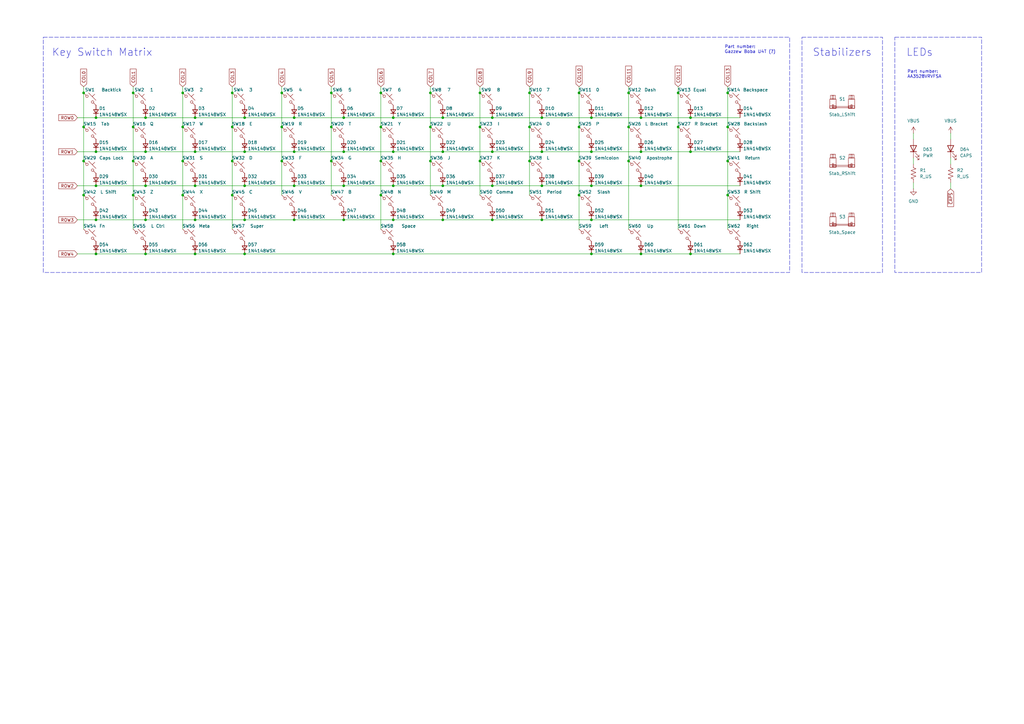
<source format=kicad_sch>
(kicad_sch
	(version 20231120)
	(generator "eeschema")
	(generator_version "8.0")
	(uuid "e4506249-386c-4d18-8aff-6a65c29a8ffd")
	(paper "A3")
	(title_block
		(title "黒板 - Kokuban")
	)
	
	(junction
		(at 262.89 104.14)
		(diameter 0)
		(color 0 0 0 0)
		(uuid "024c2de2-f54d-4ba3-8f81-87577850b541")
	)
	(junction
		(at 262.89 62.23)
		(diameter 0)
		(color 0 0 0 0)
		(uuid "0860a45e-46c0-4cc1-ae46-7bb97bca70ee")
	)
	(junction
		(at 59.69 76.2)
		(diameter 0)
		(color 0 0 0 0)
		(uuid "093f132c-7974-4274-af46-889f71d7c978")
	)
	(junction
		(at 115.57 52.07)
		(diameter 0)
		(color 0 0 0 0)
		(uuid "0978153e-6c7b-4673-bf97-616c3f8e11a9")
	)
	(junction
		(at 39.37 76.2)
		(diameter 0)
		(color 0 0 0 0)
		(uuid "0e033496-4c46-4e20-9200-7a5cc2a29843")
	)
	(junction
		(at 181.61 90.17)
		(diameter 0)
		(color 0 0 0 0)
		(uuid "0ec7c4a4-9298-484e-bed7-06a7e4746133")
	)
	(junction
		(at 298.45 52.07)
		(diameter 0)
		(color 0 0 0 0)
		(uuid "16b21ebd-4a31-4bc0-803d-5c24b0872b83")
	)
	(junction
		(at 283.21 104.14)
		(diameter 0)
		(color 0 0 0 0)
		(uuid "16ee9ff8-6e83-4427-abfd-2e880616ee37")
	)
	(junction
		(at 95.25 66.04)
		(diameter 0)
		(color 0 0 0 0)
		(uuid "1c7cb307-6312-4b9f-807a-331755542238")
	)
	(junction
		(at 54.61 52.07)
		(diameter 0)
		(color 0 0 0 0)
		(uuid "1e8b6139-e52b-4ccc-8c19-2a70959bf333")
	)
	(junction
		(at 59.69 104.14)
		(diameter 0)
		(color 0 0 0 0)
		(uuid "241675c6-aa6f-40f6-ae95-619b6a9559c2")
	)
	(junction
		(at 34.29 66.04)
		(diameter 0)
		(color 0 0 0 0)
		(uuid "27936c6b-9f4b-4962-8e90-ba02c300b7fb")
	)
	(junction
		(at 156.21 80.01)
		(diameter 0)
		(color 0 0 0 0)
		(uuid "27ba82ef-effc-45c4-86a7-986324db475b")
	)
	(junction
		(at 196.85 52.07)
		(diameter 0)
		(color 0 0 0 0)
		(uuid "2f838523-0b65-418e-aede-f5281c37e033")
	)
	(junction
		(at 257.81 52.07)
		(diameter 0)
		(color 0 0 0 0)
		(uuid "317d25bf-60e8-47aa-9d16-b029689ed4be")
	)
	(junction
		(at 257.81 38.1)
		(diameter 0)
		(color 0 0 0 0)
		(uuid "33650c49-d3fd-4968-909c-b6a928812818")
	)
	(junction
		(at 140.97 90.17)
		(diameter 0)
		(color 0 0 0 0)
		(uuid "369bc95d-b400-4093-aac0-906a9ba37ab9")
	)
	(junction
		(at 135.89 66.04)
		(diameter 0)
		(color 0 0 0 0)
		(uuid "36e29188-56e7-4803-a484-6e7f3d68df0d")
	)
	(junction
		(at 196.85 66.04)
		(diameter 0)
		(color 0 0 0 0)
		(uuid "3715abce-5d93-484a-b334-af58db19f678")
	)
	(junction
		(at 222.25 90.17)
		(diameter 0)
		(color 0 0 0 0)
		(uuid "3b09eacd-8f9d-41c6-97ff-d973867f44b4")
	)
	(junction
		(at 156.21 52.07)
		(diameter 0)
		(color 0 0 0 0)
		(uuid "3cad000e-b075-4939-9f52-843084a98eb3")
	)
	(junction
		(at 156.21 66.04)
		(diameter 0)
		(color 0 0 0 0)
		(uuid "3cff2b3e-4a50-4aac-a17f-f7c5f4fb64c5")
	)
	(junction
		(at 120.65 62.23)
		(diameter 0)
		(color 0 0 0 0)
		(uuid "3fe68962-fd34-40b6-9338-5565b7e8eee0")
	)
	(junction
		(at 222.25 48.26)
		(diameter 0)
		(color 0 0 0 0)
		(uuid "41d7ea92-9713-4431-ba2d-a66cdcceb1ca")
	)
	(junction
		(at 278.13 38.1)
		(diameter 0)
		(color 0 0 0 0)
		(uuid "45eab24c-9c9b-4d73-b923-8e04840977b2")
	)
	(junction
		(at 201.93 62.23)
		(diameter 0)
		(color 0 0 0 0)
		(uuid "4a99811d-4fb2-4b40-84b1-49edc15838ae")
	)
	(junction
		(at 74.93 38.1)
		(diameter 0)
		(color 0 0 0 0)
		(uuid "4c518b43-12e6-47e6-9608-a014e62406d5")
	)
	(junction
		(at 120.65 90.17)
		(diameter 0)
		(color 0 0 0 0)
		(uuid "4dfda1cb-dac7-41c4-b7eb-11bd246c545c")
	)
	(junction
		(at 54.61 66.04)
		(diameter 0)
		(color 0 0 0 0)
		(uuid "52ffae49-1061-4750-9b9b-a68f9be5c8b1")
	)
	(junction
		(at 201.93 90.17)
		(diameter 0)
		(color 0 0 0 0)
		(uuid "560b83ab-4413-4da9-9846-52b7c34bbd6d")
	)
	(junction
		(at 39.37 48.26)
		(diameter 0)
		(color 0 0 0 0)
		(uuid "57483f54-89c9-4eaf-9e54-9e7789095317")
	)
	(junction
		(at 222.25 76.2)
		(diameter 0)
		(color 0 0 0 0)
		(uuid "587362f5-7953-4565-93c0-2d7d5f79c48f")
	)
	(junction
		(at 115.57 38.1)
		(diameter 0)
		(color 0 0 0 0)
		(uuid "58f9e710-9c4b-451b-ab3e-2a0d5d439c87")
	)
	(junction
		(at 242.57 90.17)
		(diameter 0)
		(color 0 0 0 0)
		(uuid "593dfa29-5fb2-4ae4-b822-ffbc6b1df5fd")
	)
	(junction
		(at 176.53 38.1)
		(diameter 0)
		(color 0 0 0 0)
		(uuid "5efd6b5d-ca3b-4426-9db8-9128c2cd56b2")
	)
	(junction
		(at 161.29 104.14)
		(diameter 0)
		(color 0 0 0 0)
		(uuid "5f4f4d0d-2160-42cd-a251-0f67eb8168e0")
	)
	(junction
		(at 237.49 38.1)
		(diameter 0)
		(color 0 0 0 0)
		(uuid "5f87a961-1a43-4394-9918-30538c67ea0b")
	)
	(junction
		(at 283.21 48.26)
		(diameter 0)
		(color 0 0 0 0)
		(uuid "61053fc3-b945-4f04-8c77-494471227d19")
	)
	(junction
		(at 237.49 52.07)
		(diameter 0)
		(color 0 0 0 0)
		(uuid "6544657b-67d6-4510-8103-096db1ccc4c5")
	)
	(junction
		(at 100.33 104.14)
		(diameter 0)
		(color 0 0 0 0)
		(uuid "67df8956-5568-4347-bdf3-e90d3a5445eb")
	)
	(junction
		(at 278.13 52.07)
		(diameter 0)
		(color 0 0 0 0)
		(uuid "688b7d6d-b392-4f3e-908b-9df8aeeb5c15")
	)
	(junction
		(at 80.01 62.23)
		(diameter 0)
		(color 0 0 0 0)
		(uuid "6946d969-ab6f-45b6-b235-9b20cf70ee7a")
	)
	(junction
		(at 39.37 90.17)
		(diameter 0)
		(color 0 0 0 0)
		(uuid "6c396f5e-3555-4558-8229-4d891c6606b5")
	)
	(junction
		(at 100.33 90.17)
		(diameter 0)
		(color 0 0 0 0)
		(uuid "6f5f346b-21d0-45ab-86e9-7a21070ee3bf")
	)
	(junction
		(at 237.49 66.04)
		(diameter 0)
		(color 0 0 0 0)
		(uuid "727b7de1-6807-4595-a1dc-f23781c12142")
	)
	(junction
		(at 181.61 48.26)
		(diameter 0)
		(color 0 0 0 0)
		(uuid "774d497f-c5f3-4a79-a83c-3b0160da4db7")
	)
	(junction
		(at 100.33 76.2)
		(diameter 0)
		(color 0 0 0 0)
		(uuid "7ab78e6e-0933-4fb6-a621-71ddf13b011e")
	)
	(junction
		(at 201.93 76.2)
		(diameter 0)
		(color 0 0 0 0)
		(uuid "7f07bb31-9914-45fc-872a-7ccb7ecaf113")
	)
	(junction
		(at 156.21 38.1)
		(diameter 0)
		(color 0 0 0 0)
		(uuid "7f388720-6439-4701-8820-9e804fe0c5b7")
	)
	(junction
		(at 135.89 38.1)
		(diameter 0)
		(color 0 0 0 0)
		(uuid "7fd15067-d72b-4e1a-8337-3c0e4a704dd2")
	)
	(junction
		(at 54.61 80.01)
		(diameter 0)
		(color 0 0 0 0)
		(uuid "8346720a-cde1-4505-a45e-b6d0ec5b096d")
	)
	(junction
		(at 140.97 62.23)
		(diameter 0)
		(color 0 0 0 0)
		(uuid "83a82ebb-6426-448a-ad27-9b4f23ee5333")
	)
	(junction
		(at 74.93 66.04)
		(diameter 0)
		(color 0 0 0 0)
		(uuid "842d16eb-d1cd-469c-b803-f887dba27c44")
	)
	(junction
		(at 262.89 76.2)
		(diameter 0)
		(color 0 0 0 0)
		(uuid "850437da-4631-4361-aab5-2a606f49ec8d")
	)
	(junction
		(at 34.29 52.07)
		(diameter 0)
		(color 0 0 0 0)
		(uuid "88e28785-2090-441e-b3e8-6e6b9c2809d7")
	)
	(junction
		(at 95.25 80.01)
		(diameter 0)
		(color 0 0 0 0)
		(uuid "89422d99-1b3a-40b1-8393-3873e6c996be")
	)
	(junction
		(at 196.85 38.1)
		(diameter 0)
		(color 0 0 0 0)
		(uuid "8c23048d-78c5-48eb-b7ce-41e1c3086651")
	)
	(junction
		(at 181.61 62.23)
		(diameter 0)
		(color 0 0 0 0)
		(uuid "8cf570f3-a9cf-4655-bc90-cbf4d6cf4d1b")
	)
	(junction
		(at 242.57 62.23)
		(diameter 0)
		(color 0 0 0 0)
		(uuid "8d8dec96-0893-45da-b546-2782af82e148")
	)
	(junction
		(at 161.29 62.23)
		(diameter 0)
		(color 0 0 0 0)
		(uuid "910dd57d-4ded-4c64-8606-0dd2f773d525")
	)
	(junction
		(at 135.89 52.07)
		(diameter 0)
		(color 0 0 0 0)
		(uuid "930a49ab-9ac3-4fd9-ae08-c3050056bfb1")
	)
	(junction
		(at 80.01 76.2)
		(diameter 0)
		(color 0 0 0 0)
		(uuid "945cb3b7-4227-4bbf-89ec-60ec4708cf52")
	)
	(junction
		(at 298.45 38.1)
		(diameter 0)
		(color 0 0 0 0)
		(uuid "972f941b-ade8-49d2-8bf9-437b0e9d1961")
	)
	(junction
		(at 140.97 48.26)
		(diameter 0)
		(color 0 0 0 0)
		(uuid "988b92a4-8162-44b7-b298-1a9f73dfb4ec")
	)
	(junction
		(at 257.81 66.04)
		(diameter 0)
		(color 0 0 0 0)
		(uuid "9c97b9b9-53be-4f5e-999c-5d168fc9edf6")
	)
	(junction
		(at 59.69 90.17)
		(diameter 0)
		(color 0 0 0 0)
		(uuid "a494e734-39fe-471d-924d-7547fac49488")
	)
	(junction
		(at 176.53 52.07)
		(diameter 0)
		(color 0 0 0 0)
		(uuid "a63e070a-b770-4a05-a4d4-354796cd4ea5")
	)
	(junction
		(at 242.57 104.14)
		(diameter 0)
		(color 0 0 0 0)
		(uuid "a7317f46-c927-46b0-a008-bbc49f810055")
	)
	(junction
		(at 161.29 90.17)
		(diameter 0)
		(color 0 0 0 0)
		(uuid "a73da491-c51f-4aec-8067-ecd37ccfb894")
	)
	(junction
		(at 95.25 52.07)
		(diameter 0)
		(color 0 0 0 0)
		(uuid "a9ba153e-641c-46cc-87be-bea6532a83d8")
	)
	(junction
		(at 95.25 38.1)
		(diameter 0)
		(color 0 0 0 0)
		(uuid "ab39f7ef-0103-4eb8-ba1b-4af1ce88852b")
	)
	(junction
		(at 39.37 104.14)
		(diameter 0)
		(color 0 0 0 0)
		(uuid "acb036c6-ac6c-4508-9a06-c8e4f342f53f")
	)
	(junction
		(at 283.21 62.23)
		(diameter 0)
		(color 0 0 0 0)
		(uuid "b10e24b9-97de-4112-a607-50dc2628837d")
	)
	(junction
		(at 237.49 80.01)
		(diameter 0)
		(color 0 0 0 0)
		(uuid "b3fbba2f-9576-4b27-8918-3ab9ed75b0c6")
	)
	(junction
		(at 120.65 76.2)
		(diameter 0)
		(color 0 0 0 0)
		(uuid "b47c7b35-aa94-4754-9d47-549faa2af131")
	)
	(junction
		(at 80.01 48.26)
		(diameter 0)
		(color 0 0 0 0)
		(uuid "b48bcb93-38d6-461e-9793-401b9b839c07")
	)
	(junction
		(at 34.29 80.01)
		(diameter 0)
		(color 0 0 0 0)
		(uuid "b9d4d2ca-9e87-403d-8efb-d75ab5b9d794")
	)
	(junction
		(at 298.45 80.01)
		(diameter 0)
		(color 0 0 0 0)
		(uuid "bb76afc4-cd35-4b0b-a50b-75e08e3a9aab")
	)
	(junction
		(at 115.57 66.04)
		(diameter 0)
		(color 0 0 0 0)
		(uuid "c2407a7b-b134-441b-99de-02e20cad3932")
	)
	(junction
		(at 100.33 62.23)
		(diameter 0)
		(color 0 0 0 0)
		(uuid "c2c691dc-42d9-44a7-9432-a2acacf383fe")
	)
	(junction
		(at 59.69 48.26)
		(diameter 0)
		(color 0 0 0 0)
		(uuid "c3e3c54a-8840-424d-a503-36ef68a34549")
	)
	(junction
		(at 161.29 48.26)
		(diameter 0)
		(color 0 0 0 0)
		(uuid "c5dabbaa-16db-41fa-be8f-a4ada6257ce0")
	)
	(junction
		(at 74.93 52.07)
		(diameter 0)
		(color 0 0 0 0)
		(uuid "c8632015-6238-4a2b-bf27-4c2a3337f2ec")
	)
	(junction
		(at 217.17 38.1)
		(diameter 0)
		(color 0 0 0 0)
		(uuid "cd339c12-faa2-4c23-af1f-98bd5c579a97")
	)
	(junction
		(at 222.25 62.23)
		(diameter 0)
		(color 0 0 0 0)
		(uuid "ceb63e65-ba18-4a59-809f-7b70bbd68e90")
	)
	(junction
		(at 100.33 48.26)
		(diameter 0)
		(color 0 0 0 0)
		(uuid "cf816c53-f524-41dd-8236-ff8527d1a68d")
	)
	(junction
		(at 242.57 76.2)
		(diameter 0)
		(color 0 0 0 0)
		(uuid "d23c76db-a52b-4619-b712-1b6dd42ba8fa")
	)
	(junction
		(at 34.29 38.1)
		(diameter 0)
		(color 0 0 0 0)
		(uuid "d2f3cbe9-37f5-4bcd-979d-abdd5f542630")
	)
	(junction
		(at 217.17 66.04)
		(diameter 0)
		(color 0 0 0 0)
		(uuid "d3366b56-ca54-4158-a29e-d6fd25c91699")
	)
	(junction
		(at 181.61 76.2)
		(diameter 0)
		(color 0 0 0 0)
		(uuid "d8924443-ed4a-4c5a-8319-95d979297fc5")
	)
	(junction
		(at 242.57 48.26)
		(diameter 0)
		(color 0 0 0 0)
		(uuid "d8eb9271-ce4a-4026-a76b-375b73297c25")
	)
	(junction
		(at 59.69 62.23)
		(diameter 0)
		(color 0 0 0 0)
		(uuid "de9fc1c6-be30-4ae9-9b2c-9506b8b67148")
	)
	(junction
		(at 298.45 66.04)
		(diameter 0)
		(color 0 0 0 0)
		(uuid "e394a484-ee80-4beb-ab23-a705d733818b")
	)
	(junction
		(at 161.29 76.2)
		(diameter 0)
		(color 0 0 0 0)
		(uuid "e5551cc5-7bf1-4f4d-857b-66db7d26e252")
	)
	(junction
		(at 80.01 90.17)
		(diameter 0)
		(color 0 0 0 0)
		(uuid "e57626e8-e8de-43f2-9c77-cfa81363395d")
	)
	(junction
		(at 217.17 52.07)
		(diameter 0)
		(color 0 0 0 0)
		(uuid "e85e4965-47e0-43ec-8153-6a914fe38dda")
	)
	(junction
		(at 80.01 104.14)
		(diameter 0)
		(color 0 0 0 0)
		(uuid "ee59419e-66cd-4445-b90d-68f02d4e4cd3")
	)
	(junction
		(at 176.53 66.04)
		(diameter 0)
		(color 0 0 0 0)
		(uuid "ef09ada2-3328-489b-a9dc-af7b099ee420")
	)
	(junction
		(at 74.93 80.01)
		(diameter 0)
		(color 0 0 0 0)
		(uuid "f08ee43a-5f67-43e6-a004-d0cb32d7c875")
	)
	(junction
		(at 39.37 62.23)
		(diameter 0)
		(color 0 0 0 0)
		(uuid "f20cdc95-66c2-4544-bec7-5b4cc3bd79a3")
	)
	(junction
		(at 262.89 48.26)
		(diameter 0)
		(color 0 0 0 0)
		(uuid "f4526a96-2587-46c4-9029-75abb54ead2e")
	)
	(junction
		(at 140.97 76.2)
		(diameter 0)
		(color 0 0 0 0)
		(uuid "f8501eb3-c8c4-42d3-b633-e84bd23b5703")
	)
	(junction
		(at 120.65 48.26)
		(diameter 0)
		(color 0 0 0 0)
		(uuid "fc7cdf45-41de-452d-ac85-2806ce8bdd83")
	)
	(junction
		(at 201.93 48.26)
		(diameter 0)
		(color 0 0 0 0)
		(uuid "fe17bc56-4422-4837-a02b-c5d739fc63c3")
	)
	(junction
		(at 54.61 38.1)
		(diameter 0)
		(color 0 0 0 0)
		(uuid "ff5894f0-664e-4521-af29-e2deb6a3fdfe")
	)
	(wire
		(pts
			(xy 39.37 62.23) (xy 59.69 62.23)
		)
		(stroke
			(width 0)
			(type default)
		)
		(uuid "003cf566-94fd-4203-b58a-5764cf21b3c4")
	)
	(wire
		(pts
			(xy 54.61 66.04) (xy 54.61 80.01)
		)
		(stroke
			(width 0)
			(type default)
		)
		(uuid "02db6551-7aa4-4633-8974-a718851830d3")
	)
	(wire
		(pts
			(xy 201.93 76.2) (xy 222.25 76.2)
		)
		(stroke
			(width 0)
			(type default)
		)
		(uuid "03a6d194-be2d-4a57-acda-4847cee40cd8")
	)
	(wire
		(pts
			(xy 115.57 66.04) (xy 115.57 80.01)
		)
		(stroke
			(width 0)
			(type default)
		)
		(uuid "03e6195b-fe33-4f83-bf95-12a2160f1742")
	)
	(wire
		(pts
			(xy 298.45 52.07) (xy 298.45 66.04)
		)
		(stroke
			(width 0)
			(type default)
		)
		(uuid "065b3052-bcf4-4cf0-a559-82f303f5b162")
	)
	(wire
		(pts
			(xy 389.89 74.93) (xy 389.89 77.47)
		)
		(stroke
			(width 0)
			(type default)
		)
		(uuid "0671cad0-76a3-4550-86db-d445eeaf0062")
	)
	(wire
		(pts
			(xy 156.21 52.07) (xy 156.21 66.04)
		)
		(stroke
			(width 0)
			(type default)
		)
		(uuid "07060a1a-bb01-45df-aba0-69b48a1cdc03")
	)
	(wire
		(pts
			(xy 59.69 62.23) (xy 80.01 62.23)
		)
		(stroke
			(width 0)
			(type default)
		)
		(uuid "0934fd4c-cf42-4ffb-81da-59ab3a55d651")
	)
	(wire
		(pts
			(xy 262.89 48.26) (xy 283.21 48.26)
		)
		(stroke
			(width 0)
			(type default)
		)
		(uuid "096c045d-185e-4405-80ee-fe475acd28bc")
	)
	(wire
		(pts
			(xy 298.45 80.01) (xy 298.45 93.98)
		)
		(stroke
			(width 0)
			(type default)
		)
		(uuid "0dc3ffb2-5764-4558-95ac-45bc30e849fc")
	)
	(wire
		(pts
			(xy 31.75 104.14) (xy 39.37 104.14)
		)
		(stroke
			(width 0)
			(type default)
		)
		(uuid "0eb04163-2746-496e-92b6-5554008dae29")
	)
	(wire
		(pts
			(xy 80.01 76.2) (xy 100.33 76.2)
		)
		(stroke
			(width 0)
			(type default)
		)
		(uuid "1120f940-5fd0-4ddd-9fe1-9cdaba2cd2a7")
	)
	(wire
		(pts
			(xy 161.29 62.23) (xy 181.61 62.23)
		)
		(stroke
			(width 0)
			(type default)
		)
		(uuid "12130d33-f5de-4a5b-b4b7-67f77ab4977c")
	)
	(wire
		(pts
			(xy 156.21 35.56) (xy 156.21 38.1)
		)
		(stroke
			(width 0)
			(type default)
		)
		(uuid "12633245-8ac8-4734-9eda-54392d85e30b")
	)
	(wire
		(pts
			(xy 115.57 52.07) (xy 115.57 66.04)
		)
		(stroke
			(width 0)
			(type default)
		)
		(uuid "12bc4024-6ac0-4ab9-9ccc-31df86cfb2de")
	)
	(wire
		(pts
			(xy 374.65 54.61) (xy 374.65 57.15)
		)
		(stroke
			(width 0)
			(type default)
		)
		(uuid "12c951c7-9a48-4c52-820e-ba05ca6c9918")
	)
	(wire
		(pts
			(xy 161.29 90.17) (xy 181.61 90.17)
		)
		(stroke
			(width 0)
			(type default)
		)
		(uuid "1353d344-0bea-4548-96dd-30114fd8b252")
	)
	(wire
		(pts
			(xy 242.57 90.17) (xy 303.53 90.17)
		)
		(stroke
			(width 0)
			(type default)
		)
		(uuid "13d17bc5-53a6-4adf-a1f8-0e70352c06ad")
	)
	(wire
		(pts
			(xy 242.57 76.2) (xy 262.89 76.2)
		)
		(stroke
			(width 0)
			(type default)
		)
		(uuid "16d535fe-986f-48c3-8f77-490cb5030082")
	)
	(wire
		(pts
			(xy 95.25 52.07) (xy 95.25 66.04)
		)
		(stroke
			(width 0)
			(type default)
		)
		(uuid "1886d921-62d0-45f6-b978-510b5cc7d41f")
	)
	(wire
		(pts
			(xy 135.89 38.1) (xy 135.89 52.07)
		)
		(stroke
			(width 0)
			(type default)
		)
		(uuid "1af8912a-72e6-496e-8827-54a918a26cc5")
	)
	(wire
		(pts
			(xy 196.85 66.04) (xy 196.85 80.01)
		)
		(stroke
			(width 0)
			(type default)
		)
		(uuid "1ba3ea49-2fe5-4b27-b0d9-2d21f579b5b6")
	)
	(wire
		(pts
			(xy 156.21 38.1) (xy 156.21 52.07)
		)
		(stroke
			(width 0)
			(type default)
		)
		(uuid "1caf817c-c8f2-4efe-baab-51f90532a220")
	)
	(wire
		(pts
			(xy 283.21 62.23) (xy 303.53 62.23)
		)
		(stroke
			(width 0)
			(type default)
		)
		(uuid "1cc4c6b9-75e0-4b79-a8e7-69b95e8e48a0")
	)
	(wire
		(pts
			(xy 374.65 74.93) (xy 374.65 77.47)
		)
		(stroke
			(width 0)
			(type default)
		)
		(uuid "230bba94-c3da-41a5-81b0-b71a6f6cde45")
	)
	(wire
		(pts
			(xy 389.89 54.61) (xy 389.89 57.15)
		)
		(stroke
			(width 0)
			(type default)
		)
		(uuid "242811d6-9deb-41d0-87bd-39e3758c2dd7")
	)
	(wire
		(pts
			(xy 34.29 38.1) (xy 34.29 52.07)
		)
		(stroke
			(width 0)
			(type default)
		)
		(uuid "24ddd41b-1846-4eca-8974-fcee99ead023")
	)
	(wire
		(pts
			(xy 217.17 38.1) (xy 217.17 52.07)
		)
		(stroke
			(width 0)
			(type default)
		)
		(uuid "266f3b37-89d9-474f-a5c3-1f73e7495be2")
	)
	(wire
		(pts
			(xy 140.97 76.2) (xy 161.29 76.2)
		)
		(stroke
			(width 0)
			(type default)
		)
		(uuid "27cc841c-cc4b-410d-a4e9-46e66722a6ef")
	)
	(wire
		(pts
			(xy 115.57 38.1) (xy 115.57 52.07)
		)
		(stroke
			(width 0)
			(type default)
		)
		(uuid "29ec6d66-b696-4aad-b8ae-e17a066cfe05")
	)
	(wire
		(pts
			(xy 100.33 90.17) (xy 120.65 90.17)
		)
		(stroke
			(width 0)
			(type default)
		)
		(uuid "2c3e0259-64c8-4ab7-a990-c6873ca44ab1")
	)
	(wire
		(pts
			(xy 389.89 64.77) (xy 389.89 67.31)
		)
		(stroke
			(width 0)
			(type default)
		)
		(uuid "2c68ef28-b964-4fa7-afda-50a47c74d965")
	)
	(wire
		(pts
			(xy 262.89 62.23) (xy 283.21 62.23)
		)
		(stroke
			(width 0)
			(type default)
		)
		(uuid "31e45f30-f605-464a-8781-b2fa000da9d3")
	)
	(wire
		(pts
			(xy 196.85 52.07) (xy 196.85 66.04)
		)
		(stroke
			(width 0)
			(type default)
		)
		(uuid "32416a50-af21-4da8-b35c-e213ca0f36f1")
	)
	(wire
		(pts
			(xy 74.93 52.07) (xy 74.93 66.04)
		)
		(stroke
			(width 0)
			(type default)
		)
		(uuid "324f3b23-9e04-42ff-8122-7e01bdfd6397")
	)
	(wire
		(pts
			(xy 181.61 62.23) (xy 201.93 62.23)
		)
		(stroke
			(width 0)
			(type default)
		)
		(uuid "32e2e8b1-a7da-4048-8e1d-17d8ea6e79b2")
	)
	(wire
		(pts
			(xy 262.89 104.14) (xy 283.21 104.14)
		)
		(stroke
			(width 0)
			(type default)
		)
		(uuid "364a4a49-09a8-4f8d-a071-744e4e64206e")
	)
	(wire
		(pts
			(xy 31.75 76.2) (xy 39.37 76.2)
		)
		(stroke
			(width 0)
			(type default)
		)
		(uuid "383b9173-f203-4ef8-b780-cba180d46358")
	)
	(wire
		(pts
			(xy 120.65 90.17) (xy 140.97 90.17)
		)
		(stroke
			(width 0)
			(type default)
		)
		(uuid "38d69e0d-5f77-4244-ad91-52de7c838697")
	)
	(wire
		(pts
			(xy 257.81 38.1) (xy 257.81 52.07)
		)
		(stroke
			(width 0)
			(type default)
		)
		(uuid "3a8b4652-5ba1-487e-b3d7-160c24db9826")
	)
	(wire
		(pts
			(xy 54.61 35.56) (xy 54.61 38.1)
		)
		(stroke
			(width 0)
			(type default)
		)
		(uuid "3aea81e3-9d50-49b4-9e94-f0e856c22647")
	)
	(wire
		(pts
			(xy 257.81 66.04) (xy 257.81 93.98)
		)
		(stroke
			(width 0)
			(type default)
		)
		(uuid "3b8e1d5d-c746-4905-b378-c4e70d2039f2")
	)
	(wire
		(pts
			(xy 176.53 38.1) (xy 176.53 52.07)
		)
		(stroke
			(width 0)
			(type default)
		)
		(uuid "3e148b1d-add8-4f5b-8fa7-f99195fa2858")
	)
	(wire
		(pts
			(xy 262.89 76.2) (xy 303.53 76.2)
		)
		(stroke
			(width 0)
			(type default)
		)
		(uuid "3f86e9bf-827d-4c17-8995-f23f1c7695fe")
	)
	(wire
		(pts
			(xy 54.61 80.01) (xy 54.61 93.98)
		)
		(stroke
			(width 0)
			(type default)
		)
		(uuid "430a6b1b-0ae4-4a7a-aab0-9354089f3037")
	)
	(wire
		(pts
			(xy 156.21 80.01) (xy 156.21 93.98)
		)
		(stroke
			(width 0)
			(type default)
		)
		(uuid "464be733-92c1-4c90-876b-0d0964c9b179")
	)
	(wire
		(pts
			(xy 31.75 48.26) (xy 39.37 48.26)
		)
		(stroke
			(width 0)
			(type default)
		)
		(uuid "4698a1d2-bebb-4947-9a15-271e97e019be")
	)
	(wire
		(pts
			(xy 237.49 52.07) (xy 237.49 66.04)
		)
		(stroke
			(width 0)
			(type default)
		)
		(uuid "493751ad-c97f-4827-8258-13991d8a808a")
	)
	(wire
		(pts
			(xy 54.61 52.07) (xy 54.61 66.04)
		)
		(stroke
			(width 0)
			(type default)
		)
		(uuid "4965a438-dca2-47ea-b633-30eab9c69110")
	)
	(wire
		(pts
			(xy 283.21 104.14) (xy 303.53 104.14)
		)
		(stroke
			(width 0)
			(type default)
		)
		(uuid "49dfc2fe-c7a7-43b7-b3e6-eedac62b098d")
	)
	(wire
		(pts
			(xy 34.29 52.07) (xy 34.29 66.04)
		)
		(stroke
			(width 0)
			(type default)
		)
		(uuid "4eb039b6-fea4-48a1-93ea-b5c0fcea15d3")
	)
	(wire
		(pts
			(xy 95.25 35.56) (xy 95.25 38.1)
		)
		(stroke
			(width 0)
			(type default)
		)
		(uuid "5557d554-896c-4811-a9e2-f7ddf5d9534b")
	)
	(wire
		(pts
			(xy 95.25 66.04) (xy 95.25 80.01)
		)
		(stroke
			(width 0)
			(type default)
		)
		(uuid "57fd00f0-c924-41de-82bf-d3daff0d58e3")
	)
	(wire
		(pts
			(xy 201.93 48.26) (xy 222.25 48.26)
		)
		(stroke
			(width 0)
			(type default)
		)
		(uuid "582c1dd1-f1ad-4851-8326-5eeac6ba8abc")
	)
	(wire
		(pts
			(xy 176.53 66.04) (xy 176.53 80.01)
		)
		(stroke
			(width 0)
			(type default)
		)
		(uuid "591593fa-fce4-40ed-bb65-c0a34374faf4")
	)
	(wire
		(pts
			(xy 161.29 48.26) (xy 181.61 48.26)
		)
		(stroke
			(width 0)
			(type default)
		)
		(uuid "5a2202d4-0ed0-45c9-b940-13f1717bdebe")
	)
	(wire
		(pts
			(xy 59.69 90.17) (xy 80.01 90.17)
		)
		(stroke
			(width 0)
			(type default)
		)
		(uuid "5e51b142-73e2-4720-a29e-61d480675889")
	)
	(wire
		(pts
			(xy 242.57 62.23) (xy 262.89 62.23)
		)
		(stroke
			(width 0)
			(type default)
		)
		(uuid "6348ed76-f5ba-4ac7-bcb2-fd908073eda3")
	)
	(wire
		(pts
			(xy 161.29 76.2) (xy 181.61 76.2)
		)
		(stroke
			(width 0)
			(type default)
		)
		(uuid "637146aa-287a-4165-a6b9-08589faa6fc7")
	)
	(wire
		(pts
			(xy 222.25 76.2) (xy 242.57 76.2)
		)
		(stroke
			(width 0)
			(type default)
		)
		(uuid "685e6c39-24d3-4d8a-8431-223e38852df5")
	)
	(wire
		(pts
			(xy 135.89 66.04) (xy 135.89 80.01)
		)
		(stroke
			(width 0)
			(type default)
		)
		(uuid "6b8080e7-63d3-4b42-9083-bd67dff89f0f")
	)
	(wire
		(pts
			(xy 135.89 35.56) (xy 135.89 38.1)
		)
		(stroke
			(width 0)
			(type default)
		)
		(uuid "6f9d039f-298f-49c7-ab4d-a4de67831e98")
	)
	(wire
		(pts
			(xy 181.61 76.2) (xy 201.93 76.2)
		)
		(stroke
			(width 0)
			(type default)
		)
		(uuid "7585c5e7-34e9-49f1-8318-a978a97749cb")
	)
	(wire
		(pts
			(xy 257.81 35.56) (xy 257.81 38.1)
		)
		(stroke
			(width 0)
			(type default)
		)
		(uuid "77dbfb6a-b539-4386-ab9e-9c724efe2b4b")
	)
	(wire
		(pts
			(xy 278.13 38.1) (xy 278.13 52.07)
		)
		(stroke
			(width 0)
			(type default)
		)
		(uuid "7a9add40-ce0a-4909-9440-3e0d867aa017")
	)
	(wire
		(pts
			(xy 217.17 66.04) (xy 217.17 80.01)
		)
		(stroke
			(width 0)
			(type default)
		)
		(uuid "7e369e28-0a41-4b81-9653-9e5daa1fddd5")
	)
	(wire
		(pts
			(xy 34.29 80.01) (xy 34.29 93.98)
		)
		(stroke
			(width 0)
			(type default)
		)
		(uuid "7eb456ce-c006-41d0-a729-e728277b4d77")
	)
	(wire
		(pts
			(xy 140.97 90.17) (xy 161.29 90.17)
		)
		(stroke
			(width 0)
			(type default)
		)
		(uuid "803c2659-c628-4782-ae35-b8a9c7e25d05")
	)
	(wire
		(pts
			(xy 34.29 66.04) (xy 34.29 80.01)
		)
		(stroke
			(width 0)
			(type default)
		)
		(uuid "80651e2b-1e56-4238-bc9b-6a376dd4694a")
	)
	(wire
		(pts
			(xy 217.17 52.07) (xy 217.17 66.04)
		)
		(stroke
			(width 0)
			(type default)
		)
		(uuid "829847e7-a66e-40ac-a7ff-7a0531b2daac")
	)
	(wire
		(pts
			(xy 176.53 52.07) (xy 176.53 66.04)
		)
		(stroke
			(width 0)
			(type default)
		)
		(uuid "8537ce24-cecd-4919-81fb-f13c97f32f60")
	)
	(wire
		(pts
			(xy 237.49 66.04) (xy 237.49 80.01)
		)
		(stroke
			(width 0)
			(type default)
		)
		(uuid "858d8f7d-a17f-4326-91ce-f356f3b47e79")
	)
	(wire
		(pts
			(xy 298.45 38.1) (xy 298.45 52.07)
		)
		(stroke
			(width 0)
			(type default)
		)
		(uuid "91a5d7c8-f179-44d3-87d4-2bf5226446ae")
	)
	(wire
		(pts
			(xy 80.01 48.26) (xy 100.33 48.26)
		)
		(stroke
			(width 0)
			(type default)
		)
		(uuid "91c02125-9180-47b6-9208-e5e2864113d5")
	)
	(wire
		(pts
			(xy 298.45 35.56) (xy 298.45 38.1)
		)
		(stroke
			(width 0)
			(type default)
		)
		(uuid "923ed85b-b7a9-431a-beb0-b56aeb2d7cb8")
	)
	(wire
		(pts
			(xy 135.89 52.07) (xy 135.89 66.04)
		)
		(stroke
			(width 0)
			(type default)
		)
		(uuid "9293bc93-bed1-43d2-b5a0-018077ab954e")
	)
	(wire
		(pts
			(xy 100.33 62.23) (xy 120.65 62.23)
		)
		(stroke
			(width 0)
			(type default)
		)
		(uuid "9619c69c-da3f-44c4-a7b7-58430293fac9")
	)
	(wire
		(pts
			(xy 374.65 64.77) (xy 374.65 67.31)
		)
		(stroke
			(width 0)
			(type default)
		)
		(uuid "982a3ca7-36c4-4579-89e8-c254c3c6b7ab")
	)
	(wire
		(pts
			(xy 31.75 90.17) (xy 39.37 90.17)
		)
		(stroke
			(width 0)
			(type default)
		)
		(uuid "9af5a0b0-c7d4-497f-9de0-1ef1dde60f54")
	)
	(wire
		(pts
			(xy 176.53 35.56) (xy 176.53 38.1)
		)
		(stroke
			(width 0)
			(type default)
		)
		(uuid "9be18547-2559-4a74-9883-496173658ae8")
	)
	(wire
		(pts
			(xy 74.93 80.01) (xy 74.93 93.98)
		)
		(stroke
			(width 0)
			(type default)
		)
		(uuid "9e13b854-0cb6-461f-878e-631aa6029b69")
	)
	(wire
		(pts
			(xy 181.61 48.26) (xy 201.93 48.26)
		)
		(stroke
			(width 0)
			(type default)
		)
		(uuid "9f3faa2e-72ba-45c2-b947-d27f32b79041")
	)
	(wire
		(pts
			(xy 120.65 76.2) (xy 140.97 76.2)
		)
		(stroke
			(width 0)
			(type default)
		)
		(uuid "a09ae6f9-9e28-4910-bb45-ea8962312031")
	)
	(wire
		(pts
			(xy 34.29 35.56) (xy 34.29 38.1)
		)
		(stroke
			(width 0)
			(type default)
		)
		(uuid "a24cbc18-1e24-4a83-af15-c743ac386b11")
	)
	(wire
		(pts
			(xy 80.01 104.14) (xy 100.33 104.14)
		)
		(stroke
			(width 0)
			(type default)
		)
		(uuid "a39dffba-3832-4195-aea1-0a4a4cf2b9cb")
	)
	(wire
		(pts
			(xy 242.57 104.14) (xy 262.89 104.14)
		)
		(stroke
			(width 0)
			(type default)
		)
		(uuid "a3ff5c69-56de-40c6-a42b-98597c268df2")
	)
	(wire
		(pts
			(xy 278.13 35.56) (xy 278.13 38.1)
		)
		(stroke
			(width 0)
			(type default)
		)
		(uuid "a5419160-7e61-4f06-b596-ea3608c52c2b")
	)
	(wire
		(pts
			(xy 95.25 38.1) (xy 95.25 52.07)
		)
		(stroke
			(width 0)
			(type default)
		)
		(uuid "a5af9e96-07cc-4cf1-88ec-532938a76c85")
	)
	(wire
		(pts
			(xy 95.25 80.01) (xy 95.25 93.98)
		)
		(stroke
			(width 0)
			(type default)
		)
		(uuid "a97d07e0-31c5-44f9-912b-eb0f6d912cb8")
	)
	(wire
		(pts
			(xy 298.45 66.04) (xy 298.45 80.01)
		)
		(stroke
			(width 0)
			(type default)
		)
		(uuid "aa0f5126-ad22-4faf-b867-65d8837b68c4")
	)
	(wire
		(pts
			(xy 115.57 35.56) (xy 115.57 38.1)
		)
		(stroke
			(width 0)
			(type default)
		)
		(uuid "aa62a744-bd79-48e0-a739-83d0fda4fa0d")
	)
	(wire
		(pts
			(xy 196.85 38.1) (xy 196.85 52.07)
		)
		(stroke
			(width 0)
			(type default)
		)
		(uuid "aa8e2ca2-2810-454d-9aad-8bf4bbef961b")
	)
	(wire
		(pts
			(xy 120.65 48.26) (xy 140.97 48.26)
		)
		(stroke
			(width 0)
			(type default)
		)
		(uuid "ab2dc1a8-9053-495a-a1d2-77f16e220df4")
	)
	(wire
		(pts
			(xy 74.93 38.1) (xy 74.93 52.07)
		)
		(stroke
			(width 0)
			(type default)
		)
		(uuid "b13f56ea-fac4-4297-bc9a-cf6481e5026c")
	)
	(wire
		(pts
			(xy 161.29 104.14) (xy 242.57 104.14)
		)
		(stroke
			(width 0)
			(type default)
		)
		(uuid "b574dc3c-e148-4c8f-8cd2-b5f671816e9d")
	)
	(wire
		(pts
			(xy 237.49 38.1) (xy 237.49 52.07)
		)
		(stroke
			(width 0)
			(type default)
		)
		(uuid "ba47c9e9-e015-40ac-ba0f-472783f269b9")
	)
	(wire
		(pts
			(xy 278.13 52.07) (xy 278.13 93.98)
		)
		(stroke
			(width 0)
			(type default)
		)
		(uuid "bb1a9193-8ebc-4619-b2ac-f72fce9d8600")
	)
	(wire
		(pts
			(xy 54.61 38.1) (xy 54.61 52.07)
		)
		(stroke
			(width 0)
			(type default)
		)
		(uuid "bbb47311-7aad-4bb4-83d4-e324097b39e5")
	)
	(wire
		(pts
			(xy 196.85 35.56) (xy 196.85 38.1)
		)
		(stroke
			(width 0)
			(type default)
		)
		(uuid "bd395ec3-f1bd-4048-b7d0-62a27e853931")
	)
	(wire
		(pts
			(xy 59.69 48.26) (xy 80.01 48.26)
		)
		(stroke
			(width 0)
			(type default)
		)
		(uuid "bdbc00e2-54fd-41ad-884b-bc65a7742c9e")
	)
	(wire
		(pts
			(xy 31.75 62.23) (xy 39.37 62.23)
		)
		(stroke
			(width 0)
			(type default)
		)
		(uuid "bdd386b6-c1f8-4006-a822-f5e4b3265ad6")
	)
	(wire
		(pts
			(xy 59.69 76.2) (xy 80.01 76.2)
		)
		(stroke
			(width 0)
			(type default)
		)
		(uuid "c329bc93-4ac4-4ddd-8ab0-c902b78a23c4")
	)
	(wire
		(pts
			(xy 100.33 48.26) (xy 120.65 48.26)
		)
		(stroke
			(width 0)
			(type default)
		)
		(uuid "c97ed24d-f832-4b48-baf4-b121070240c6")
	)
	(wire
		(pts
			(xy 222.25 62.23) (xy 242.57 62.23)
		)
		(stroke
			(width 0)
			(type default)
		)
		(uuid "c9e93c7d-2c11-49f4-9585-3dc0af407be9")
	)
	(wire
		(pts
			(xy 242.57 48.26) (xy 262.89 48.26)
		)
		(stroke
			(width 0)
			(type default)
		)
		(uuid "cc933267-0097-461d-a76a-b3c7740da85c")
	)
	(wire
		(pts
			(xy 80.01 90.17) (xy 100.33 90.17)
		)
		(stroke
			(width 0)
			(type default)
		)
		(uuid "ccc7b9cb-45ca-42fa-a040-f4a994786be1")
	)
	(wire
		(pts
			(xy 100.33 104.14) (xy 161.29 104.14)
		)
		(stroke
			(width 0)
			(type default)
		)
		(uuid "ce28cd9e-5b45-4f19-a117-993d99996730")
	)
	(wire
		(pts
			(xy 39.37 104.14) (xy 59.69 104.14)
		)
		(stroke
			(width 0)
			(type default)
		)
		(uuid "cfff5d88-7de1-41de-9cbf-2b0a25f0fd52")
	)
	(wire
		(pts
			(xy 74.93 66.04) (xy 74.93 80.01)
		)
		(stroke
			(width 0)
			(type default)
		)
		(uuid "d1c8f2b0-e719-46f0-b63a-389c37058aeb")
	)
	(wire
		(pts
			(xy 237.49 80.01) (xy 237.49 93.98)
		)
		(stroke
			(width 0)
			(type default)
		)
		(uuid "d43c4dbd-e422-4bcf-b00f-d0a96421b04b")
	)
	(wire
		(pts
			(xy 39.37 48.26) (xy 59.69 48.26)
		)
		(stroke
			(width 0)
			(type default)
		)
		(uuid "d7337705-2ad5-47c1-a604-9bb6ea830947")
	)
	(wire
		(pts
			(xy 217.17 35.56) (xy 217.17 38.1)
		)
		(stroke
			(width 0)
			(type default)
		)
		(uuid "da8d9f85-bd94-4cc1-b3ca-393bcc2c5542")
	)
	(wire
		(pts
			(xy 181.61 90.17) (xy 201.93 90.17)
		)
		(stroke
			(width 0)
			(type default)
		)
		(uuid "dd5ff296-685f-4aa4-b509-9a8d47fab65c")
	)
	(wire
		(pts
			(xy 59.69 104.14) (xy 80.01 104.14)
		)
		(stroke
			(width 0)
			(type default)
		)
		(uuid "dd84870f-a046-4dce-ba73-2b0245b2e256")
	)
	(wire
		(pts
			(xy 201.93 90.17) (xy 222.25 90.17)
		)
		(stroke
			(width 0)
			(type default)
		)
		(uuid "df1fcac5-5b25-4e7c-9a82-212d36a2ff5a")
	)
	(wire
		(pts
			(xy 120.65 62.23) (xy 140.97 62.23)
		)
		(stroke
			(width 0)
			(type default)
		)
		(uuid "e01e4020-966e-4399-8ea2-43b9a140fbc5")
	)
	(wire
		(pts
			(xy 39.37 76.2) (xy 59.69 76.2)
		)
		(stroke
			(width 0)
			(type default)
		)
		(uuid "e110b6b9-2aef-422b-bea7-2c6bbb6e0362")
	)
	(wire
		(pts
			(xy 140.97 62.23) (xy 161.29 62.23)
		)
		(stroke
			(width 0)
			(type default)
		)
		(uuid "e2a93d7c-a954-4fd6-8849-075388dfaf92")
	)
	(wire
		(pts
			(xy 74.93 35.56) (xy 74.93 38.1)
		)
		(stroke
			(width 0)
			(type default)
		)
		(uuid "e2f183b1-a78a-4754-9cf5-5cd416d87631")
	)
	(wire
		(pts
			(xy 237.49 35.56) (xy 237.49 38.1)
		)
		(stroke
			(width 0)
			(type default)
		)
		(uuid "e4864ec0-82d0-466b-9f77-e45ad5795aa3")
	)
	(wire
		(pts
			(xy 222.25 90.17) (xy 242.57 90.17)
		)
		(stroke
			(width 0)
			(type default)
		)
		(uuid "e4b580b1-f64f-475d-a2c0-2a6566d91c33")
	)
	(wire
		(pts
			(xy 100.33 76.2) (xy 120.65 76.2)
		)
		(stroke
			(width 0)
			(type default)
		)
		(uuid "e560b0cd-3164-4037-bde1-735ba7c4dd4a")
	)
	(wire
		(pts
			(xy 201.93 62.23) (xy 222.25 62.23)
		)
		(stroke
			(width 0)
			(type default)
		)
		(uuid "ecca4851-6dc0-4eff-bcc0-82f38994a0be")
	)
	(wire
		(pts
			(xy 283.21 48.26) (xy 303.53 48.26)
		)
		(stroke
			(width 0)
			(type default)
		)
		(uuid "edc22233-a62e-44f9-b2f7-727f87fe9ab6")
	)
	(wire
		(pts
			(xy 222.25 48.26) (xy 242.57 48.26)
		)
		(stroke
			(width 0)
			(type default)
		)
		(uuid "ef13e350-b5d5-4aad-a3ef-1126692e1d9d")
	)
	(wire
		(pts
			(xy 257.81 52.07) (xy 257.81 66.04)
		)
		(stroke
			(width 0)
			(type default)
		)
		(uuid "f914a51e-66e1-43dc-ba04-d5c46c59a0ce")
	)
	(wire
		(pts
			(xy 156.21 66.04) (xy 156.21 80.01)
		)
		(stroke
			(width 0)
			(type default)
		)
		(uuid "f9b174a8-431e-44b4-a39c-92fa8dcdf266")
	)
	(wire
		(pts
			(xy 140.97 48.26) (xy 161.29 48.26)
		)
		(stroke
			(width 0)
			(type default)
		)
		(uuid "f9e613f3-e7d9-4598-a9af-26f60e2647d8")
	)
	(wire
		(pts
			(xy 80.01 62.23) (xy 100.33 62.23)
		)
		(stroke
			(width 0)
			(type default)
		)
		(uuid "f9fbc40c-6c5a-4322-98c6-64808d73b757")
	)
	(wire
		(pts
			(xy 39.37 90.17) (xy 59.69 90.17)
		)
		(stroke
			(width 0)
			(type default)
		)
		(uuid "ffbd08ce-952d-4b11-b138-e6ecd5b5a3fd")
	)
	(rectangle
		(start 328.93 15.24)
		(end 361.95 111.76)
		(stroke
			(width 0)
			(type dash)
		)
		(fill
			(type none)
		)
		(uuid 227e2f99-5dca-4575-b8f1-2d8cfda43d1b)
	)
	(rectangle
		(start 367.03 15.24)
		(end 402.59 111.76)
		(stroke
			(width 0)
			(type dash)
		)
		(fill
			(type none)
		)
		(uuid 3027ad31-1653-4be0-9779-3ea2ffbd322b)
	)
	(rectangle
		(start 17.78 15.24)
		(end 323.85 111.76)
		(stroke
			(width 0)
			(type dash)
		)
		(fill
			(type none)
		)
		(uuid 70e7bdb0-5a0f-43e8-b27a-bc6a9e647b31)
	)
	(text "Key Switch Matrix"
		(exclude_from_sim no)
		(at 41.91 21.59 0)
		(effects
			(font
				(size 3.048 3.048)
			)
		)
		(uuid "785b6977-cd11-46f2-95bb-8c7840272ce0")
	)
	(text "Part number:\nGazzew Boba U4T (?)"
		(exclude_from_sim no)
		(at 297.18 20.32 0)
		(effects
			(font
				(size 1.27 1.27)
			)
			(justify left)
		)
		(uuid "7a410611-ed74-461c-9cc1-7cab1b983cca")
	)
	(text "LEDs"
		(exclude_from_sim no)
		(at 377.19 21.59 0)
		(effects
			(font
				(size 3.048 3.048)
			)
		)
		(uuid "9e6ef988-4707-46c2-9179-38a528edebdb")
	)
	(text "Stabilizers"
		(exclude_from_sim no)
		(at 345.44 21.59 0)
		(effects
			(font
				(size 3.048 3.048)
			)
		)
		(uuid "a2014b66-b10d-4f73-87bf-ef57fa31d0ae")
	)
	(text "Part number:\nAA3528VRVFSA\n"
		(exclude_from_sim no)
		(at 372.11 30.48 0)
		(effects
			(font
				(size 1.27 1.27)
			)
			(justify left)
		)
		(uuid "bc81ae95-7892-4dbc-88d6-2e4e22502942")
	)
	(global_label "COL11"
		(shape input)
		(at 257.81 35.56 90)
		(fields_autoplaced yes)
		(effects
			(font
				(size 1.27 1.27)
			)
			(justify left)
		)
		(uuid "1105b372-c4e7-4c7d-808a-3e5ba798a4e5")
		(property "Intersheetrefs" "${INTERSHEET_REFS}"
			(at 257.81 26.5272 90)
			(effects
				(font
					(size 1.27 1.27)
				)
				(justify left)
				(hide yes)
			)
		)
	)
	(global_label "ROW2"
		(shape input)
		(at 31.75 76.2 180)
		(fields_autoplaced yes)
		(effects
			(font
				(size 1.27 1.27)
			)
			(justify right)
		)
		(uuid "21a097e6-7308-4a39-a2eb-6ab2a1418c50")
		(property "Intersheetrefs" "${INTERSHEET_REFS}"
			(at 23.5034 76.2 0)
			(effects
				(font
					(size 1.27 1.27)
				)
				(justify right)
				(hide yes)
			)
		)
	)
	(global_label "ROW4"
		(shape input)
		(at 31.75 104.14 180)
		(fields_autoplaced yes)
		(effects
			(font
				(size 1.27 1.27)
			)
			(justify right)
		)
		(uuid "27add184-44f0-4099-827f-9bc8a0086bb8")
		(property "Intersheetrefs" "${INTERSHEET_REFS}"
			(at 23.5034 104.14 0)
			(effects
				(font
					(size 1.27 1.27)
				)
				(justify right)
				(hide yes)
			)
		)
	)
	(global_label "COL4"
		(shape input)
		(at 115.57 35.56 90)
		(fields_autoplaced yes)
		(effects
			(font
				(size 1.27 1.27)
			)
			(justify left)
		)
		(uuid "4c8bed78-de8a-4cc6-8132-d81bd0dcba0f")
		(property "Intersheetrefs" "${INTERSHEET_REFS}"
			(at 115.57 27.7367 90)
			(effects
				(font
					(size 1.27 1.27)
				)
				(justify left)
				(hide yes)
			)
		)
	)
	(global_label "COL8"
		(shape input)
		(at 196.85 35.56 90)
		(fields_autoplaced yes)
		(effects
			(font
				(size 1.27 1.27)
			)
			(justify left)
		)
		(uuid "70318c0f-fc39-4170-8ccb-d03a82ab2929")
		(property "Intersheetrefs" "${INTERSHEET_REFS}"
			(at 196.85 27.7367 90)
			(effects
				(font
					(size 1.27 1.27)
				)
				(justify left)
				(hide yes)
			)
		)
	)
	(global_label "COL1"
		(shape input)
		(at 54.61 35.56 90)
		(fields_autoplaced yes)
		(effects
			(font
				(size 1.27 1.27)
			)
			(justify left)
		)
		(uuid "7a2b0735-a205-4fe8-819a-082506d6b021")
		(property "Intersheetrefs" "${INTERSHEET_REFS}"
			(at 54.61 27.7367 90)
			(effects
				(font
					(size 1.27 1.27)
				)
				(justify left)
				(hide yes)
			)
		)
	)
	(global_label "~{CAPS}"
		(shape input)
		(at 389.89 77.47 270)
		(fields_autoplaced yes)
		(effects
			(font
				(size 1.27 1.27)
			)
			(justify right)
		)
		(uuid "81f8ed1b-db7e-4d16-a2ed-590321125e28")
		(property "Intersheetrefs" "${INTERSHEET_REFS}"
			(at 389.89 85.2933 90)
			(effects
				(font
					(size 1.27 1.27)
				)
				(justify right)
				(hide yes)
			)
		)
	)
	(global_label "COL12"
		(shape input)
		(at 278.13 35.56 90)
		(fields_autoplaced yes)
		(effects
			(font
				(size 1.27 1.27)
			)
			(justify left)
		)
		(uuid "853686f1-0346-45fb-89b2-c70ab971a3db")
		(property "Intersheetrefs" "${INTERSHEET_REFS}"
			(at 278.13 26.5272 90)
			(effects
				(font
					(size 1.27 1.27)
				)
				(justify left)
				(hide yes)
			)
		)
	)
	(global_label "COL2"
		(shape input)
		(at 74.93 35.56 90)
		(fields_autoplaced yes)
		(effects
			(font
				(size 1.27 1.27)
			)
			(justify left)
		)
		(uuid "85908667-c072-48f3-9890-df2770f7809c")
		(property "Intersheetrefs" "${INTERSHEET_REFS}"
			(at 74.93 27.7367 90)
			(effects
				(font
					(size 1.27 1.27)
				)
				(justify left)
				(hide yes)
			)
		)
	)
	(global_label "COL10"
		(shape input)
		(at 237.49 35.56 90)
		(fields_autoplaced yes)
		(effects
			(font
				(size 1.27 1.27)
			)
			(justify left)
		)
		(uuid "b4c3da38-1ef2-43ff-abb9-eeb5e61a7150")
		(property "Intersheetrefs" "${INTERSHEET_REFS}"
			(at 237.49 26.5272 90)
			(effects
				(font
					(size 1.27 1.27)
				)
				(justify left)
				(hide yes)
			)
		)
	)
	(global_label "ROW3"
		(shape input)
		(at 31.75 90.17 180)
		(fields_autoplaced yes)
		(effects
			(font
				(size 1.27 1.27)
			)
			(justify right)
		)
		(uuid "baf6a7a8-f31f-442c-aed7-398d0a95e632")
		(property "Intersheetrefs" "${INTERSHEET_REFS}"
			(at 23.5034 90.17 0)
			(effects
				(font
					(size 1.27 1.27)
				)
				(justify right)
				(hide yes)
			)
		)
	)
	(global_label "COL6"
		(shape input)
		(at 156.21 35.56 90)
		(fields_autoplaced yes)
		(effects
			(font
				(size 1.27 1.27)
			)
			(justify left)
		)
		(uuid "bb9b9e5c-25d8-48de-b76e-735a63f09368")
		(property "Intersheetrefs" "${INTERSHEET_REFS}"
			(at 156.21 27.7367 90)
			(effects
				(font
					(size 1.27 1.27)
				)
				(justify left)
				(hide yes)
			)
		)
	)
	(global_label "COL9"
		(shape input)
		(at 217.17 35.56 90)
		(fields_autoplaced yes)
		(effects
			(font
				(size 1.27 1.27)
			)
			(justify left)
		)
		(uuid "cece6e30-9a73-4fbd-b045-68f06952f90d")
		(property "Intersheetrefs" "${INTERSHEET_REFS}"
			(at 217.17 27.7367 90)
			(effects
				(font
					(size 1.27 1.27)
				)
				(justify left)
				(hide yes)
			)
		)
	)
	(global_label "COL13"
		(shape input)
		(at 298.45 35.56 90)
		(fields_autoplaced yes)
		(effects
			(font
				(size 1.27 1.27)
			)
			(justify left)
		)
		(uuid "d52ff4dc-b263-4c18-a4dd-9325fe316c48")
		(property "Intersheetrefs" "${INTERSHEET_REFS}"
			(at 298.45 26.5272 90)
			(effects
				(font
					(size 1.27 1.27)
				)
				(justify left)
				(hide yes)
			)
		)
	)
	(global_label "COL3"
		(shape input)
		(at 95.25 35.56 90)
		(fields_autoplaced yes)
		(effects
			(font
				(size 1.27 1.27)
			)
			(justify left)
		)
		(uuid "df5bc056-2553-4a5b-9e56-9dc41e2f3f31")
		(property "Intersheetrefs" "${INTERSHEET_REFS}"
			(at 95.25 27.7367 90)
			(effects
				(font
					(size 1.27 1.27)
				)
				(justify left)
				(hide yes)
			)
		)
	)
	(global_label "ROW1"
		(shape input)
		(at 31.75 62.23 180)
		(fields_autoplaced yes)
		(effects
			(font
				(size 1.27 1.27)
			)
			(justify right)
		)
		(uuid "e67ac54c-0c21-4de5-8a13-f28563f87225")
		(property "Intersheetrefs" "${INTERSHEET_REFS}"
			(at 23.5034 62.23 0)
			(effects
				(font
					(size 1.27 1.27)
				)
				(justify right)
				(hide yes)
			)
		)
	)
	(global_label "COL5"
		(shape input)
		(at 135.89 35.56 90)
		(fields_autoplaced yes)
		(effects
			(font
				(size 1.27 1.27)
			)
			(justify left)
		)
		(uuid "ee10d0ce-d5a7-4d65-a5c6-7e655b860e78")
		(property "Intersheetrefs" "${INTERSHEET_REFS}"
			(at 135.89 27.7367 90)
			(effects
				(font
					(size 1.27 1.27)
				)
				(justify left)
				(hide yes)
			)
		)
	)
	(global_label "ROW0"
		(shape input)
		(at 31.75 48.26 180)
		(fields_autoplaced yes)
		(effects
			(font
				(size 1.27 1.27)
			)
			(justify right)
		)
		(uuid "f1267fba-1def-43f8-887c-7919cac1cfa7")
		(property "Intersheetrefs" "${INTERSHEET_REFS}"
			(at 23.5034 48.26 0)
			(effects
				(font
					(size 1.27 1.27)
				)
				(justify right)
				(hide yes)
			)
		)
	)
	(global_label "COL0"
		(shape input)
		(at 34.29 35.56 90)
		(fields_autoplaced yes)
		(effects
			(font
				(size 1.27 1.27)
			)
			(justify left)
		)
		(uuid "f2e27e87-aea6-4d57-a518-9e923a1f6916")
		(property "Intersheetrefs" "${INTERSHEET_REFS}"
			(at 34.29 27.7367 90)
			(effects
				(font
					(size 1.27 1.27)
				)
				(justify left)
				(hide yes)
			)
		)
	)
	(global_label "COL7"
		(shape input)
		(at 176.53 35.56 90)
		(fields_autoplaced yes)
		(effects
			(font
				(size 1.27 1.27)
			)
			(justify left)
		)
		(uuid "f4fafe99-bbf3-4bf2-8d30-4a29f8a77c0c")
		(property "Intersheetrefs" "${INTERSHEET_REFS}"
			(at 176.53 27.7367 90)
			(effects
				(font
					(size 1.27 1.27)
				)
				(justify left)
				(hide yes)
			)
		)
	)
	(symbol
		(lib_id "Device:D_Small")
		(at 262.89 59.69 90)
		(unit 1)
		(exclude_from_sim no)
		(in_bom yes)
		(on_board yes)
		(dnp no)
		(uuid "008719f0-4d39-41c4-8414-4eb850cb3ab2")
		(property "Reference" "D26"
			(at 264.16 58.42 90)
			(effects
				(font
					(size 1.27 1.27)
				)
				(justify right)
			)
		)
		(property "Value" "1N4148WSX"
			(at 264.16 60.96 90)
			(effects
				(font
					(size 1.27 1.27)
				)
				(justify right)
			)
		)
		(property "Footprint" "Diode_SMD:D_SOD-323"
			(at 262.89 59.69 90)
			(effects
				(font
					(size 1.27 1.27)
				)
				(hide yes)
			)
		)
		(property "Datasheet" "~"
			(at 262.89 59.69 90)
			(effects
				(font
					(size 1.27 1.27)
				)
				(hide yes)
			)
		)
		(property "Description" "Diode, small symbol"
			(at 262.89 59.69 0)
			(effects
				(font
					(size 1.27 1.27)
				)
				(hide yes)
			)
		)
		(property "Sim.Device" "D"
			(at 262.89 59.69 0)
			(effects
				(font
					(size 1.27 1.27)
				)
				(hide yes)
			)
		)
		(property "Sim.Pins" "1=K 2=A"
			(at 262.89 59.69 0)
			(effects
				(font
					(size 1.27 1.27)
				)
				(hide yes)
			)
		)
		(pin "1"
			(uuid "3ecfe4af-ced9-4110-8f29-58ad70cfd456")
		)
		(pin "2"
			(uuid "3dc9c1d7-38e9-46a0-89d0-67f9793dd7af")
		)
		(instances
			(project "kokuban"
				(path "/e4506249-386c-4d18-8aff-6a65c29a8ffd"
					(reference "D26")
					(unit 1)
				)
			)
		)
	)
	(symbol
		(lib_id "Switch:SW_Push_45deg")
		(at 77.47 54.61 0)
		(unit 1)
		(exclude_from_sim no)
		(in_bom yes)
		(on_board yes)
		(dnp no)
		(uuid "012ae43d-02f5-45b1-86d1-fa161ccba209")
		(property "Reference" "SW17"
			(at 77.47 50.8 0)
			(effects
				(font
					(size 1.27 1.27)
				)
			)
		)
		(property "Value" "W"
			(at 82.55 50.8 0)
			(effects
				(font
					(size 1.27 1.27)
				)
			)
		)
		(property "Footprint" "Button_Switch_Keyboard:SW_Cherry_MX_1.00u_PCB"
			(at 77.47 54.61 0)
			(effects
				(font
					(size 1.27 1.27)
				)
				(hide yes)
			)
		)
		(property "Datasheet" "~"
			(at 77.47 54.61 0)
			(effects
				(font
					(size 1.27 1.27)
				)
				(hide yes)
			)
		)
		(property "Description" "Push button switch, normally open, two pins, 45° tilted"
			(at 77.47 54.61 0)
			(effects
				(font
					(size 1.27 1.27)
				)
				(hide yes)
			)
		)
		(pin "1"
			(uuid "dfc0fe61-7750-4b46-8a55-821d79442d56")
		)
		(pin "2"
			(uuid "6947eea1-6974-4cbe-9055-77b609aa1f31")
		)
		(instances
			(project "kokuban"
				(path "/e4506249-386c-4d18-8aff-6a65c29a8ffd"
					(reference "SW17")
					(unit 1)
				)
			)
		)
	)
	(symbol
		(lib_id "Device:D_Small")
		(at 303.53 45.72 90)
		(unit 1)
		(exclude_from_sim no)
		(in_bom yes)
		(on_board yes)
		(dnp no)
		(uuid "09947544-95f4-4046-a127-344df9ad6bca")
		(property "Reference" "D14"
			(at 304.8 44.45 90)
			(effects
				(font
					(size 1.27 1.27)
				)
				(justify right)
			)
		)
		(property "Value" "1N4148WSX"
			(at 304.8 46.99 90)
			(effects
				(font
					(size 1.27 1.27)
				)
				(justify right)
			)
		)
		(property "Footprint" "Diode_SMD:D_SOD-323"
			(at 303.53 45.72 90)
			(effects
				(font
					(size 1.27 1.27)
				)
				(hide yes)
			)
		)
		(property "Datasheet" "~"
			(at 303.53 45.72 90)
			(effects
				(font
					(size 1.27 1.27)
				)
				(hide yes)
			)
		)
		(property "Description" "Diode, small symbol"
			(at 303.53 45.72 0)
			(effects
				(font
					(size 1.27 1.27)
				)
				(hide yes)
			)
		)
		(property "Sim.Device" "D"
			(at 303.53 45.72 0)
			(effects
				(font
					(size 1.27 1.27)
				)
				(hide yes)
			)
		)
		(property "Sim.Pins" "1=K 2=A"
			(at 303.53 45.72 0)
			(effects
				(font
					(size 1.27 1.27)
				)
				(hide yes)
			)
		)
		(pin "1"
			(uuid "4ad8a0ab-0bfb-47ea-9c48-6d23a236f0de")
		)
		(pin "2"
			(uuid "3307b60d-6fb2-4d31-8fe1-b149a3d2a0d1")
		)
		(instances
			(project "kokuban"
				(path "/e4506249-386c-4d18-8aff-6a65c29a8ffd"
					(reference "D14")
					(unit 1)
				)
			)
		)
	)
	(symbol
		(lib_id "power:GND")
		(at 374.65 77.47 0)
		(unit 1)
		(exclude_from_sim no)
		(in_bom yes)
		(on_board yes)
		(dnp no)
		(fields_autoplaced yes)
		(uuid "0c5a5a1f-32b1-46d7-a4ae-b11e81642f5c")
		(property "Reference" "#PWR02"
			(at 374.65 83.82 0)
			(effects
				(font
					(size 1.27 1.27)
				)
				(hide yes)
			)
		)
		(property "Value" "GND"
			(at 374.65 82.55 0)
			(effects
				(font
					(size 1.27 1.27)
				)
			)
		)
		(property "Footprint" ""
			(at 374.65 77.47 0)
			(effects
				(font
					(size 1.27 1.27)
				)
				(hide yes)
			)
		)
		(property "Datasheet" ""
			(at 374.65 77.47 0)
			(effects
				(font
					(size 1.27 1.27)
				)
				(hide yes)
			)
		)
		(property "Description" "Power symbol creates a global label with name \"GND\" , ground"
			(at 374.65 77.47 0)
			(effects
				(font
					(size 1.27 1.27)
				)
				(hide yes)
			)
		)
		(pin "1"
			(uuid "f95df98a-3253-4d83-83da-9c7303262974")
		)
		(instances
			(project ""
				(path "/e4506249-386c-4d18-8aff-6a65c29a8ffd"
					(reference "#PWR02")
					(unit 1)
				)
			)
		)
	)
	(symbol
		(lib_id "Device:D_Small")
		(at 59.69 59.69 90)
		(unit 1)
		(exclude_from_sim no)
		(in_bom yes)
		(on_board yes)
		(dnp no)
		(uuid "0d64795c-8d9e-41bb-a75a-c65fc93cca1f")
		(property "Reference" "D16"
			(at 60.96 58.42 90)
			(effects
				(font
					(size 1.27 1.27)
				)
				(justify right)
			)
		)
		(property "Value" "1N4148WSX"
			(at 60.96 60.96 90)
			(effects
				(font
					(size 1.27 1.27)
				)
				(justify right)
			)
		)
		(property "Footprint" "Diode_SMD:D_SOD-323"
			(at 59.69 59.69 90)
			(effects
				(font
					(size 1.27 1.27)
				)
				(hide yes)
			)
		)
		(property "Datasheet" "~"
			(at 59.69 59.69 90)
			(effects
				(font
					(size 1.27 1.27)
				)
				(hide yes)
			)
		)
		(property "Description" "Diode, small symbol"
			(at 59.69 59.69 0)
			(effects
				(font
					(size 1.27 1.27)
				)
				(hide yes)
			)
		)
		(property "Sim.Device" "D"
			(at 59.69 59.69 0)
			(effects
				(font
					(size 1.27 1.27)
				)
				(hide yes)
			)
		)
		(property "Sim.Pins" "1=K 2=A"
			(at 59.69 59.69 0)
			(effects
				(font
					(size 1.27 1.27)
				)
				(hide yes)
			)
		)
		(pin "1"
			(uuid "e21a6217-89f1-4662-9210-a6ce47f8f69f")
		)
		(pin "2"
			(uuid "1ad336bd-ff65-4be8-96ae-bfc9e3856fdd")
		)
		(instances
			(project "kokuban"
				(path "/e4506249-386c-4d18-8aff-6a65c29a8ffd"
					(reference "D16")
					(unit 1)
				)
			)
		)
	)
	(symbol
		(lib_id "Switch:SW_Push_45deg")
		(at 199.39 54.61 0)
		(unit 1)
		(exclude_from_sim no)
		(in_bom yes)
		(on_board yes)
		(dnp no)
		(uuid "0dc477aa-3af8-43c8-b7b7-5c44882a9058")
		(property "Reference" "SW23"
			(at 199.39 50.8 0)
			(effects
				(font
					(size 1.27 1.27)
				)
			)
		)
		(property "Value" "I"
			(at 204.47 50.8 0)
			(effects
				(font
					(size 1.27 1.27)
				)
			)
		)
		(property "Footprint" "Button_Switch_Keyboard:SW_Cherry_MX_1.00u_PCB"
			(at 199.39 54.61 0)
			(effects
				(font
					(size 1.27 1.27)
				)
				(hide yes)
			)
		)
		(property "Datasheet" "~"
			(at 199.39 54.61 0)
			(effects
				(font
					(size 1.27 1.27)
				)
				(hide yes)
			)
		)
		(property "Description" "Push button switch, normally open, two pins, 45° tilted"
			(at 199.39 54.61 0)
			(effects
				(font
					(size 1.27 1.27)
				)
				(hide yes)
			)
		)
		(pin "1"
			(uuid "4f824651-e214-4370-b0f7-b4b49d8b76a3")
		)
		(pin "2"
			(uuid "95311790-33d3-4004-88cd-da654c17e25d")
		)
		(instances
			(project "kokuban"
				(path "/e4506249-386c-4d18-8aff-6a65c29a8ffd"
					(reference "SW23")
					(unit 1)
				)
			)
		)
	)
	(symbol
		(lib_id "Device:D_Small")
		(at 59.69 45.72 90)
		(unit 1)
		(exclude_from_sim no)
		(in_bom yes)
		(on_board yes)
		(dnp no)
		(uuid "0e74c566-5662-4376-936c-433d1b71a1de")
		(property "Reference" "D2"
			(at 60.96 44.45 90)
			(effects
				(font
					(size 1.27 1.27)
				)
				(justify right)
			)
		)
		(property "Value" "1N4148WSX"
			(at 60.96 46.99 90)
			(effects
				(font
					(size 1.27 1.27)
				)
				(justify right)
			)
		)
		(property "Footprint" "Diode_SMD:D_SOD-323"
			(at 59.69 45.72 90)
			(effects
				(font
					(size 1.27 1.27)
				)
				(hide yes)
			)
		)
		(property "Datasheet" "~"
			(at 59.69 45.72 90)
			(effects
				(font
					(size 1.27 1.27)
				)
				(hide yes)
			)
		)
		(property "Description" "Diode, small symbol"
			(at 59.69 45.72 0)
			(effects
				(font
					(size 1.27 1.27)
				)
				(hide yes)
			)
		)
		(property "Sim.Device" "D"
			(at 59.69 45.72 0)
			(effects
				(font
					(size 1.27 1.27)
				)
				(hide yes)
			)
		)
		(property "Sim.Pins" "1=K 2=A"
			(at 59.69 45.72 0)
			(effects
				(font
					(size 1.27 1.27)
				)
				(hide yes)
			)
		)
		(pin "1"
			(uuid "61713d98-096f-49dc-a075-eed627d19d03")
		)
		(pin "2"
			(uuid "435e8515-f2fc-4d1b-b399-7d3e22efb055")
		)
		(instances
			(project "kokuban"
				(path "/e4506249-386c-4d18-8aff-6a65c29a8ffd"
					(reference "D2")
					(unit 1)
				)
			)
		)
	)
	(symbol
		(lib_id "Switch:SW_Push_45deg")
		(at 240.03 82.55 0)
		(unit 1)
		(exclude_from_sim no)
		(in_bom yes)
		(on_board yes)
		(dnp no)
		(uuid "10ca644e-7de4-4a33-a055-1efb1eb3d0e9")
		(property "Reference" "SW52"
			(at 240.03 78.74 0)
			(effects
				(font
					(size 1.27 1.27)
				)
			)
		)
		(property "Value" "Slash"
			(at 247.65 78.74 0)
			(effects
				(font
					(size 1.27 1.27)
				)
			)
		)
		(property "Footprint" "Button_Switch_Keyboard:SW_Cherry_MX_1.00u_PCB"
			(at 240.03 82.55 0)
			(effects
				(font
					(size 1.27 1.27)
				)
				(hide yes)
			)
		)
		(property "Datasheet" "~"
			(at 240.03 82.55 0)
			(effects
				(font
					(size 1.27 1.27)
				)
				(hide yes)
			)
		)
		(property "Description" "Push button switch, normally open, two pins, 45° tilted"
			(at 240.03 82.55 0)
			(effects
				(font
					(size 1.27 1.27)
				)
				(hide yes)
			)
		)
		(pin "1"
			(uuid "afc45b6e-64fd-44d9-8639-04ba9d730535")
		)
		(pin "2"
			(uuid "11fcc851-3995-4e4d-a00e-3249b1efb37f")
		)
		(instances
			(project "kokuban"
				(path "/e4506249-386c-4d18-8aff-6a65c29a8ffd"
					(reference "SW52")
					(unit 1)
				)
			)
		)
	)
	(symbol
		(lib_id "Switch:SW_Push_45deg")
		(at 179.07 82.55 0)
		(unit 1)
		(exclude_from_sim no)
		(in_bom yes)
		(on_board yes)
		(dnp no)
		(uuid "17606b71-8272-4ffb-8ca9-9220633a8028")
		(property "Reference" "SW49"
			(at 179.07 78.74 0)
			(effects
				(font
					(size 1.27 1.27)
				)
			)
		)
		(property "Value" "M"
			(at 184.15 78.74 0)
			(effects
				(font
					(size 1.27 1.27)
				)
			)
		)
		(property "Footprint" "Button_Switch_Keyboard:SW_Cherry_MX_1.00u_PCB"
			(at 179.07 82.55 0)
			(effects
				(font
					(size 1.27 1.27)
				)
				(hide yes)
			)
		)
		(property "Datasheet" "~"
			(at 179.07 82.55 0)
			(effects
				(font
					(size 1.27 1.27)
				)
				(hide yes)
			)
		)
		(property "Description" "Push button switch, normally open, two pins, 45° tilted"
			(at 179.07 82.55 0)
			(effects
				(font
					(size 1.27 1.27)
				)
				(hide yes)
			)
		)
		(pin "1"
			(uuid "d6ca3ca7-a69f-4ed8-9863-ca9c7c8905ec")
		)
		(pin "2"
			(uuid "f16f3216-f6ea-44e8-bff3-32d85f9a4975")
		)
		(instances
			(project "kokuban"
				(path "/e4506249-386c-4d18-8aff-6a65c29a8ffd"
					(reference "SW49")
					(unit 1)
				)
			)
		)
	)
	(symbol
		(lib_id "Device:D_Small")
		(at 140.97 73.66 90)
		(unit 1)
		(exclude_from_sim no)
		(in_bom yes)
		(on_board yes)
		(dnp no)
		(uuid "199988b9-7ece-450e-b10c-3d9ce8c94fc2")
		(property "Reference" "D34"
			(at 142.24 72.39 90)
			(effects
				(font
					(size 1.27 1.27)
				)
				(justify right)
			)
		)
		(property "Value" "1N4148WSX"
			(at 142.24 74.93 90)
			(effects
				(font
					(size 1.27 1.27)
				)
				(justify right)
			)
		)
		(property "Footprint" "Diode_SMD:D_SOD-323"
			(at 140.97 73.66 90)
			(effects
				(font
					(size 1.27 1.27)
				)
				(hide yes)
			)
		)
		(property "Datasheet" "~"
			(at 140.97 73.66 90)
			(effects
				(font
					(size 1.27 1.27)
				)
				(hide yes)
			)
		)
		(property "Description" "Diode, small symbol"
			(at 140.97 73.66 0)
			(effects
				(font
					(size 1.27 1.27)
				)
				(hide yes)
			)
		)
		(property "Sim.Device" "D"
			(at 140.97 73.66 0)
			(effects
				(font
					(size 1.27 1.27)
				)
				(hide yes)
			)
		)
		(property "Sim.Pins" "1=K 2=A"
			(at 140.97 73.66 0)
			(effects
				(font
					(size 1.27 1.27)
				)
				(hide yes)
			)
		)
		(pin "1"
			(uuid "e22d807d-cbb1-4f28-9c50-e064d2c17c69")
		)
		(pin "2"
			(uuid "1e0d9d50-7692-4c73-a528-98cac3944634")
		)
		(instances
			(project "kokuban"
				(path "/e4506249-386c-4d18-8aff-6a65c29a8ffd"
					(reference "D34")
					(unit 1)
				)
			)
		)
	)
	(symbol
		(lib_id "PCM_marbastlib-mx:MX_stab")
		(at 345.44 90.17 0)
		(unit 1)
		(exclude_from_sim no)
		(in_bom yes)
		(on_board yes)
		(dnp no)
		(uuid "1a9ddd9e-3194-441c-8981-9efdf2cde735")
		(property "Reference" "S3"
			(at 344.17 88.9 0)
			(effects
				(font
					(size 1.27 1.27)
				)
				(justify left)
			)
		)
		(property "Value" "Stab_Space"
			(at 345.44 95.25 0)
			(effects
				(font
					(size 1.27 1.27)
				)
			)
		)
		(property "Footprint" "PCM_marbastlib-mx:STAB_MX_P_6.25u"
			(at 345.44 90.17 0)
			(effects
				(font
					(size 1.27 1.27)
				)
				(hide yes)
			)
		)
		(property "Datasheet" ""
			(at 345.44 90.17 0)
			(effects
				(font
					(size 1.27 1.27)
				)
				(hide yes)
			)
		)
		(property "Description" "Cherry MX-style stabilizer"
			(at 345.44 90.17 0)
			(effects
				(font
					(size 1.27 1.27)
				)
				(hide yes)
			)
		)
		(instances
			(project "kokuban"
				(path "/e4506249-386c-4d18-8aff-6a65c29a8ffd"
					(reference "S3")
					(unit 1)
				)
			)
		)
	)
	(symbol
		(lib_id "Device:D_Small")
		(at 39.37 59.69 90)
		(unit 1)
		(exclude_from_sim no)
		(in_bom yes)
		(on_board yes)
		(dnp no)
		(uuid "1ad00170-92e3-4db8-af07-58d33e5dfbd3")
		(property "Reference" "D15"
			(at 40.64 58.42 90)
			(effects
				(font
					(size 1.27 1.27)
				)
				(justify right)
			)
		)
		(property "Value" "1N4148WSX"
			(at 40.64 60.96 90)
			(effects
				(font
					(size 1.27 1.27)
				)
				(justify right)
			)
		)
		(property "Footprint" "Diode_SMD:D_SOD-323"
			(at 39.37 59.69 90)
			(effects
				(font
					(size 1.27 1.27)
				)
				(hide yes)
			)
		)
		(property "Datasheet" "~"
			(at 39.37 59.69 90)
			(effects
				(font
					(size 1.27 1.27)
				)
				(hide yes)
			)
		)
		(property "Description" "Diode, small symbol"
			(at 39.37 59.69 0)
			(effects
				(font
					(size 1.27 1.27)
				)
				(hide yes)
			)
		)
		(property "Sim.Device" "D"
			(at 39.37 59.69 0)
			(effects
				(font
					(size 1.27 1.27)
				)
				(hide yes)
			)
		)
		(property "Sim.Pins" "1=K 2=A"
			(at 39.37 59.69 0)
			(effects
				(font
					(size 1.27 1.27)
				)
				(hide yes)
			)
		)
		(pin "1"
			(uuid "9f7e014f-949e-49a5-a071-43732b786616")
		)
		(pin "2"
			(uuid "09457e5f-3605-4063-8f3c-7807297b7fcb")
		)
		(instances
			(project "kokuban"
				(path "/e4506249-386c-4d18-8aff-6a65c29a8ffd"
					(reference "D15")
					(unit 1)
				)
			)
		)
	)
	(symbol
		(lib_id "Device:D_Small")
		(at 161.29 101.6 90)
		(unit 1)
		(exclude_from_sim no)
		(in_bom yes)
		(on_board yes)
		(dnp no)
		(uuid "1b24b37c-520b-495b-9ed5-e3d3f0b1ae7e")
		(property "Reference" "D58"
			(at 162.56 100.33 90)
			(effects
				(font
					(size 1.27 1.27)
				)
				(justify right)
			)
		)
		(property "Value" "1N4148WSX"
			(at 162.56 102.87 90)
			(effects
				(font
					(size 1.27 1.27)
				)
				(justify right)
			)
		)
		(property "Footprint" "Diode_SMD:D_SOD-323"
			(at 161.29 101.6 90)
			(effects
				(font
					(size 1.27 1.27)
				)
				(hide yes)
			)
		)
		(property "Datasheet" "~"
			(at 161.29 101.6 90)
			(effects
				(font
					(size 1.27 1.27)
				)
				(hide yes)
			)
		)
		(property "Description" "Diode, small symbol"
			(at 161.29 101.6 0)
			(effects
				(font
					(size 1.27 1.27)
				)
				(hide yes)
			)
		)
		(property "Sim.Device" "D"
			(at 161.29 101.6 0)
			(effects
				(font
					(size 1.27 1.27)
				)
				(hide yes)
			)
		)
		(property "Sim.Pins" "1=K 2=A"
			(at 161.29 101.6 0)
			(effects
				(font
					(size 1.27 1.27)
				)
				(hide yes)
			)
		)
		(pin "1"
			(uuid "0b44fe1c-88b8-485c-831e-d64d8aff57c1")
		)
		(pin "2"
			(uuid "4600576c-7224-434e-bcdd-f6c32bf13a9b")
		)
		(instances
			(project "kokuban"
				(path "/e4506249-386c-4d18-8aff-6a65c29a8ffd"
					(reference "D58")
					(unit 1)
				)
			)
		)
	)
	(symbol
		(lib_id "Device:D_Small")
		(at 161.29 87.63 90)
		(unit 1)
		(exclude_from_sim no)
		(in_bom yes)
		(on_board yes)
		(dnp no)
		(uuid "1b6f3f26-b025-48d3-b70f-91a20e5f5d38")
		(property "Reference" "D48"
			(at 162.56 86.36 90)
			(effects
				(font
					(size 1.27 1.27)
				)
				(justify right)
			)
		)
		(property "Value" "1N4148WSX"
			(at 162.56 88.9 90)
			(effects
				(font
					(size 1.27 1.27)
				)
				(justify right)
			)
		)
		(property "Footprint" "Diode_SMD:D_SOD-323"
			(at 161.29 87.63 90)
			(effects
				(font
					(size 1.27 1.27)
				)
				(hide yes)
			)
		)
		(property "Datasheet" "~"
			(at 161.29 87.63 90)
			(effects
				(font
					(size 1.27 1.27)
				)
				(hide yes)
			)
		)
		(property "Description" "Diode, small symbol"
			(at 161.29 87.63 0)
			(effects
				(font
					(size 1.27 1.27)
				)
				(hide yes)
			)
		)
		(property "Sim.Device" "D"
			(at 161.29 87.63 0)
			(effects
				(font
					(size 1.27 1.27)
				)
				(hide yes)
			)
		)
		(property "Sim.Pins" "1=K 2=A"
			(at 161.29 87.63 0)
			(effects
				(font
					(size 1.27 1.27)
				)
				(hide yes)
			)
		)
		(pin "1"
			(uuid "8dc6873f-86fc-469b-8721-d6c2e1dab343")
		)
		(pin "2"
			(uuid "1d0dfddb-3e2d-49e5-98a9-67ecff12fdf1")
		)
		(instances
			(project "kokuban"
				(path "/e4506249-386c-4d18-8aff-6a65c29a8ffd"
					(reference "D48")
					(unit 1)
				)
			)
		)
	)
	(symbol
		(lib_id "Switch:SW_Push_45deg")
		(at 97.79 40.64 0)
		(unit 1)
		(exclude_from_sim no)
		(in_bom yes)
		(on_board yes)
		(dnp no)
		(uuid "1e0450e6-358c-4c3d-b87e-ac94694c7ca1")
		(property "Reference" "SW4"
			(at 97.79 36.83 0)
			(effects
				(font
					(size 1.27 1.27)
				)
			)
		)
		(property "Value" "3"
			(at 102.87 36.83 0)
			(effects
				(font
					(size 1.27 1.27)
				)
			)
		)
		(property "Footprint" "Button_Switch_Keyboard:SW_Cherry_MX_1.00u_PCB"
			(at 97.79 40.64 0)
			(effects
				(font
					(size 1.27 1.27)
				)
				(hide yes)
			)
		)
		(property "Datasheet" "~"
			(at 97.79 40.64 0)
			(effects
				(font
					(size 1.27 1.27)
				)
				(hide yes)
			)
		)
		(property "Description" "Push button switch, normally open, two pins, 45° tilted"
			(at 97.79 40.64 0)
			(effects
				(font
					(size 1.27 1.27)
				)
				(hide yes)
			)
		)
		(pin "1"
			(uuid "9cf5273c-a9ea-4e24-9c5d-c379ca625dc0")
		)
		(pin "2"
			(uuid "b4df9030-7c82-4eb2-96c0-28272882b840")
		)
		(instances
			(project "kokuban"
				(path "/e4506249-386c-4d18-8aff-6a65c29a8ffd"
					(reference "SW4")
					(unit 1)
				)
			)
		)
	)
	(symbol
		(lib_id "Switch:SW_Push_45deg")
		(at 36.83 68.58 0)
		(unit 1)
		(exclude_from_sim no)
		(in_bom yes)
		(on_board yes)
		(dnp no)
		(uuid "1f11791e-5f0d-4bde-8f60-ca1496be7825")
		(property "Reference" "SW29"
			(at 36.83 64.77 0)
			(effects
				(font
					(size 1.27 1.27)
				)
			)
		)
		(property "Value" "Caps Lock"
			(at 45.72 64.77 0)
			(effects
				(font
					(size 1.27 1.27)
				)
			)
		)
		(property "Footprint" "Button_Switch_Keyboard:SW_Cherry_MX_1.00u_PCB"
			(at 36.83 68.58 0)
			(effects
				(font
					(size 1.27 1.27)
				)
				(hide yes)
			)
		)
		(property "Datasheet" "~"
			(at 36.83 68.58 0)
			(effects
				(font
					(size 1.27 1.27)
				)
				(hide yes)
			)
		)
		(property "Description" "Push button switch, normally open, two pins, 45° tilted"
			(at 36.83 68.58 0)
			(effects
				(font
					(size 1.27 1.27)
				)
				(hide yes)
			)
		)
		(pin "1"
			(uuid "a9188d8b-c010-491f-9ff9-a95bf7818c24")
		)
		(pin "2"
			(uuid "7940fca2-b38c-4075-ab75-90de1edee99e")
		)
		(instances
			(project "kokuban"
				(path "/e4506249-386c-4d18-8aff-6a65c29a8ffd"
					(reference "SW29")
					(unit 1)
				)
			)
		)
	)
	(symbol
		(lib_id "Switch:SW_Push_45deg")
		(at 300.99 82.55 0)
		(unit 1)
		(exclude_from_sim no)
		(in_bom yes)
		(on_board yes)
		(dnp no)
		(uuid "1f27854c-2f70-4b3b-8735-c7e0d7ee27fe")
		(property "Reference" "SW53"
			(at 300.99 78.74 0)
			(effects
				(font
					(size 1.27 1.27)
				)
			)
		)
		(property "Value" "R Shift"
			(at 308.61 78.74 0)
			(effects
				(font
					(size 1.27 1.27)
				)
			)
		)
		(property "Footprint" "Button_Switch_Keyboard:SW_Cherry_MX_1.00u_PCB"
			(at 300.99 82.55 0)
			(effects
				(font
					(size 1.27 1.27)
				)
				(hide yes)
			)
		)
		(property "Datasheet" "~"
			(at 300.99 82.55 0)
			(effects
				(font
					(size 1.27 1.27)
				)
				(hide yes)
			)
		)
		(property "Description" "Push button switch, normally open, two pins, 45° tilted"
			(at 300.99 82.55 0)
			(effects
				(font
					(size 1.27 1.27)
				)
				(hide yes)
			)
		)
		(pin "1"
			(uuid "59d9b1bd-383b-4db1-adef-abf7102bf389")
		)
		(pin "2"
			(uuid "ed86b634-512b-40d4-8a4c-89ebff2191e8")
		)
		(instances
			(project "kokuban"
				(path "/e4506249-386c-4d18-8aff-6a65c29a8ffd"
					(reference "SW53")
					(unit 1)
				)
			)
		)
	)
	(symbol
		(lib_id "Device:D_Small")
		(at 242.57 101.6 90)
		(unit 1)
		(exclude_from_sim no)
		(in_bom yes)
		(on_board yes)
		(dnp no)
		(uuid "206bbf38-386f-4e4c-97cf-723f26b55584")
		(property "Reference" "D59"
			(at 243.84 100.33 90)
			(effects
				(font
					(size 1.27 1.27)
				)
				(justify right)
			)
		)
		(property "Value" "1N4148WSX"
			(at 243.84 102.87 90)
			(effects
				(font
					(size 1.27 1.27)
				)
				(justify right)
			)
		)
		(property "Footprint" "Diode_SMD:D_SOD-323"
			(at 242.57 101.6 90)
			(effects
				(font
					(size 1.27 1.27)
				)
				(hide yes)
			)
		)
		(property "Datasheet" "~"
			(at 242.57 101.6 90)
			(effects
				(font
					(size 1.27 1.27)
				)
				(hide yes)
			)
		)
		(property "Description" "Diode, small symbol"
			(at 242.57 101.6 0)
			(effects
				(font
					(size 1.27 1.27)
				)
				(hide yes)
			)
		)
		(property "Sim.Device" "D"
			(at 242.57 101.6 0)
			(effects
				(font
					(size 1.27 1.27)
				)
				(hide yes)
			)
		)
		(property "Sim.Pins" "1=K 2=A"
			(at 242.57 101.6 0)
			(effects
				(font
					(size 1.27 1.27)
				)
				(hide yes)
			)
		)
		(pin "1"
			(uuid "f00be873-326b-4c41-90df-599625772a1b")
		)
		(pin "2"
			(uuid "0ecd30f3-1f9b-477b-ac7a-134117bd461b")
		)
		(instances
			(project "kokuban"
				(path "/e4506249-386c-4d18-8aff-6a65c29a8ffd"
					(reference "D59")
					(unit 1)
				)
			)
		)
	)
	(symbol
		(lib_id "Switch:SW_Push_45deg")
		(at 97.79 68.58 0)
		(unit 1)
		(exclude_from_sim no)
		(in_bom yes)
		(on_board yes)
		(dnp no)
		(uuid "242de5da-9250-4581-9fbf-2d5a1cfd4944")
		(property "Reference" "SW32"
			(at 97.79 64.77 0)
			(effects
				(font
					(size 1.27 1.27)
				)
			)
		)
		(property "Value" "D"
			(at 102.87 64.77 0)
			(effects
				(font
					(size 1.27 1.27)
				)
			)
		)
		(property "Footprint" "Button_Switch_Keyboard:SW_Cherry_MX_1.00u_PCB"
			(at 97.79 68.58 0)
			(effects
				(font
					(size 1.27 1.27)
				)
				(hide yes)
			)
		)
		(property "Datasheet" "~"
			(at 97.79 68.58 0)
			(effects
				(font
					(size 1.27 1.27)
				)
				(hide yes)
			)
		)
		(property "Description" "Push button switch, normally open, two pins, 45° tilted"
			(at 97.79 68.58 0)
			(effects
				(font
					(size 1.27 1.27)
				)
				(hide yes)
			)
		)
		(pin "1"
			(uuid "98484954-f624-4708-acec-036776359fb0")
		)
		(pin "2"
			(uuid "c538cf88-7de7-48d1-abd3-4f73a457186b")
		)
		(instances
			(project "kokuban"
				(path "/e4506249-386c-4d18-8aff-6a65c29a8ffd"
					(reference "SW32")
					(unit 1)
				)
			)
		)
	)
	(symbol
		(lib_id "power:VBUS")
		(at 389.89 54.61 0)
		(unit 1)
		(exclude_from_sim no)
		(in_bom yes)
		(on_board yes)
		(dnp no)
		(fields_autoplaced yes)
		(uuid "29fc27bf-1de2-421f-bd47-b7a0cd8d1f93")
		(property "Reference" "#PWR03"
			(at 389.89 58.42 0)
			(effects
				(font
					(size 1.27 1.27)
				)
				(hide yes)
			)
		)
		(property "Value" "VBUS"
			(at 389.89 49.53 0)
			(effects
				(font
					(size 1.27 1.27)
				)
			)
		)
		(property "Footprint" ""
			(at 389.89 54.61 0)
			(effects
				(font
					(size 1.27 1.27)
				)
				(hide yes)
			)
		)
		(property "Datasheet" ""
			(at 389.89 54.61 0)
			(effects
				(font
					(size 1.27 1.27)
				)
				(hide yes)
			)
		)
		(property "Description" "Power symbol creates a global label with name \"VBUS\""
			(at 389.89 54.61 0)
			(effects
				(font
					(size 1.27 1.27)
				)
				(hide yes)
			)
		)
		(pin "1"
			(uuid "a58e6e54-427f-4402-8b57-0c57de4ffee7")
		)
		(instances
			(project "kokuban"
				(path "/e4506249-386c-4d18-8aff-6a65c29a8ffd"
					(reference "#PWR03")
					(unit 1)
				)
			)
		)
	)
	(symbol
		(lib_id "Switch:SW_Push_45deg")
		(at 97.79 96.52 0)
		(unit 1)
		(exclude_from_sim no)
		(in_bom yes)
		(on_board yes)
		(dnp no)
		(uuid "2ba42ead-256b-4e51-9df9-7afa512071e4")
		(property "Reference" "SW57"
			(at 97.79 92.71 0)
			(effects
				(font
					(size 1.27 1.27)
				)
			)
		)
		(property "Value" "Super"
			(at 105.41 92.71 0)
			(effects
				(font
					(size 1.27 1.27)
				)
			)
		)
		(property "Footprint" "Button_Switch_Keyboard:SW_Cherry_MX_1.00u_PCB"
			(at 97.79 96.52 0)
			(effects
				(font
					(size 1.27 1.27)
				)
				(hide yes)
			)
		)
		(property "Datasheet" "~"
			(at 97.79 96.52 0)
			(effects
				(font
					(size 1.27 1.27)
				)
				(hide yes)
			)
		)
		(property "Description" "Push button switch, normally open, two pins, 45° tilted"
			(at 97.79 96.52 0)
			(effects
				(font
					(size 1.27 1.27)
				)
				(hide yes)
			)
		)
		(pin "1"
			(uuid "b36873a5-ad94-4c5b-88ef-1d6eb9f63c69")
		)
		(pin "2"
			(uuid "eada93f3-389f-45c5-9b07-7911bc73d075")
		)
		(instances
			(project "kokuban"
				(path "/e4506249-386c-4d18-8aff-6a65c29a8ffd"
					(reference "SW57")
					(unit 1)
				)
			)
		)
	)
	(symbol
		(lib_id "Switch:SW_Push_45deg")
		(at 280.67 40.64 0)
		(unit 1)
		(exclude_from_sim no)
		(in_bom yes)
		(on_board yes)
		(dnp no)
		(uuid "2e78f28c-ed4d-4ded-9e5d-64c5dead51df")
		(property "Reference" "SW13"
			(at 280.67 36.83 0)
			(effects
				(font
					(size 1.27 1.27)
				)
			)
		)
		(property "Value" "Equal"
			(at 287.02 36.83 0)
			(effects
				(font
					(size 1.27 1.27)
				)
			)
		)
		(property "Footprint" "Button_Switch_Keyboard:SW_Cherry_MX_1.00u_PCB"
			(at 280.67 40.64 0)
			(effects
				(font
					(size 1.27 1.27)
				)
				(hide yes)
			)
		)
		(property "Datasheet" "~"
			(at 280.67 40.64 0)
			(effects
				(font
					(size 1.27 1.27)
				)
				(hide yes)
			)
		)
		(property "Description" "Push button switch, normally open, two pins, 45° tilted"
			(at 280.67 40.64 0)
			(effects
				(font
					(size 1.27 1.27)
				)
				(hide yes)
			)
		)
		(pin "1"
			(uuid "5e2f9cda-998d-4982-88aa-6cad5ffa8af0")
		)
		(pin "2"
			(uuid "f36eca59-a145-401c-a077-5634e2102784")
		)
		(instances
			(project "kokuban"
				(path "/e4506249-386c-4d18-8aff-6a65c29a8ffd"
					(reference "SW13")
					(unit 1)
				)
			)
		)
	)
	(symbol
		(lib_id "Switch:SW_Push_45deg")
		(at 138.43 54.61 0)
		(unit 1)
		(exclude_from_sim no)
		(in_bom yes)
		(on_board yes)
		(dnp no)
		(uuid "2fe1a2fc-b580-47f3-a850-c6d5a0809e42")
		(property "Reference" "SW20"
			(at 138.43 50.8 0)
			(effects
				(font
					(size 1.27 1.27)
				)
			)
		)
		(property "Value" "T"
			(at 143.51 50.8 0)
			(effects
				(font
					(size 1.27 1.27)
				)
			)
		)
		(property "Footprint" "Button_Switch_Keyboard:SW_Cherry_MX_1.00u_PCB"
			(at 138.43 54.61 0)
			(effects
				(font
					(size 1.27 1.27)
				)
				(hide yes)
			)
		)
		(property "Datasheet" "~"
			(at 138.43 54.61 0)
			(effects
				(font
					(size 1.27 1.27)
				)
				(hide yes)
			)
		)
		(property "Description" "Push button switch, normally open, two pins, 45° tilted"
			(at 138.43 54.61 0)
			(effects
				(font
					(size 1.27 1.27)
				)
				(hide yes)
			)
		)
		(pin "1"
			(uuid "6c9e6b9f-29f7-4f43-99ee-4ca804dfdf3c")
		)
		(pin "2"
			(uuid "c5d728d4-2420-4b75-ac24-2c6c52d46aab")
		)
		(instances
			(project "kokuban"
				(path "/e4506249-386c-4d18-8aff-6a65c29a8ffd"
					(reference "SW20")
					(unit 1)
				)
			)
		)
	)
	(symbol
		(lib_id "Switch:SW_Push_45deg")
		(at 260.35 68.58 0)
		(unit 1)
		(exclude_from_sim no)
		(in_bom yes)
		(on_board yes)
		(dnp no)
		(uuid "2febbb6a-f7cd-4da5-9393-0e93d4bdb9e8")
		(property "Reference" "SW40"
			(at 260.35 64.77 0)
			(effects
				(font
					(size 1.27 1.27)
				)
			)
		)
		(property "Value" "Apostrophe"
			(at 270.51 64.77 0)
			(effects
				(font
					(size 1.27 1.27)
				)
			)
		)
		(property "Footprint" "Button_Switch_Keyboard:SW_Cherry_MX_1.00u_PCB"
			(at 260.35 68.58 0)
			(effects
				(font
					(size 1.27 1.27)
				)
				(hide yes)
			)
		)
		(property "Datasheet" "~"
			(at 260.35 68.58 0)
			(effects
				(font
					(size 1.27 1.27)
				)
				(hide yes)
			)
		)
		(property "Description" "Push button switch, normally open, two pins, 45° tilted"
			(at 260.35 68.58 0)
			(effects
				(font
					(size 1.27 1.27)
				)
				(hide yes)
			)
		)
		(pin "1"
			(uuid "27459d22-5167-47ae-abf8-bc2848aae908")
		)
		(pin "2"
			(uuid "c06c0425-5b95-4b6f-a654-c3220a6848e6")
		)
		(instances
			(project "kokuban"
				(path "/e4506249-386c-4d18-8aff-6a65c29a8ffd"
					(reference "SW40")
					(unit 1)
				)
			)
		)
	)
	(symbol
		(lib_id "Switch:SW_Push_45deg")
		(at 280.67 54.61 0)
		(unit 1)
		(exclude_from_sim no)
		(in_bom yes)
		(on_board yes)
		(dnp no)
		(uuid "3020945e-a580-458c-9320-355959487610")
		(property "Reference" "SW27"
			(at 280.67 50.8 0)
			(effects
				(font
					(size 1.27 1.27)
				)
			)
		)
		(property "Value" "R Bracket"
			(at 289.56 50.8 0)
			(effects
				(font
					(size 1.27 1.27)
				)
			)
		)
		(property "Footprint" "Button_Switch_Keyboard:SW_Cherry_MX_1.00u_PCB"
			(at 280.67 54.61 0)
			(effects
				(font
					(size 1.27 1.27)
				)
				(hide yes)
			)
		)
		(property "Datasheet" "~"
			(at 280.67 54.61 0)
			(effects
				(font
					(size 1.27 1.27)
				)
				(hide yes)
			)
		)
		(property "Description" "Push button switch, normally open, two pins, 45° tilted"
			(at 280.67 54.61 0)
			(effects
				(font
					(size 1.27 1.27)
				)
				(hide yes)
			)
		)
		(pin "1"
			(uuid "04950ad0-1951-46b9-afb2-e5b0a64b2842")
		)
		(pin "2"
			(uuid "4ad24b6a-c05e-4420-a188-1656ed31f28e")
		)
		(instances
			(project "kokuban"
				(path "/e4506249-386c-4d18-8aff-6a65c29a8ffd"
					(reference "SW27")
					(unit 1)
				)
			)
		)
	)
	(symbol
		(lib_id "Device:D_Small")
		(at 222.25 59.69 90)
		(unit 1)
		(exclude_from_sim no)
		(in_bom yes)
		(on_board yes)
		(dnp no)
		(uuid "33d527bc-2b6c-427a-bb1a-2c9aa1edd83a")
		(property "Reference" "D24"
			(at 223.52 58.42 90)
			(effects
				(font
					(size 1.27 1.27)
				)
				(justify right)
			)
		)
		(property "Value" "1N4148WSX"
			(at 223.52 60.96 90)
			(effects
				(font
					(size 1.27 1.27)
				)
				(justify right)
			)
		)
		(property "Footprint" "Diode_SMD:D_SOD-323"
			(at 222.25 59.69 90)
			(effects
				(font
					(size 1.27 1.27)
				)
				(hide yes)
			)
		)
		(property "Datasheet" "~"
			(at 222.25 59.69 90)
			(effects
				(font
					(size 1.27 1.27)
				)
				(hide yes)
			)
		)
		(property "Description" "Diode, small symbol"
			(at 222.25 59.69 0)
			(effects
				(font
					(size 1.27 1.27)
				)
				(hide yes)
			)
		)
		(property "Sim.Device" "D"
			(at 222.25 59.69 0)
			(effects
				(font
					(size 1.27 1.27)
				)
				(hide yes)
			)
		)
		(property "Sim.Pins" "1=K 2=A"
			(at 222.25 59.69 0)
			(effects
				(font
					(size 1.27 1.27)
				)
				(hide yes)
			)
		)
		(pin "1"
			(uuid "906965c3-7434-4b7c-8f86-2f5c9a7e4ac7")
		)
		(pin "2"
			(uuid "6a81f80a-1cbb-4d1b-afdc-fc9f7416092c")
		)
		(instances
			(project "kokuban"
				(path "/e4506249-386c-4d18-8aff-6a65c29a8ffd"
					(reference "D24")
					(unit 1)
				)
			)
		)
	)
	(symbol
		(lib_id "Device:D_Small")
		(at 100.33 59.69 90)
		(unit 1)
		(exclude_from_sim no)
		(in_bom yes)
		(on_board yes)
		(dnp no)
		(uuid "34a5f9cb-af33-4094-8fa7-3b90a5543f42")
		(property "Reference" "D18"
			(at 101.6 58.42 90)
			(effects
				(font
					(size 1.27 1.27)
				)
				(justify right)
			)
		)
		(property "Value" "1N4148WSX"
			(at 101.6 60.96 90)
			(effects
				(font
					(size 1.27 1.27)
				)
				(justify right)
			)
		)
		(property "Footprint" "Diode_SMD:D_SOD-323"
			(at 100.33 59.69 90)
			(effects
				(font
					(size 1.27 1.27)
				)
				(hide yes)
			)
		)
		(property "Datasheet" "~"
			(at 100.33 59.69 90)
			(effects
				(font
					(size 1.27 1.27)
				)
				(hide yes)
			)
		)
		(property "Description" "Diode, small symbol"
			(at 100.33 59.69 0)
			(effects
				(font
					(size 1.27 1.27)
				)
				(hide yes)
			)
		)
		(property "Sim.Device" "D"
			(at 100.33 59.69 0)
			(effects
				(font
					(size 1.27 1.27)
				)
				(hide yes)
			)
		)
		(property "Sim.Pins" "1=K 2=A"
			(at 100.33 59.69 0)
			(effects
				(font
					(size 1.27 1.27)
				)
				(hide yes)
			)
		)
		(pin "1"
			(uuid "46125602-f635-47f8-b55e-815617b143b1")
		)
		(pin "2"
			(uuid "2d4adc4d-b6c9-44cf-a8a5-5a6c2e516827")
		)
		(instances
			(project "kokuban"
				(path "/e4506249-386c-4d18-8aff-6a65c29a8ffd"
					(reference "D18")
					(unit 1)
				)
			)
		)
	)
	(symbol
		(lib_id "Switch:SW_Push_45deg")
		(at 118.11 82.55 0)
		(unit 1)
		(exclude_from_sim no)
		(in_bom yes)
		(on_board yes)
		(dnp no)
		(uuid "392a3116-2e42-4bd6-92c6-cd94aba67add")
		(property "Reference" "SW46"
			(at 118.11 78.74 0)
			(effects
				(font
					(size 1.27 1.27)
				)
			)
		)
		(property "Value" "V"
			(at 123.19 78.74 0)
			(effects
				(font
					(size 1.27 1.27)
				)
			)
		)
		(property "Footprint" "Button_Switch_Keyboard:SW_Cherry_MX_1.00u_PCB"
			(at 118.11 82.55 0)
			(effects
				(font
					(size 1.27 1.27)
				)
				(hide yes)
			)
		)
		(property "Datasheet" "~"
			(at 118.11 82.55 0)
			(effects
				(font
					(size 1.27 1.27)
				)
				(hide yes)
			)
		)
		(property "Description" "Push button switch, normally open, two pins, 45° tilted"
			(at 118.11 82.55 0)
			(effects
				(font
					(size 1.27 1.27)
				)
				(hide yes)
			)
		)
		(pin "1"
			(uuid "ff99e372-0ac3-4e75-ac88-fe612f0a2b54")
		)
		(pin "2"
			(uuid "f4048607-31e0-4e37-8db1-4af6374779bc")
		)
		(instances
			(project "kokuban"
				(path "/e4506249-386c-4d18-8aff-6a65c29a8ffd"
					(reference "SW46")
					(unit 1)
				)
			)
		)
	)
	(symbol
		(lib_id "Switch:SW_Push_45deg")
		(at 138.43 68.58 0)
		(unit 1)
		(exclude_from_sim no)
		(in_bom yes)
		(on_board yes)
		(dnp no)
		(uuid "3a120119-7249-4372-b104-84449ea55ab8")
		(property "Reference" "SW34"
			(at 138.43 64.77 0)
			(effects
				(font
					(size 1.27 1.27)
				)
			)
		)
		(property "Value" "G"
			(at 143.51 64.77 0)
			(effects
				(font
					(size 1.27 1.27)
				)
			)
		)
		(property "Footprint" "Button_Switch_Keyboard:SW_Cherry_MX_1.00u_PCB"
			(at 138.43 68.58 0)
			(effects
				(font
					(size 1.27 1.27)
				)
				(hide yes)
			)
		)
		(property "Datasheet" "~"
			(at 138.43 68.58 0)
			(effects
				(font
					(size 1.27 1.27)
				)
				(hide yes)
			)
		)
		(property "Description" "Push button switch, normally open, two pins, 45° tilted"
			(at 138.43 68.58 0)
			(effects
				(font
					(size 1.27 1.27)
				)
				(hide yes)
			)
		)
		(pin "1"
			(uuid "ed750abd-fbdc-42de-9c81-b44ee598c7c3")
		)
		(pin "2"
			(uuid "62a34d5d-b646-4417-a0ff-856a670a7720")
		)
		(instances
			(project "kokuban"
				(path "/e4506249-386c-4d18-8aff-6a65c29a8ffd"
					(reference "SW34")
					(unit 1)
				)
			)
		)
	)
	(symbol
		(lib_id "Switch:SW_Push_45deg")
		(at 219.71 68.58 0)
		(unit 1)
		(exclude_from_sim no)
		(in_bom yes)
		(on_board yes)
		(dnp no)
		(uuid "3a501c1b-8a2d-440f-86c5-a015cdbefeba")
		(property "Reference" "SW38"
			(at 219.71 64.77 0)
			(effects
				(font
					(size 1.27 1.27)
				)
			)
		)
		(property "Value" "L"
			(at 224.79 64.77 0)
			(effects
				(font
					(size 1.27 1.27)
				)
			)
		)
		(property "Footprint" "Button_Switch_Keyboard:SW_Cherry_MX_1.00u_PCB"
			(at 219.71 68.58 0)
			(effects
				(font
					(size 1.27 1.27)
				)
				(hide yes)
			)
		)
		(property "Datasheet" "~"
			(at 219.71 68.58 0)
			(effects
				(font
					(size 1.27 1.27)
				)
				(hide yes)
			)
		)
		(property "Description" "Push button switch, normally open, two pins, 45° tilted"
			(at 219.71 68.58 0)
			(effects
				(font
					(size 1.27 1.27)
				)
				(hide yes)
			)
		)
		(pin "1"
			(uuid "1890017c-8dbd-4eaf-a044-f0e09c111aad")
		)
		(pin "2"
			(uuid "797e657b-10c9-4a88-80e7-40cfeff80c3b")
		)
		(instances
			(project "kokuban"
				(path "/e4506249-386c-4d18-8aff-6a65c29a8ffd"
					(reference "SW38")
					(unit 1)
				)
			)
		)
	)
	(symbol
		(lib_id "Device:D_Small")
		(at 120.65 59.69 90)
		(unit 1)
		(exclude_from_sim no)
		(in_bom yes)
		(on_board yes)
		(dnp no)
		(uuid "3b3697d7-e0d2-45e3-98fe-a4685bed16a6")
		(property "Reference" "D19"
			(at 121.92 58.42 90)
			(effects
				(font
					(size 1.27 1.27)
				)
				(justify right)
			)
		)
		(property "Value" "1N4148WSX"
			(at 121.92 60.96 90)
			(effects
				(font
					(size 1.27 1.27)
				)
				(justify right)
			)
		)
		(property "Footprint" "Diode_SMD:D_SOD-323"
			(at 120.65 59.69 90)
			(effects
				(font
					(size 1.27 1.27)
				)
				(hide yes)
			)
		)
		(property "Datasheet" "~"
			(at 120.65 59.69 90)
			(effects
				(font
					(size 1.27 1.27)
				)
				(hide yes)
			)
		)
		(property "Description" "Diode, small symbol"
			(at 120.65 59.69 0)
			(effects
				(font
					(size 1.27 1.27)
				)
				(hide yes)
			)
		)
		(property "Sim.Device" "D"
			(at 120.65 59.69 0)
			(effects
				(font
					(size 1.27 1.27)
				)
				(hide yes)
			)
		)
		(property "Sim.Pins" "1=K 2=A"
			(at 120.65 59.69 0)
			(effects
				(font
					(size 1.27 1.27)
				)
				(hide yes)
			)
		)
		(pin "1"
			(uuid "4041d059-c2ad-4dea-8ce9-45bc0feb18d8")
		)
		(pin "2"
			(uuid "7e939207-71ef-4ee2-9a71-39cd7a77f955")
		)
		(instances
			(project "kokuban"
				(path "/e4506249-386c-4d18-8aff-6a65c29a8ffd"
					(reference "D19")
					(unit 1)
				)
			)
		)
	)
	(symbol
		(lib_id "Switch:SW_Push_45deg")
		(at 240.03 68.58 0)
		(unit 1)
		(exclude_from_sim no)
		(in_bom yes)
		(on_board yes)
		(dnp no)
		(uuid "3b92933d-2835-4626-acf3-4a7c31082ca3")
		(property "Reference" "SW39"
			(at 240.03 64.77 0)
			(effects
				(font
					(size 1.27 1.27)
				)
			)
		)
		(property "Value" "Semicolon"
			(at 248.92 64.77 0)
			(effects
				(font
					(size 1.27 1.27)
				)
			)
		)
		(property "Footprint" "Button_Switch_Keyboard:SW_Cherry_MX_1.00u_PCB"
			(at 240.03 68.58 0)
			(effects
				(font
					(size 1.27 1.27)
				)
				(hide yes)
			)
		)
		(property "Datasheet" "~"
			(at 240.03 68.58 0)
			(effects
				(font
					(size 1.27 1.27)
				)
				(hide yes)
			)
		)
		(property "Description" "Push button switch, normally open, two pins, 45° tilted"
			(at 240.03 68.58 0)
			(effects
				(font
					(size 1.27 1.27)
				)
				(hide yes)
			)
		)
		(pin "1"
			(uuid "47d36a9e-30fe-4fdd-8887-e5fa26d6e08c")
		)
		(pin "2"
			(uuid "bb62d53c-73b3-4a94-9fc9-93b910a43fa9")
		)
		(instances
			(project "kokuban"
				(path "/e4506249-386c-4d18-8aff-6a65c29a8ffd"
					(reference "SW39")
					(unit 1)
				)
			)
		)
	)
	(symbol
		(lib_id "Switch:SW_Push_45deg")
		(at 300.99 54.61 0)
		(unit 1)
		(exclude_from_sim no)
		(in_bom yes)
		(on_board yes)
		(dnp no)
		(uuid "3e1924cc-382c-46e6-b30e-0d092f6d9264")
		(property "Reference" "SW28"
			(at 300.99 50.8 0)
			(effects
				(font
					(size 1.27 1.27)
				)
			)
		)
		(property "Value" "Backslash"
			(at 309.88 50.8 0)
			(effects
				(font
					(size 1.27 1.27)
				)
			)
		)
		(property "Footprint" "Button_Switch_Keyboard:SW_Cherry_MX_1.00u_PCB"
			(at 300.99 54.61 0)
			(effects
				(font
					(size 1.27 1.27)
				)
				(hide yes)
			)
		)
		(property "Datasheet" "~"
			(at 300.99 54.61 0)
			(effects
				(font
					(size 1.27 1.27)
				)
				(hide yes)
			)
		)
		(property "Description" "Push button switch, normally open, two pins, 45° tilted"
			(at 300.99 54.61 0)
			(effects
				(font
					(size 1.27 1.27)
				)
				(hide yes)
			)
		)
		(pin "1"
			(uuid "909a48cd-b4ae-4803-821d-07520b2d45cd")
		)
		(pin "2"
			(uuid "945f9a7f-7e81-44d2-b061-c5b9462ef588")
		)
		(instances
			(project "kokuban"
				(path "/e4506249-386c-4d18-8aff-6a65c29a8ffd"
					(reference "SW28")
					(unit 1)
				)
			)
		)
	)
	(symbol
		(lib_id "Switch:SW_Push_45deg")
		(at 57.15 96.52 0)
		(unit 1)
		(exclude_from_sim no)
		(in_bom yes)
		(on_board yes)
		(dnp no)
		(uuid "403e7b3e-b6bc-429f-9e15-52400fe1a90a")
		(property "Reference" "SW55"
			(at 57.15 92.71 0)
			(effects
				(font
					(size 1.27 1.27)
				)
			)
		)
		(property "Value" "L Ctrl"
			(at 64.77 92.71 0)
			(effects
				(font
					(size 1.27 1.27)
				)
			)
		)
		(property "Footprint" "Button_Switch_Keyboard:SW_Cherry_MX_1.00u_PCB"
			(at 57.15 96.52 0)
			(effects
				(font
					(size 1.27 1.27)
				)
				(hide yes)
			)
		)
		(property "Datasheet" "~"
			(at 57.15 96.52 0)
			(effects
				(font
					(size 1.27 1.27)
				)
				(hide yes)
			)
		)
		(property "Description" "Push button switch, normally open, two pins, 45° tilted"
			(at 57.15 96.52 0)
			(effects
				(font
					(size 1.27 1.27)
				)
				(hide yes)
			)
		)
		(pin "1"
			(uuid "4c434fea-1b44-46d0-bfe8-0b78e1277ea4")
		)
		(pin "2"
			(uuid "5a30421c-f23a-46c0-82f1-d4e20a420fc1")
		)
		(instances
			(project "kokuban"
				(path "/e4506249-386c-4d18-8aff-6a65c29a8ffd"
					(reference "SW55")
					(unit 1)
				)
			)
		)
	)
	(symbol
		(lib_id "Device:D_Small")
		(at 283.21 101.6 90)
		(unit 1)
		(exclude_from_sim no)
		(in_bom yes)
		(on_board yes)
		(dnp no)
		(uuid "4266f616-2c68-46cf-8d25-4c9717f9b8be")
		(property "Reference" "D61"
			(at 284.48 100.33 90)
			(effects
				(font
					(size 1.27 1.27)
				)
				(justify right)
			)
		)
		(property "Value" "1N4148WSX"
			(at 284.48 102.87 90)
			(effects
				(font
					(size 1.27 1.27)
				)
				(justify right)
			)
		)
		(property "Footprint" "Diode_SMD:D_SOD-323"
			(at 283.21 101.6 90)
			(effects
				(font
					(size 1.27 1.27)
				)
				(hide yes)
			)
		)
		(property "Datasheet" "~"
			(at 283.21 101.6 90)
			(effects
				(font
					(size 1.27 1.27)
				)
				(hide yes)
			)
		)
		(property "Description" "Diode, small symbol"
			(at 283.21 101.6 0)
			(effects
				(font
					(size 1.27 1.27)
				)
				(hide yes)
			)
		)
		(property "Sim.Device" "D"
			(at 283.21 101.6 0)
			(effects
				(font
					(size 1.27 1.27)
				)
				(hide yes)
			)
		)
		(property "Sim.Pins" "1=K 2=A"
			(at 283.21 101.6 0)
			(effects
				(font
					(size 1.27 1.27)
				)
				(hide yes)
			)
		)
		(pin "1"
			(uuid "7f26ca97-b4d8-41b8-a163-a0b9de657ae6")
		)
		(pin "2"
			(uuid "96826d96-495a-44ed-8bc8-c38efb2dd254")
		)
		(instances
			(project "kokuban"
				(path "/e4506249-386c-4d18-8aff-6a65c29a8ffd"
					(reference "D61")
					(unit 1)
				)
			)
		)
	)
	(symbol
		(lib_id "Switch:SW_Push_45deg")
		(at 118.11 54.61 0)
		(unit 1)
		(exclude_from_sim no)
		(in_bom yes)
		(on_board yes)
		(dnp no)
		(uuid "42e822db-e189-4bfa-8d35-584f3315eb11")
		(property "Reference" "SW19"
			(at 118.11 50.8 0)
			(effects
				(font
					(size 1.27 1.27)
				)
			)
		)
		(property "Value" "R"
			(at 123.19 50.8 0)
			(effects
				(font
					(size 1.27 1.27)
				)
			)
		)
		(property "Footprint" "Button_Switch_Keyboard:SW_Cherry_MX_1.00u_PCB"
			(at 118.11 54.61 0)
			(effects
				(font
					(size 1.27 1.27)
				)
				(hide yes)
			)
		)
		(property "Datasheet" "~"
			(at 118.11 54.61 0)
			(effects
				(font
					(size 1.27 1.27)
				)
				(hide yes)
			)
		)
		(property "Description" "Push button switch, normally open, two pins, 45° tilted"
			(at 118.11 54.61 0)
			(effects
				(font
					(size 1.27 1.27)
				)
				(hide yes)
			)
		)
		(pin "1"
			(uuid "71c64940-bd78-4cea-91bd-76644010a003")
		)
		(pin "2"
			(uuid "0229524b-ec90-45fb-b768-816b6fa9f2f4")
		)
		(instances
			(project "kokuban"
				(path "/e4506249-386c-4d18-8aff-6a65c29a8ffd"
					(reference "SW19")
					(unit 1)
				)
			)
		)
	)
	(symbol
		(lib_id "Switch:SW_Push_45deg")
		(at 77.47 68.58 0)
		(unit 1)
		(exclude_from_sim no)
		(in_bom yes)
		(on_board yes)
		(dnp no)
		(uuid "440a6924-de40-4915-a1a8-51160c8532c8")
		(property "Reference" "SW31"
			(at 77.47 64.77 0)
			(effects
				(font
					(size 1.27 1.27)
				)
			)
		)
		(property "Value" "S"
			(at 82.55 64.77 0)
			(effects
				(font
					(size 1.27 1.27)
				)
			)
		)
		(property "Footprint" "Button_Switch_Keyboard:SW_Cherry_MX_1.00u_PCB"
			(at 77.47 68.58 0)
			(effects
				(font
					(size 1.27 1.27)
				)
				(hide yes)
			)
		)
		(property "Datasheet" "~"
			(at 77.47 68.58 0)
			(effects
				(font
					(size 1.27 1.27)
				)
				(hide yes)
			)
		)
		(property "Description" "Push button switch, normally open, two pins, 45° tilted"
			(at 77.47 68.58 0)
			(effects
				(font
					(size 1.27 1.27)
				)
				(hide yes)
			)
		)
		(pin "1"
			(uuid "c5019ed2-ec3a-4fc2-97d0-dcbf74b22330")
		)
		(pin "2"
			(uuid "384ad1b3-f636-4d40-a844-95e62467a26b")
		)
		(instances
			(project "kokuban"
				(path "/e4506249-386c-4d18-8aff-6a65c29a8ffd"
					(reference "SW31")
					(unit 1)
				)
			)
		)
	)
	(symbol
		(lib_id "Switch:SW_Push_45deg")
		(at 158.75 68.58 0)
		(unit 1)
		(exclude_from_sim no)
		(in_bom yes)
		(on_board yes)
		(dnp no)
		(uuid "46e8d532-bfa4-4c57-8bac-5776e81f1d9f")
		(property "Reference" "SW35"
			(at 158.75 64.77 0)
			(effects
				(font
					(size 1.27 1.27)
				)
			)
		)
		(property "Value" "H"
			(at 163.83 64.77 0)
			(effects
				(font
					(size 1.27 1.27)
				)
			)
		)
		(property "Footprint" "Button_Switch_Keyboard:SW_Cherry_MX_1.00u_PCB"
			(at 158.75 68.58 0)
			(effects
				(font
					(size 1.27 1.27)
				)
				(hide yes)
			)
		)
		(property "Datasheet" "~"
			(at 158.75 68.58 0)
			(effects
				(font
					(size 1.27 1.27)
				)
				(hide yes)
			)
		)
		(property "Description" "Push button switch, normally open, two pins, 45° tilted"
			(at 158.75 68.58 0)
			(effects
				(font
					(size 1.27 1.27)
				)
				(hide yes)
			)
		)
		(pin "1"
			(uuid "d5f1177c-b299-4a44-b326-62ab9cdac427")
		)
		(pin "2"
			(uuid "a325b76a-8342-47ba-9727-d92ef87d9998")
		)
		(instances
			(project "kokuban"
				(path "/e4506249-386c-4d18-8aff-6a65c29a8ffd"
					(reference "SW35")
					(unit 1)
				)
			)
		)
	)
	(symbol
		(lib_id "Device:D_Small")
		(at 161.29 73.66 90)
		(unit 1)
		(exclude_from_sim no)
		(in_bom yes)
		(on_board yes)
		(dnp no)
		(uuid "47076c2f-3b13-4a12-bc7a-ed427e91357f")
		(property "Reference" "D35"
			(at 162.56 72.39 90)
			(effects
				(font
					(size 1.27 1.27)
				)
				(justify right)
			)
		)
		(property "Value" "1N4148WSX"
			(at 162.56 74.93 90)
			(effects
				(font
					(size 1.27 1.27)
				)
				(justify right)
			)
		)
		(property "Footprint" "Diode_SMD:D_SOD-323"
			(at 161.29 73.66 90)
			(effects
				(font
					(size 1.27 1.27)
				)
				(hide yes)
			)
		)
		(property "Datasheet" "~"
			(at 161.29 73.66 90)
			(effects
				(font
					(size 1.27 1.27)
				)
				(hide yes)
			)
		)
		(property "Description" "Diode, small symbol"
			(at 161.29 73.66 0)
			(effects
				(font
					(size 1.27 1.27)
				)
				(hide yes)
			)
		)
		(property "Sim.Device" "D"
			(at 161.29 73.66 0)
			(effects
				(font
					(size 1.27 1.27)
				)
				(hide yes)
			)
		)
		(property "Sim.Pins" "1=K 2=A"
			(at 161.29 73.66 0)
			(effects
				(font
					(size 1.27 1.27)
				)
				(hide yes)
			)
		)
		(pin "1"
			(uuid "ff1e0c14-0c26-4297-ab1e-3913ae9542e1")
		)
		(pin "2"
			(uuid "e4a5f75d-4f0e-40dd-83d9-7a1902c5e804")
		)
		(instances
			(project "kokuban"
				(path "/e4506249-386c-4d18-8aff-6a65c29a8ffd"
					(reference "D35")
					(unit 1)
				)
			)
		)
	)
	(symbol
		(lib_id "Device:D_Small")
		(at 242.57 45.72 90)
		(unit 1)
		(exclude_from_sim no)
		(in_bom yes)
		(on_board yes)
		(dnp no)
		(uuid "47ea1817-b019-48d5-89b4-1c7e4a5201bb")
		(property "Reference" "D11"
			(at 243.84 44.45 90)
			(effects
				(font
					(size 1.27 1.27)
				)
				(justify right)
			)
		)
		(property "Value" "1N4148WSX"
			(at 243.84 46.99 90)
			(effects
				(font
					(size 1.27 1.27)
				)
				(justify right)
			)
		)
		(property "Footprint" "Diode_SMD:D_SOD-323"
			(at 242.57 45.72 90)
			(effects
				(font
					(size 1.27 1.27)
				)
				(hide yes)
			)
		)
		(property "Datasheet" "~"
			(at 242.57 45.72 90)
			(effects
				(font
					(size 1.27 1.27)
				)
				(hide yes)
			)
		)
		(property "Description" "Diode, small symbol"
			(at 242.57 45.72 0)
			(effects
				(font
					(size 1.27 1.27)
				)
				(hide yes)
			)
		)
		(property "Sim.Device" "D"
			(at 242.57 45.72 0)
			(effects
				(font
					(size 1.27 1.27)
				)
				(hide yes)
			)
		)
		(property "Sim.Pins" "1=K 2=A"
			(at 242.57 45.72 0)
			(effects
				(font
					(size 1.27 1.27)
				)
				(hide yes)
			)
		)
		(pin "1"
			(uuid "8292080a-281a-411a-a550-921bee2c42b2")
		)
		(pin "2"
			(uuid "21a48e38-c15d-49a6-9ce2-39ef51e5890b")
		)
		(instances
			(project "kokuban"
				(path "/e4506249-386c-4d18-8aff-6a65c29a8ffd"
					(reference "D11")
					(unit 1)
				)
			)
		)
	)
	(symbol
		(lib_id "Device:D_Small")
		(at 262.89 101.6 90)
		(unit 1)
		(exclude_from_sim no)
		(in_bom yes)
		(on_board yes)
		(dnp no)
		(uuid "4e2980cc-184b-4eae-ad66-388d85b7ead3")
		(property "Reference" "D60"
			(at 264.16 100.33 90)
			(effects
				(font
					(size 1.27 1.27)
				)
				(justify right)
			)
		)
		(property "Value" "1N4148WSX"
			(at 264.16 102.87 90)
			(effects
				(font
					(size 1.27 1.27)
				)
				(justify right)
			)
		)
		(property "Footprint" "Diode_SMD:D_SOD-323"
			(at 262.89 101.6 90)
			(effects
				(font
					(size 1.27 1.27)
				)
				(hide yes)
			)
		)
		(property "Datasheet" "~"
			(at 262.89 101.6 90)
			(effects
				(font
					(size 1.27 1.27)
				)
				(hide yes)
			)
		)
		(property "Description" "Diode, small symbol"
			(at 262.89 101.6 0)
			(effects
				(font
					(size 1.27 1.27)
				)
				(hide yes)
			)
		)
		(property "Sim.Device" "D"
			(at 262.89 101.6 0)
			(effects
				(font
					(size 1.27 1.27)
				)
				(hide yes)
			)
		)
		(property "Sim.Pins" "1=K 2=A"
			(at 262.89 101.6 0)
			(effects
				(font
					(size 1.27 1.27)
				)
				(hide yes)
			)
		)
		(pin "1"
			(uuid "e627db87-26ce-4a28-90d3-09004d539971")
		)
		(pin "2"
			(uuid "970cee4d-ff54-4e8c-ba7b-6cc0d2ff9fb7")
		)
		(instances
			(project "kokuban"
				(path "/e4506249-386c-4d18-8aff-6a65c29a8ffd"
					(reference "D60")
					(unit 1)
				)
			)
		)
	)
	(symbol
		(lib_id "Device:D_Small")
		(at 80.01 73.66 90)
		(unit 1)
		(exclude_from_sim no)
		(in_bom yes)
		(on_board yes)
		(dnp no)
		(uuid "4e2b2198-4a5b-4f5b-ace7-5f601c132f32")
		(property "Reference" "D31"
			(at 81.28 72.39 90)
			(effects
				(font
					(size 1.27 1.27)
				)
				(justify right)
			)
		)
		(property "Value" "1N4148WSX"
			(at 81.28 74.93 90)
			(effects
				(font
					(size 1.27 1.27)
				)
				(justify right)
			)
		)
		(property "Footprint" "Diode_SMD:D_SOD-323"
			(at 80.01 73.66 90)
			(effects
				(font
					(size 1.27 1.27)
				)
				(hide yes)
			)
		)
		(property "Datasheet" "~"
			(at 80.01 73.66 90)
			(effects
				(font
					(size 1.27 1.27)
				)
				(hide yes)
			)
		)
		(property "Description" "Diode, small symbol"
			(at 80.01 73.66 0)
			(effects
				(font
					(size 1.27 1.27)
				)
				(hide yes)
			)
		)
		(property "Sim.Device" "D"
			(at 80.01 73.66 0)
			(effects
				(font
					(size 1.27 1.27)
				)
				(hide yes)
			)
		)
		(property "Sim.Pins" "1=K 2=A"
			(at 80.01 73.66 0)
			(effects
				(font
					(size 1.27 1.27)
				)
				(hide yes)
			)
		)
		(pin "1"
			(uuid "81734f1f-2224-46cd-9605-99260607b7fb")
		)
		(pin "2"
			(uuid "97aafe42-4e5c-4a32-add7-8a171ea992c9")
		)
		(instances
			(project "kokuban"
				(path "/e4506249-386c-4d18-8aff-6a65c29a8ffd"
					(reference "D31")
					(unit 1)
				)
			)
		)
	)
	(symbol
		(lib_id "Switch:SW_Push_45deg")
		(at 240.03 54.61 0)
		(unit 1)
		(exclude_from_sim no)
		(in_bom yes)
		(on_board yes)
		(dnp no)
		(uuid "4fbdad21-7fbb-4533-88bc-cfeaeec96ee7")
		(property "Reference" "SW25"
			(at 240.03 50.8 0)
			(effects
				(font
					(size 1.27 1.27)
				)
			)
		)
		(property "Value" "P"
			(at 245.11 50.8 0)
			(effects
				(font
					(size 1.27 1.27)
				)
			)
		)
		(property "Footprint" "Button_Switch_Keyboard:SW_Cherry_MX_1.00u_PCB"
			(at 240.03 54.61 0)
			(effects
				(font
					(size 1.27 1.27)
				)
				(hide yes)
			)
		)
		(property "Datasheet" "~"
			(at 240.03 54.61 0)
			(effects
				(font
					(size 1.27 1.27)
				)
				(hide yes)
			)
		)
		(property "Description" "Push button switch, normally open, two pins, 45° tilted"
			(at 240.03 54.61 0)
			(effects
				(font
					(size 1.27 1.27)
				)
				(hide yes)
			)
		)
		(pin "1"
			(uuid "c66c7abc-d1a2-4952-948e-439ba4558565")
		)
		(pin "2"
			(uuid "82501a83-bfe5-441a-9051-e2ca815497be")
		)
		(instances
			(project "kokuban"
				(path "/e4506249-386c-4d18-8aff-6a65c29a8ffd"
					(reference "SW25")
					(unit 1)
				)
			)
		)
	)
	(symbol
		(lib_id "Switch:SW_Push_45deg")
		(at 77.47 82.55 0)
		(unit 1)
		(exclude_from_sim no)
		(in_bom yes)
		(on_board yes)
		(dnp no)
		(uuid "52f9e33f-0008-4aba-88df-0f8b751bb891")
		(property "Reference" "SW44"
			(at 77.47 78.74 0)
			(effects
				(font
					(size 1.27 1.27)
				)
			)
		)
		(property "Value" "X"
			(at 82.55 78.74 0)
			(effects
				(font
					(size 1.27 1.27)
				)
			)
		)
		(property "Footprint" "Button_Switch_Keyboard:SW_Cherry_MX_1.00u_PCB"
			(at 77.47 82.55 0)
			(effects
				(font
					(size 1.27 1.27)
				)
				(hide yes)
			)
		)
		(property "Datasheet" "~"
			(at 77.47 82.55 0)
			(effects
				(font
					(size 1.27 1.27)
				)
				(hide yes)
			)
		)
		(property "Description" "Push button switch, normally open, two pins, 45° tilted"
			(at 77.47 82.55 0)
			(effects
				(font
					(size 1.27 1.27)
				)
				(hide yes)
			)
		)
		(pin "1"
			(uuid "7084c757-3bfc-4919-9eb2-c0833dba1944")
		)
		(pin "2"
			(uuid "6280470c-37c8-4ff8-80c1-9e9933181ae2")
		)
		(instances
			(project "kokuban"
				(path "/e4506249-386c-4d18-8aff-6a65c29a8ffd"
					(reference "SW44")
					(unit 1)
				)
			)
		)
	)
	(symbol
		(lib_id "Device:D_Small")
		(at 39.37 87.63 90)
		(unit 1)
		(exclude_from_sim no)
		(in_bom yes)
		(on_board yes)
		(dnp no)
		(uuid "532f8810-1c67-44c7-932b-3e7b5c94066f")
		(property "Reference" "D42"
			(at 40.64 86.36 90)
			(effects
				(font
					(size 1.27 1.27)
				)
				(justify right)
			)
		)
		(property "Value" "1N4148WSX"
			(at 40.64 88.9 90)
			(effects
				(font
					(size 1.27 1.27)
				)
				(justify right)
			)
		)
		(property "Footprint" "Diode_SMD:D_SOD-323"
			(at 39.37 87.63 90)
			(effects
				(font
					(size 1.27 1.27)
				)
				(hide yes)
			)
		)
		(property "Datasheet" "~"
			(at 39.37 87.63 90)
			(effects
				(font
					(size 1.27 1.27)
				)
				(hide yes)
			)
		)
		(property "Description" "Diode, small symbol"
			(at 39.37 87.63 0)
			(effects
				(font
					(size 1.27 1.27)
				)
				(hide yes)
			)
		)
		(property "Sim.Device" "D"
			(at 39.37 87.63 0)
			(effects
				(font
					(size 1.27 1.27)
				)
				(hide yes)
			)
		)
		(property "Sim.Pins" "1=K 2=A"
			(at 39.37 87.63 0)
			(effects
				(font
					(size 1.27 1.27)
				)
				(hide yes)
			)
		)
		(pin "1"
			(uuid "e8f8be76-dbcc-47dd-b17b-0ba477e41482")
		)
		(pin "2"
			(uuid "bcba4681-41d6-4840-aed4-5b6e80d77111")
		)
		(instances
			(project "kokuban"
				(path "/e4506249-386c-4d18-8aff-6a65c29a8ffd"
					(reference "D42")
					(unit 1)
				)
			)
		)
	)
	(symbol
		(lib_id "Device:LED")
		(at 389.89 60.96 90)
		(unit 1)
		(exclude_from_sim no)
		(in_bom yes)
		(on_board yes)
		(dnp no)
		(fields_autoplaced yes)
		(uuid "5478c432-3514-4928-b8ee-a2d53c407553")
		(property "Reference" "D64"
			(at 393.7 61.2774 90)
			(effects
				(font
					(size 1.27 1.27)
				)
				(justify right)
			)
		)
		(property "Value" "CAPS"
			(at 393.7 63.8174 90)
			(effects
				(font
					(size 1.27 1.27)
				)
				(justify right)
			)
		)
		(property "Footprint" ""
			(at 389.89 60.96 0)
			(effects
				(font
					(size 1.27 1.27)
				)
				(hide yes)
			)
		)
		(property "Datasheet" "~"
			(at 389.89 60.96 0)
			(effects
				(font
					(size 1.27 1.27)
				)
				(hide yes)
			)
		)
		(property "Description" "Light emitting diode"
			(at 389.89 60.96 0)
			(effects
				(font
					(size 1.27 1.27)
				)
				(hide yes)
			)
		)
		(pin "2"
			(uuid "8d90ea00-1efd-4a38-9684-c3e7d5487b69")
		)
		(pin "1"
			(uuid "f6c3a068-d552-4e17-98f1-39a09ba28536")
		)
		(instances
			(project "kokuban"
				(path "/e4506249-386c-4d18-8aff-6a65c29a8ffd"
					(reference "D64")
					(unit 1)
				)
			)
		)
	)
	(symbol
		(lib_id "Device:D_Small")
		(at 161.29 59.69 90)
		(unit 1)
		(exclude_from_sim no)
		(in_bom yes)
		(on_board yes)
		(dnp no)
		(uuid "5528e597-a198-460c-aafe-20963a8ac8a9")
		(property "Reference" "D21"
			(at 162.56 58.42 90)
			(effects
				(font
					(size 1.27 1.27)
				)
				(justify right)
			)
		)
		(property "Value" "1N4148WSX"
			(at 162.56 60.96 90)
			(effects
				(font
					(size 1.27 1.27)
				)
				(justify right)
			)
		)
		(property "Footprint" "Diode_SMD:D_SOD-323"
			(at 161.29 59.69 90)
			(effects
				(font
					(size 1.27 1.27)
				)
				(hide yes)
			)
		)
		(property "Datasheet" "~"
			(at 161.29 59.69 90)
			(effects
				(font
					(size 1.27 1.27)
				)
				(hide yes)
			)
		)
		(property "Description" "Diode, small symbol"
			(at 161.29 59.69 0)
			(effects
				(font
					(size 1.27 1.27)
				)
				(hide yes)
			)
		)
		(property "Sim.Device" "D"
			(at 161.29 59.69 0)
			(effects
				(font
					(size 1.27 1.27)
				)
				(hide yes)
			)
		)
		(property "Sim.Pins" "1=K 2=A"
			(at 161.29 59.69 0)
			(effects
				(font
					(size 1.27 1.27)
				)
				(hide yes)
			)
		)
		(pin "1"
			(uuid "b53871ef-23ed-486e-82dc-63c28da7192e")
		)
		(pin "2"
			(uuid "0c3b7bf3-eaeb-4a97-9c46-869912fd536d")
		)
		(instances
			(project "kokuban"
				(path "/e4506249-386c-4d18-8aff-6a65c29a8ffd"
					(reference "D21")
					(unit 1)
				)
			)
		)
	)
	(symbol
		(lib_id "Device:D_Small")
		(at 39.37 101.6 90)
		(unit 1)
		(exclude_from_sim no)
		(in_bom yes)
		(on_board yes)
		(dnp no)
		(uuid "57a33581-3500-4f98-aebc-29a463fb8350")
		(property "Reference" "D54"
			(at 40.64 100.33 90)
			(effects
				(font
					(size 1.27 1.27)
				)
				(justify right)
			)
		)
		(property "Value" "1N4148WSX"
			(at 40.64 102.87 90)
			(effects
				(font
					(size 1.27 1.27)
				)
				(justify right)
			)
		)
		(property "Footprint" "Diode_SMD:D_SOD-323"
			(at 39.37 101.6 90)
			(effects
				(font
					(size 1.27 1.27)
				)
				(hide yes)
			)
		)
		(property "Datasheet" "~"
			(at 39.37 101.6 90)
			(effects
				(font
					(size 1.27 1.27)
				)
				(hide yes)
			)
		)
		(property "Description" "Diode, small symbol"
			(at 39.37 101.6 0)
			(effects
				(font
					(size 1.27 1.27)
				)
				(hide yes)
			)
		)
		(property "Sim.Device" "D"
			(at 39.37 101.6 0)
			(effects
				(font
					(size 1.27 1.27)
				)
				(hide yes)
			)
		)
		(property "Sim.Pins" "1=K 2=A"
			(at 39.37 101.6 0)
			(effects
				(font
					(size 1.27 1.27)
				)
				(hide yes)
			)
		)
		(pin "1"
			(uuid "19c9129f-b14b-47f9-8a1e-f59a0025d35e")
		)
		(pin "2"
			(uuid "41cfa449-b38f-4958-9aa8-ffc018501168")
		)
		(instances
			(project "kokuban"
				(path "/e4506249-386c-4d18-8aff-6a65c29a8ffd"
					(reference "D54")
					(unit 1)
				)
			)
		)
	)
	(symbol
		(lib_id "Device:D_Small")
		(at 181.61 73.66 90)
		(unit 1)
		(exclude_from_sim no)
		(in_bom yes)
		(on_board yes)
		(dnp no)
		(uuid "582be41e-e26d-4c44-95c3-ed1d7bc78e5f")
		(property "Reference" "D36"
			(at 182.88 72.39 90)
			(effects
				(font
					(size 1.27 1.27)
				)
				(justify right)
			)
		)
		(property "Value" "1N4148WSX"
			(at 182.88 74.93 90)
			(effects
				(font
					(size 1.27 1.27)
				)
				(justify right)
			)
		)
		(property "Footprint" "Diode_SMD:D_SOD-323"
			(at 181.61 73.66 90)
			(effects
				(font
					(size 1.27 1.27)
				)
				(hide yes)
			)
		)
		(property "Datasheet" "~"
			(at 181.61 73.66 90)
			(effects
				(font
					(size 1.27 1.27)
				)
				(hide yes)
			)
		)
		(property "Description" "Diode, small symbol"
			(at 181.61 73.66 0)
			(effects
				(font
					(size 1.27 1.27)
				)
				(hide yes)
			)
		)
		(property "Sim.Device" "D"
			(at 181.61 73.66 0)
			(effects
				(font
					(size 1.27 1.27)
				)
				(hide yes)
			)
		)
		(property "Sim.Pins" "1=K 2=A"
			(at 181.61 73.66 0)
			(effects
				(font
					(size 1.27 1.27)
				)
				(hide yes)
			)
		)
		(pin "1"
			(uuid "781f56de-289a-434f-bbea-86edefca639e")
		)
		(pin "2"
			(uuid "5e91d0cb-9ebd-47bb-953f-818effb974ed")
		)
		(instances
			(project "kokuban"
				(path "/e4506249-386c-4d18-8aff-6a65c29a8ffd"
					(reference "D36")
					(unit 1)
				)
			)
		)
	)
	(symbol
		(lib_id "Switch:SW_Push_45deg")
		(at 36.83 96.52 0)
		(unit 1)
		(exclude_from_sim no)
		(in_bom yes)
		(on_board yes)
		(dnp no)
		(uuid "58c06aae-44de-4f8b-9111-d13a4b0aaa51")
		(property "Reference" "SW54"
			(at 36.83 92.71 0)
			(effects
				(font
					(size 1.27 1.27)
				)
			)
		)
		(property "Value" "Fn"
			(at 41.91 92.71 0)
			(effects
				(font
					(size 1.27 1.27)
				)
			)
		)
		(property "Footprint" "Button_Switch_Keyboard:SW_Cherry_MX_1.00u_PCB"
			(at 36.83 96.52 0)
			(effects
				(font
					(size 1.27 1.27)
				)
				(hide yes)
			)
		)
		(property "Datasheet" "~"
			(at 36.83 96.52 0)
			(effects
				(font
					(size 1.27 1.27)
				)
				(hide yes)
			)
		)
		(property "Description" "Push button switch, normally open, two pins, 45° tilted"
			(at 36.83 96.52 0)
			(effects
				(font
					(size 1.27 1.27)
				)
				(hide yes)
			)
		)
		(pin "1"
			(uuid "795ffd74-e91d-4017-8901-ff118c003b68")
		)
		(pin "2"
			(uuid "b9090693-8229-468d-b265-278d6bad0f5b")
		)
		(instances
			(project "kokuban"
				(path "/e4506249-386c-4d18-8aff-6a65c29a8ffd"
					(reference "SW54")
					(unit 1)
				)
			)
		)
	)
	(symbol
		(lib_id "Switch:SW_Push_45deg")
		(at 199.39 68.58 0)
		(unit 1)
		(exclude_from_sim no)
		(in_bom yes)
		(on_board yes)
		(dnp no)
		(uuid "5912896e-9ab3-4420-b662-76cd0b00db8c")
		(property "Reference" "SW37"
			(at 199.39 64.77 0)
			(effects
				(font
					(size 1.27 1.27)
				)
			)
		)
		(property "Value" "K"
			(at 204.47 64.77 0)
			(effects
				(font
					(size 1.27 1.27)
				)
			)
		)
		(property "Footprint" "Button_Switch_Keyboard:SW_Cherry_MX_1.00u_PCB"
			(at 199.39 68.58 0)
			(effects
				(font
					(size 1.27 1.27)
				)
				(hide yes)
			)
		)
		(property "Datasheet" "~"
			(at 199.39 68.58 0)
			(effects
				(font
					(size 1.27 1.27)
				)
				(hide yes)
			)
		)
		(property "Description" "Push button switch, normally open, two pins, 45° tilted"
			(at 199.39 68.58 0)
			(effects
				(font
					(size 1.27 1.27)
				)
				(hide yes)
			)
		)
		(pin "1"
			(uuid "fd0ca30f-c096-44b0-a38e-4c8c314670ab")
		)
		(pin "2"
			(uuid "c24f2e2a-35fe-4bca-b751-c709af389b8b")
		)
		(instances
			(project "kokuban"
				(path "/e4506249-386c-4d18-8aff-6a65c29a8ffd"
					(reference "SW37")
					(unit 1)
				)
			)
		)
	)
	(symbol
		(lib_id "Device:LED")
		(at 374.65 60.96 90)
		(unit 1)
		(exclude_from_sim no)
		(in_bom yes)
		(on_board yes)
		(dnp no)
		(fields_autoplaced yes)
		(uuid "5aedfdac-6911-4c71-9ca0-dcfd337019ca")
		(property "Reference" "D63"
			(at 378.46 61.2774 90)
			(effects
				(font
					(size 1.27 1.27)
				)
				(justify right)
			)
		)
		(property "Value" "PWR"
			(at 378.46 63.8174 90)
			(effects
				(font
					(size 1.27 1.27)
				)
				(justify right)
			)
		)
		(property "Footprint" ""
			(at 374.65 60.96 0)
			(effects
				(font
					(size 1.27 1.27)
				)
				(hide yes)
			)
		)
		(property "Datasheet" "~"
			(at 374.65 60.96 0)
			(effects
				(font
					(size 1.27 1.27)
				)
				(hide yes)
			)
		)
		(property "Description" "Light emitting diode"
			(at 374.65 60.96 0)
			(effects
				(font
					(size 1.27 1.27)
				)
				(hide yes)
			)
		)
		(pin "2"
			(uuid "ba901807-71ac-4985-8d16-4e3d23029fab")
		)
		(pin "1"
			(uuid "ab125df1-0ec5-4b36-83f7-ca3cbb02f4ff")
		)
		(instances
			(project ""
				(path "/e4506249-386c-4d18-8aff-6a65c29a8ffd"
					(reference "D63")
					(unit 1)
				)
			)
		)
	)
	(symbol
		(lib_id "Switch:SW_Push_45deg")
		(at 240.03 96.52 0)
		(unit 1)
		(exclude_from_sim no)
		(in_bom yes)
		(on_board yes)
		(dnp no)
		(uuid "613001c5-3ce2-4eb3-ad06-b66c068e84c1")
		(property "Reference" "SW59"
			(at 240.03 92.71 0)
			(effects
				(font
					(size 1.27 1.27)
				)
			)
		)
		(property "Value" "Left"
			(at 247.65 92.71 0)
			(effects
				(font
					(size 1.27 1.27)
				)
			)
		)
		(property "Footprint" "Button_Switch_Keyboard:SW_Cherry_MX_1.00u_PCB"
			(at 240.03 96.52 0)
			(effects
				(font
					(size 1.27 1.27)
				)
				(hide yes)
			)
		)
		(property "Datasheet" "~"
			(at 240.03 96.52 0)
			(effects
				(font
					(size 1.27 1.27)
				)
				(hide yes)
			)
		)
		(property "Description" "Push button switch, normally open, two pins, 45° tilted"
			(at 240.03 96.52 0)
			(effects
				(font
					(size 1.27 1.27)
				)
				(hide yes)
			)
		)
		(pin "1"
			(uuid "a43ec62f-dc0a-4986-a2d8-0ec97ada8a96")
		)
		(pin "2"
			(uuid "9db5e0de-0d9a-447d-8b54-6cd293dffe4e")
		)
		(instances
			(project "kokuban"
				(path "/e4506249-386c-4d18-8aff-6a65c29a8ffd"
					(reference "SW59")
					(unit 1)
				)
			)
		)
	)
	(symbol
		(lib_id "PCM_marbastlib-mx:MX_stab")
		(at 345.44 41.91 0)
		(unit 1)
		(exclude_from_sim no)
		(in_bom yes)
		(on_board yes)
		(dnp no)
		(uuid "621ea106-3609-479b-ad7c-219deb6b418d")
		(property "Reference" "S1"
			(at 344.17 40.64 0)
			(effects
				(font
					(size 1.27 1.27)
				)
				(justify left)
			)
		)
		(property "Value" "Stab_LShift"
			(at 345.44 46.99 0)
			(effects
				(font
					(size 1.27 1.27)
				)
			)
		)
		(property "Footprint" "PCM_marbastlib-mx:STAB_MX_P_6.25u"
			(at 345.44 41.91 0)
			(effects
				(font
					(size 1.27 1.27)
				)
				(hide yes)
			)
		)
		(property "Datasheet" ""
			(at 345.44 41.91 0)
			(effects
				(font
					(size 1.27 1.27)
				)
				(hide yes)
			)
		)
		(property "Description" "Cherry MX-style stabilizer"
			(at 345.44 41.91 0)
			(effects
				(font
					(size 1.27 1.27)
				)
				(hide yes)
			)
		)
		(instances
			(project ""
				(path "/e4506249-386c-4d18-8aff-6a65c29a8ffd"
					(reference "S1")
					(unit 1)
				)
			)
		)
	)
	(symbol
		(lib_id "Device:D_Small")
		(at 181.61 45.72 90)
		(unit 1)
		(exclude_from_sim no)
		(in_bom yes)
		(on_board yes)
		(dnp no)
		(uuid "68e610b4-951e-4ba4-b1d0-d81ececbd0ae")
		(property "Reference" "D8"
			(at 182.88 44.45 90)
			(effects
				(font
					(size 1.27 1.27)
				)
				(justify right)
			)
		)
		(property "Value" "1N4148WSX"
			(at 182.88 46.99 90)
			(effects
				(font
					(size 1.27 1.27)
				)
				(justify right)
			)
		)
		(property "Footprint" "Diode_SMD:D_SOD-323"
			(at 181.61 45.72 90)
			(effects
				(font
					(size 1.27 1.27)
				)
				(hide yes)
			)
		)
		(property "Datasheet" "~"
			(at 181.61 45.72 90)
			(effects
				(font
					(size 1.27 1.27)
				)
				(hide yes)
			)
		)
		(property "Description" "Diode, small symbol"
			(at 181.61 45.72 0)
			(effects
				(font
					(size 1.27 1.27)
				)
				(hide yes)
			)
		)
		(property "Sim.Device" "D"
			(at 181.61 45.72 0)
			(effects
				(font
					(size 1.27 1.27)
				)
				(hide yes)
			)
		)
		(property "Sim.Pins" "1=K 2=A"
			(at 181.61 45.72 0)
			(effects
				(font
					(size 1.27 1.27)
				)
				(hide yes)
			)
		)
		(pin "1"
			(uuid "38d2da87-dc93-494e-9cf7-3a5a9197131c")
		)
		(pin "2"
			(uuid "2f53ffb1-75bb-4520-9417-c47bdc71428d")
		)
		(instances
			(project "kokuban"
				(path "/e4506249-386c-4d18-8aff-6a65c29a8ffd"
					(reference "D8")
					(unit 1)
				)
			)
		)
	)
	(symbol
		(lib_id "Switch:SW_Push_45deg")
		(at 97.79 54.61 0)
		(unit 1)
		(exclude_from_sim no)
		(in_bom yes)
		(on_board yes)
		(dnp no)
		(uuid "6a1ccbde-b4ea-4bd0-af9d-04e02935484d")
		(property "Reference" "SW18"
			(at 97.79 50.8 0)
			(effects
				(font
					(size 1.27 1.27)
				)
			)
		)
		(property "Value" "E"
			(at 102.87 50.8 0)
			(effects
				(font
					(size 1.27 1.27)
				)
			)
		)
		(property "Footprint" "Button_Switch_Keyboard:SW_Cherry_MX_1.00u_PCB"
			(at 97.79 54.61 0)
			(effects
				(font
					(size 1.27 1.27)
				)
				(hide yes)
			)
		)
		(property "Datasheet" "~"
			(at 97.79 54.61 0)
			(effects
				(font
					(size 1.27 1.27)
				)
				(hide yes)
			)
		)
		(property "Description" "Push button switch, normally open, two pins, 45° tilted"
			(at 97.79 54.61 0)
			(effects
				(font
					(size 1.27 1.27)
				)
				(hide yes)
			)
		)
		(pin "1"
			(uuid "37e38f3b-2e3b-44f4-b0c7-206bf28fd8d7")
		)
		(pin "2"
			(uuid "33b0425c-ee24-474b-b35c-a6e2248c632a")
		)
		(instances
			(project "kokuban"
				(path "/e4506249-386c-4d18-8aff-6a65c29a8ffd"
					(reference "SW18")
					(unit 1)
				)
			)
		)
	)
	(symbol
		(lib_id "PCM_marbastlib-mx:MX_stab")
		(at 345.44 66.04 0)
		(unit 1)
		(exclude_from_sim no)
		(in_bom yes)
		(on_board yes)
		(dnp no)
		(uuid "6bf63b9c-1d5c-4449-8ed0-c8a17ec3116b")
		(property "Reference" "S2"
			(at 344.17 64.77 0)
			(effects
				(font
					(size 1.27 1.27)
				)
				(justify left)
			)
		)
		(property "Value" "Stab_RShift"
			(at 345.44 71.12 0)
			(effects
				(font
					(size 1.27 1.27)
				)
			)
		)
		(property "Footprint" "PCM_marbastlib-mx:STAB_MX_P_6.25u"
			(at 345.44 66.04 0)
			(effects
				(font
					(size 1.27 1.27)
				)
				(hide yes)
			)
		)
		(property "Datasheet" ""
			(at 345.44 66.04 0)
			(effects
				(font
					(size 1.27 1.27)
				)
				(hide yes)
			)
		)
		(property "Description" "Cherry MX-style stabilizer"
			(at 345.44 66.04 0)
			(effects
				(font
					(size 1.27 1.27)
				)
				(hide yes)
			)
		)
		(instances
			(project "kokuban"
				(path "/e4506249-386c-4d18-8aff-6a65c29a8ffd"
					(reference "S2")
					(unit 1)
				)
			)
		)
	)
	(symbol
		(lib_id "Switch:SW_Push_45deg")
		(at 300.99 96.52 0)
		(unit 1)
		(exclude_from_sim no)
		(in_bom yes)
		(on_board yes)
		(dnp no)
		(uuid "6bf80a23-d772-4394-a3f8-2f557a1ff910")
		(property "Reference" "SW62"
			(at 300.99 92.71 0)
			(effects
				(font
					(size 1.27 1.27)
				)
			)
		)
		(property "Value" "Right"
			(at 308.61 92.71 0)
			(effects
				(font
					(size 1.27 1.27)
				)
			)
		)
		(property "Footprint" "Button_Switch_Keyboard:SW_Cherry_MX_1.00u_PCB"
			(at 300.99 96.52 0)
			(effects
				(font
					(size 1.27 1.27)
				)
				(hide yes)
			)
		)
		(property "Datasheet" "~"
			(at 300.99 96.52 0)
			(effects
				(font
					(size 1.27 1.27)
				)
				(hide yes)
			)
		)
		(property "Description" "Push button switch, normally open, two pins, 45° tilted"
			(at 300.99 96.52 0)
			(effects
				(font
					(size 1.27 1.27)
				)
				(hide yes)
			)
		)
		(pin "1"
			(uuid "171eb0f4-3d06-40ae-bee6-f32bde37774a")
		)
		(pin "2"
			(uuid "54367d9c-7bf3-4d33-9c80-9f5d02fbb8d4")
		)
		(instances
			(project "kokuban"
				(path "/e4506249-386c-4d18-8aff-6a65c29a8ffd"
					(reference "SW62")
					(unit 1)
				)
			)
		)
	)
	(symbol
		(lib_id "Switch:SW_Push_45deg")
		(at 260.35 40.64 0)
		(unit 1)
		(exclude_from_sim no)
		(in_bom yes)
		(on_board yes)
		(dnp no)
		(uuid "6ce16773-0df3-49ee-aef9-0504d381effb")
		(property "Reference" "SW12"
			(at 260.35 36.83 0)
			(effects
				(font
					(size 1.27 1.27)
				)
			)
		)
		(property "Value" "Dash"
			(at 266.7 36.83 0)
			(effects
				(font
					(size 1.27 1.27)
				)
			)
		)
		(property "Footprint" "Button_Switch_Keyboard:SW_Cherry_MX_1.00u_PCB"
			(at 260.35 40.64 0)
			(effects
				(font
					(size 1.27 1.27)
				)
				(hide yes)
			)
		)
		(property "Datasheet" "~"
			(at 260.35 40.64 0)
			(effects
				(font
					(size 1.27 1.27)
				)
				(hide yes)
			)
		)
		(property "Description" "Push button switch, normally open, two pins, 45° tilted"
			(at 260.35 40.64 0)
			(effects
				(font
					(size 1.27 1.27)
				)
				(hide yes)
			)
		)
		(pin "1"
			(uuid "864d292d-6724-4d79-9517-ba78e2b54ce8")
		)
		(pin "2"
			(uuid "8a9ad51e-1a51-42e5-bc65-84627fb33f5f")
		)
		(instances
			(project "kokuban"
				(path "/e4506249-386c-4d18-8aff-6a65c29a8ffd"
					(reference "SW12")
					(unit 1)
				)
			)
		)
	)
	(symbol
		(lib_id "Device:D_Small")
		(at 100.33 73.66 90)
		(unit 1)
		(exclude_from_sim no)
		(in_bom yes)
		(on_board yes)
		(dnp no)
		(uuid "728608c7-f501-4e4a-877f-fa13737a244e")
		(property "Reference" "D32"
			(at 101.6 72.39 90)
			(effects
				(font
					(size 1.27 1.27)
				)
				(justify right)
			)
		)
		(property "Value" "1N4148WSX"
			(at 101.6 74.93 90)
			(effects
				(font
					(size 1.27 1.27)
				)
				(justify right)
			)
		)
		(property "Footprint" "Diode_SMD:D_SOD-323"
			(at 100.33 73.66 90)
			(effects
				(font
					(size 1.27 1.27)
				)
				(hide yes)
			)
		)
		(property "Datasheet" "~"
			(at 100.33 73.66 90)
			(effects
				(font
					(size 1.27 1.27)
				)
				(hide yes)
			)
		)
		(property "Description" "Diode, small symbol"
			(at 100.33 73.66 0)
			(effects
				(font
					(size 1.27 1.27)
				)
				(hide yes)
			)
		)
		(property "Sim.Device" "D"
			(at 100.33 73.66 0)
			(effects
				(font
					(size 1.27 1.27)
				)
				(hide yes)
			)
		)
		(property "Sim.Pins" "1=K 2=A"
			(at 100.33 73.66 0)
			(effects
				(font
					(size 1.27 1.27)
				)
				(hide yes)
			)
		)
		(pin "1"
			(uuid "4b6fae91-f2d6-4c99-8867-f6189f2e8d5d")
		)
		(pin "2"
			(uuid "f351c753-f8d0-4731-847a-58d2b39c8c48")
		)
		(instances
			(project "kokuban"
				(path "/e4506249-386c-4d18-8aff-6a65c29a8ffd"
					(reference "D32")
					(unit 1)
				)
			)
		)
	)
	(symbol
		(lib_id "Device:D_Small")
		(at 242.57 73.66 90)
		(unit 1)
		(exclude_from_sim no)
		(in_bom yes)
		(on_board yes)
		(dnp no)
		(uuid "72e6bf2e-a6c6-487c-8837-40216aaf1496")
		(property "Reference" "D39"
			(at 243.84 72.39 90)
			(effects
				(font
					(size 1.27 1.27)
				)
				(justify right)
			)
		)
		(property "Value" "1N4148WSX"
			(at 243.84 74.93 90)
			(effects
				(font
					(size 1.27 1.27)
				)
				(justify right)
			)
		)
		(property "Footprint" "Diode_SMD:D_SOD-323"
			(at 242.57 73.66 90)
			(effects
				(font
					(size 1.27 1.27)
				)
				(hide yes)
			)
		)
		(property "Datasheet" "~"
			(at 242.57 73.66 90)
			(effects
				(font
					(size 1.27 1.27)
				)
				(hide yes)
			)
		)
		(property "Description" "Diode, small symbol"
			(at 242.57 73.66 0)
			(effects
				(font
					(size 1.27 1.27)
				)
				(hide yes)
			)
		)
		(property "Sim.Device" "D"
			(at 242.57 73.66 0)
			(effects
				(font
					(size 1.27 1.27)
				)
				(hide yes)
			)
		)
		(property "Sim.Pins" "1=K 2=A"
			(at 242.57 73.66 0)
			(effects
				(font
					(size 1.27 1.27)
				)
				(hide yes)
			)
		)
		(pin "1"
			(uuid "3ccf785b-50c5-41f9-bd2b-47403e05d629")
		)
		(pin "2"
			(uuid "1e2c3a0a-7ace-46c5-a06c-7779bc4b3163")
		)
		(instances
			(project "kokuban"
				(path "/e4506249-386c-4d18-8aff-6a65c29a8ffd"
					(reference "D39")
					(unit 1)
				)
			)
		)
	)
	(symbol
		(lib_id "Device:D_Small")
		(at 120.65 73.66 90)
		(unit 1)
		(exclude_from_sim no)
		(in_bom yes)
		(on_board yes)
		(dnp no)
		(uuid "738d3703-29da-4bf9-b12b-70297fbf450b")
		(property "Reference" "D33"
			(at 121.92 72.39 90)
			(effects
				(font
					(size 1.27 1.27)
				)
				(justify right)
			)
		)
		(property "Value" "1N4148WSX"
			(at 121.92 74.93 90)
			(effects
				(font
					(size 1.27 1.27)
				)
				(justify right)
			)
		)
		(property "Footprint" "Diode_SMD:D_SOD-323"
			(at 120.65 73.66 90)
			(effects
				(font
					(size 1.27 1.27)
				)
				(hide yes)
			)
		)
		(property "Datasheet" "~"
			(at 120.65 73.66 90)
			(effects
				(font
					(size 1.27 1.27)
				)
				(hide yes)
			)
		)
		(property "Description" "Diode, small symbol"
			(at 120.65 73.66 0)
			(effects
				(font
					(size 1.27 1.27)
				)
				(hide yes)
			)
		)
		(property "Sim.Device" "D"
			(at 120.65 73.66 0)
			(effects
				(font
					(size 1.27 1.27)
				)
				(hide yes)
			)
		)
		(property "Sim.Pins" "1=K 2=A"
			(at 120.65 73.66 0)
			(effects
				(font
					(size 1.27 1.27)
				)
				(hide yes)
			)
		)
		(pin "1"
			(uuid "1114b052-cf7f-4866-bd30-3f6d84c94b2d")
		)
		(pin "2"
			(uuid "cb177d79-4395-4f8f-9cda-d66de41be0ea")
		)
		(instances
			(project "kokuban"
				(path "/e4506249-386c-4d18-8aff-6a65c29a8ffd"
					(reference "D33")
					(unit 1)
				)
			)
		)
	)
	(symbol
		(lib_id "Switch:SW_Push_45deg")
		(at 158.75 54.61 0)
		(unit 1)
		(exclude_from_sim no)
		(in_bom yes)
		(on_board yes)
		(dnp no)
		(uuid "73bc0212-c42f-4e7b-9a0b-d81d4fdd772a")
		(property "Reference" "SW21"
			(at 158.75 50.8 0)
			(effects
				(font
					(size 1.27 1.27)
				)
			)
		)
		(property "Value" "Y"
			(at 163.83 50.8 0)
			(effects
				(font
					(size 1.27 1.27)
				)
			)
		)
		(property "Footprint" "Button_Switch_Keyboard:SW_Cherry_MX_1.00u_PCB"
			(at 158.75 54.61 0)
			(effects
				(font
					(size 1.27 1.27)
				)
				(hide yes)
			)
		)
		(property "Datasheet" "~"
			(at 158.75 54.61 0)
			(effects
				(font
					(size 1.27 1.27)
				)
				(hide yes)
			)
		)
		(property "Description" "Push button switch, normally open, two pins, 45° tilted"
			(at 158.75 54.61 0)
			(effects
				(font
					(size 1.27 1.27)
				)
				(hide yes)
			)
		)
		(pin "1"
			(uuid "f483c5c3-b2cd-46c8-b2f5-a4c84d09c7c1")
		)
		(pin "2"
			(uuid "1bf2da53-6089-4c15-8446-d209b48b069e")
		)
		(instances
			(project "kokuban"
				(path "/e4506249-386c-4d18-8aff-6a65c29a8ffd"
					(reference "SW21")
					(unit 1)
				)
			)
		)
	)
	(symbol
		(lib_id "Switch:SW_Push_45deg")
		(at 158.75 96.52 0)
		(unit 1)
		(exclude_from_sim no)
		(in_bom yes)
		(on_board yes)
		(dnp no)
		(uuid "77e79a38-81ad-465e-9ee1-7ad0f9c5c9f8")
		(property "Reference" "SW58"
			(at 158.75 92.71 0)
			(effects
				(font
					(size 1.27 1.27)
				)
			)
		)
		(property "Value" "Space"
			(at 167.64 92.71 0)
			(effects
				(font
					(size 1.27 1.27)
				)
			)
		)
		(property "Footprint" "Button_Switch_Keyboard:SW_Cherry_MX_1.00u_PCB"
			(at 158.75 96.52 0)
			(effects
				(font
					(size 1.27 1.27)
				)
				(hide yes)
			)
		)
		(property "Datasheet" "~"
			(at 158.75 96.52 0)
			(effects
				(font
					(size 1.27 1.27)
				)
				(hide yes)
			)
		)
		(property "Description" "Push button switch, normally open, two pins, 45° tilted"
			(at 158.75 96.52 0)
			(effects
				(font
					(size 1.27 1.27)
				)
				(hide yes)
			)
		)
		(pin "1"
			(uuid "cc1eb4e8-60cb-4a18-9979-07f269a975fd")
		)
		(pin "2"
			(uuid "4a10e34d-d660-44c3-a017-a47835f52298")
		)
		(instances
			(project "kokuban"
				(path "/e4506249-386c-4d18-8aff-6a65c29a8ffd"
					(reference "SW58")
					(unit 1)
				)
			)
		)
	)
	(symbol
		(lib_id "Switch:SW_Push_45deg")
		(at 57.15 68.58 0)
		(unit 1)
		(exclude_from_sim no)
		(in_bom yes)
		(on_board yes)
		(dnp no)
		(uuid "784483df-5307-4022-9df1-60d7b9230e34")
		(property "Reference" "SW30"
			(at 57.15 64.77 0)
			(effects
				(font
					(size 1.27 1.27)
				)
			)
		)
		(property "Value" "A"
			(at 62.23 64.77 0)
			(effects
				(font
					(size 1.27 1.27)
				)
			)
		)
		(property "Footprint" "Button_Switch_Keyboard:SW_Cherry_MX_1.00u_PCB"
			(at 57.15 68.58 0)
			(effects
				(font
					(size 1.27 1.27)
				)
				(hide yes)
			)
		)
		(property "Datasheet" "~"
			(at 57.15 68.58 0)
			(effects
				(font
					(size 1.27 1.27)
				)
				(hide yes)
			)
		)
		(property "Description" "Push button switch, normally open, two pins, 45° tilted"
			(at 57.15 68.58 0)
			(effects
				(font
					(size 1.27 1.27)
				)
				(hide yes)
			)
		)
		(pin "1"
			(uuid "6aa31813-c244-4b54-8dda-7ca7f3088c98")
		)
		(pin "2"
			(uuid "03ae2108-1680-4c27-801c-2ea13f22083e")
		)
		(instances
			(project "kokuban"
				(path "/e4506249-386c-4d18-8aff-6a65c29a8ffd"
					(reference "SW30")
					(unit 1)
				)
			)
		)
	)
	(symbol
		(lib_id "Device:D_Small")
		(at 161.29 45.72 90)
		(unit 1)
		(exclude_from_sim no)
		(in_bom yes)
		(on_board yes)
		(dnp no)
		(uuid "79a349dd-2d3d-4fa2-a577-02d41ac7b909")
		(property "Reference" "D7"
			(at 162.56 44.45 90)
			(effects
				(font
					(size 1.27 1.27)
				)
				(justify right)
			)
		)
		(property "Value" "1N4148WSX"
			(at 162.56 46.99 90)
			(effects
				(font
					(size 1.27 1.27)
				)
				(justify right)
			)
		)
		(property "Footprint" "Diode_SMD:D_SOD-323"
			(at 161.29 45.72 90)
			(effects
				(font
					(size 1.27 1.27)
				)
				(hide yes)
			)
		)
		(property "Datasheet" "~"
			(at 161.29 45.72 90)
			(effects
				(font
					(size 1.27 1.27)
				)
				(hide yes)
			)
		)
		(property "Description" "Diode, small symbol"
			(at 161.29 45.72 0)
			(effects
				(font
					(size 1.27 1.27)
				)
				(hide yes)
			)
		)
		(property "Sim.Device" "D"
			(at 161.29 45.72 0)
			(effects
				(font
					(size 1.27 1.27)
				)
				(hide yes)
			)
		)
		(property "Sim.Pins" "1=K 2=A"
			(at 161.29 45.72 0)
			(effects
				(font
					(size 1.27 1.27)
				)
				(hide yes)
			)
		)
		(pin "1"
			(uuid "5536812d-58dd-494d-8a7f-b7c5b4ac3536")
		)
		(pin "2"
			(uuid "56142cbe-878d-408c-88bd-256755972ac6")
		)
		(instances
			(project "kokuban"
				(path "/e4506249-386c-4d18-8aff-6a65c29a8ffd"
					(reference "D7")
					(unit 1)
				)
			)
		)
	)
	(symbol
		(lib_id "Device:R_US")
		(at 374.65 71.12 0)
		(unit 1)
		(exclude_from_sim no)
		(in_bom yes)
		(on_board yes)
		(dnp no)
		(fields_autoplaced yes)
		(uuid "7adbf0cd-7967-4e52-b235-a1fe7dd02318")
		(property "Reference" "R1"
			(at 377.19 69.8499 0)
			(effects
				(font
					(size 1.27 1.27)
				)
				(justify left)
			)
		)
		(property "Value" "R_US"
			(at 377.19 72.3899 0)
			(effects
				(font
					(size 1.27 1.27)
				)
				(justify left)
			)
		)
		(property "Footprint" ""
			(at 375.666 71.374 90)
			(effects
				(font
					(size 1.27 1.27)
				)
				(hide yes)
			)
		)
		(property "Datasheet" "~"
			(at 374.65 71.12 0)
			(effects
				(font
					(size 1.27 1.27)
				)
				(hide yes)
			)
		)
		(property "Description" "Resistor, US symbol"
			(at 374.65 71.12 0)
			(effects
				(font
					(size 1.27 1.27)
				)
				(hide yes)
			)
		)
		(pin "1"
			(uuid "82dad1a6-4b23-4371-be10-dd316a3ec485")
		)
		(pin "2"
			(uuid "288c356f-662a-4cc3-882a-4aa4f4a97cda")
		)
		(instances
			(project ""
				(path "/e4506249-386c-4d18-8aff-6a65c29a8ffd"
					(reference "R1")
					(unit 1)
				)
			)
		)
	)
	(symbol
		(lib_id "Device:D_Small")
		(at 222.25 45.72 90)
		(unit 1)
		(exclude_from_sim no)
		(in_bom yes)
		(on_board yes)
		(dnp no)
		(uuid "7ff767f4-f209-4178-98d7-9eeedad51591")
		(property "Reference" "D10"
			(at 223.52 44.45 90)
			(effects
				(font
					(size 1.27 1.27)
				)
				(justify right)
			)
		)
		(property "Value" "1N4148WSX"
			(at 223.52 46.99 90)
			(effects
				(font
					(size 1.27 1.27)
				)
				(justify right)
			)
		)
		(property "Footprint" "Diode_SMD:D_SOD-323"
			(at 222.25 45.72 90)
			(effects
				(font
					(size 1.27 1.27)
				)
				(hide yes)
			)
		)
		(property "Datasheet" "~"
			(at 222.25 45.72 90)
			(effects
				(font
					(size 1.27 1.27)
				)
				(hide yes)
			)
		)
		(property "Description" "Diode, small symbol"
			(at 222.25 45.72 0)
			(effects
				(font
					(size 1.27 1.27)
				)
				(hide yes)
			)
		)
		(property "Sim.Device" "D"
			(at 222.25 45.72 0)
			(effects
				(font
					(size 1.27 1.27)
				)
				(hide yes)
			)
		)
		(property "Sim.Pins" "1=K 2=A"
			(at 222.25 45.72 0)
			(effects
				(font
					(size 1.27 1.27)
				)
				(hide yes)
			)
		)
		(pin "1"
			(uuid "229c49d7-10d5-4480-ac33-ec8ce0f773c9")
		)
		(pin "2"
			(uuid "47e95710-9fa4-465c-894a-1f763123d515")
		)
		(instances
			(project "kokuban"
				(path "/e4506249-386c-4d18-8aff-6a65c29a8ffd"
					(reference "D10")
					(unit 1)
				)
			)
		)
	)
	(symbol
		(lib_id "Device:D_Small")
		(at 140.97 87.63 90)
		(unit 1)
		(exclude_from_sim no)
		(in_bom yes)
		(on_board yes)
		(dnp no)
		(uuid "8020753f-f260-4da0-8830-48ec7e7d380f")
		(property "Reference" "D47"
			(at 142.24 86.36 90)
			(effects
				(font
					(size 1.27 1.27)
				)
				(justify right)
			)
		)
		(property "Value" "1N4148WSX"
			(at 142.24 88.9 90)
			(effects
				(font
					(size 1.27 1.27)
				)
				(justify right)
			)
		)
		(property "Footprint" "Diode_SMD:D_SOD-323"
			(at 140.97 87.63 90)
			(effects
				(font
					(size 1.27 1.27)
				)
				(hide yes)
			)
		)
		(property "Datasheet" "~"
			(at 140.97 87.63 90)
			(effects
				(font
					(size 1.27 1.27)
				)
				(hide yes)
			)
		)
		(property "Description" "Diode, small symbol"
			(at 140.97 87.63 0)
			(effects
				(font
					(size 1.27 1.27)
				)
				(hide yes)
			)
		)
		(property "Sim.Device" "D"
			(at 140.97 87.63 0)
			(effects
				(font
					(size 1.27 1.27)
				)
				(hide yes)
			)
		)
		(property "Sim.Pins" "1=K 2=A"
			(at 140.97 87.63 0)
			(effects
				(font
					(size 1.27 1.27)
				)
				(hide yes)
			)
		)
		(pin "1"
			(uuid "19abcecb-5df4-4c53-8e4f-9764fb906896")
		)
		(pin "2"
			(uuid "9dc9318b-4b2c-4e92-81b6-e65de012ea62")
		)
		(instances
			(project "kokuban"
				(path "/e4506249-386c-4d18-8aff-6a65c29a8ffd"
					(reference "D47")
					(unit 1)
				)
			)
		)
	)
	(symbol
		(lib_id "Switch:SW_Push_45deg")
		(at 219.71 82.55 0)
		(unit 1)
		(exclude_from_sim no)
		(in_bom yes)
		(on_board yes)
		(dnp no)
		(uuid "813f988c-b0fa-4b26-97db-f2b3908ff8be")
		(property "Reference" "SW51"
			(at 219.71 78.74 0)
			(effects
				(font
					(size 1.27 1.27)
				)
			)
		)
		(property "Value" "Period"
			(at 227.33 78.74 0)
			(effects
				(font
					(size 1.27 1.27)
				)
			)
		)
		(property "Footprint" "Button_Switch_Keyboard:SW_Cherry_MX_1.00u_PCB"
			(at 219.71 82.55 0)
			(effects
				(font
					(size 1.27 1.27)
				)
				(hide yes)
			)
		)
		(property "Datasheet" "~"
			(at 219.71 82.55 0)
			(effects
				(font
					(size 1.27 1.27)
				)
				(hide yes)
			)
		)
		(property "Description" "Push button switch, normally open, two pins, 45° tilted"
			(at 219.71 82.55 0)
			(effects
				(font
					(size 1.27 1.27)
				)
				(hide yes)
			)
		)
		(pin "1"
			(uuid "0b15c0bc-d1cd-45c9-9ce2-cf8cd2705c1e")
		)
		(pin "2"
			(uuid "87d53dc3-4760-4599-8863-9cf11b2ed7ce")
		)
		(instances
			(project "kokuban"
				(path "/e4506249-386c-4d18-8aff-6a65c29a8ffd"
					(reference "SW51")
					(unit 1)
				)
			)
		)
	)
	(symbol
		(lib_id "Device:D_Small")
		(at 242.57 87.63 90)
		(unit 1)
		(exclude_from_sim no)
		(in_bom yes)
		(on_board yes)
		(dnp no)
		(uuid "816961cd-5311-4be2-80e3-93c96f9edc1f")
		(property "Reference" "D52"
			(at 243.84 86.36 90)
			(effects
				(font
					(size 1.27 1.27)
				)
				(justify right)
			)
		)
		(property "Value" "1N4148WSX"
			(at 243.84 88.9 90)
			(effects
				(font
					(size 1.27 1.27)
				)
				(justify right)
			)
		)
		(property "Footprint" "Diode_SMD:D_SOD-323"
			(at 242.57 87.63 90)
			(effects
				(font
					(size 1.27 1.27)
				)
				(hide yes)
			)
		)
		(property "Datasheet" "~"
			(at 242.57 87.63 90)
			(effects
				(font
					(size 1.27 1.27)
				)
				(hide yes)
			)
		)
		(property "Description" "Diode, small symbol"
			(at 242.57 87.63 0)
			(effects
				(font
					(size 1.27 1.27)
				)
				(hide yes)
			)
		)
		(property "Sim.Device" "D"
			(at 242.57 87.63 0)
			(effects
				(font
					(size 1.27 1.27)
				)
				(hide yes)
			)
		)
		(property "Sim.Pins" "1=K 2=A"
			(at 242.57 87.63 0)
			(effects
				(font
					(size 1.27 1.27)
				)
				(hide yes)
			)
		)
		(pin "1"
			(uuid "417de38e-96ff-4b88-82c5-4681f8934d6e")
		)
		(pin "2"
			(uuid "6b013249-4f85-4782-9606-c7cf492be699")
		)
		(instances
			(project "kokuban"
				(path "/e4506249-386c-4d18-8aff-6a65c29a8ffd"
					(reference "D52")
					(unit 1)
				)
			)
		)
	)
	(symbol
		(lib_id "Switch:SW_Push_45deg")
		(at 57.15 82.55 0)
		(unit 1)
		(exclude_from_sim no)
		(in_bom yes)
		(on_board yes)
		(dnp no)
		(uuid "82c2d3c0-d6d5-4d65-96d3-2c4e298ee4d9")
		(property "Reference" "SW43"
			(at 57.15 78.74 0)
			(effects
				(font
					(size 1.27 1.27)
				)
			)
		)
		(property "Value" "Z"
			(at 62.23 78.74 0)
			(effects
				(font
					(size 1.27 1.27)
				)
			)
		)
		(property "Footprint" "Button_Switch_Keyboard:SW_Cherry_MX_1.00u_PCB"
			(at 57.15 82.55 0)
			(effects
				(font
					(size 1.27 1.27)
				)
				(hide yes)
			)
		)
		(property "Datasheet" "~"
			(at 57.15 82.55 0)
			(effects
				(font
					(size 1.27 1.27)
				)
				(hide yes)
			)
		)
		(property "Description" "Push button switch, normally open, two pins, 45° tilted"
			(at 57.15 82.55 0)
			(effects
				(font
					(size 1.27 1.27)
				)
				(hide yes)
			)
		)
		(pin "1"
			(uuid "a845b4a7-9e89-4d1b-bee4-04845c5034fc")
		)
		(pin "2"
			(uuid "7ce7bac7-bc8e-4971-a944-c38779332a61")
		)
		(instances
			(project "kokuban"
				(path "/e4506249-386c-4d18-8aff-6a65c29a8ffd"
					(reference "SW43")
					(unit 1)
				)
			)
		)
	)
	(symbol
		(lib_id "Switch:SW_Push_45deg")
		(at 57.15 54.61 0)
		(unit 1)
		(exclude_from_sim no)
		(in_bom yes)
		(on_board yes)
		(dnp no)
		(uuid "84aed58b-4dfe-449a-b068-6c083a4b07f4")
		(property "Reference" "SW16"
			(at 57.15 50.8 0)
			(effects
				(font
					(size 1.27 1.27)
				)
			)
		)
		(property "Value" "Q"
			(at 62.23 50.8 0)
			(effects
				(font
					(size 1.27 1.27)
				)
			)
		)
		(property "Footprint" "Button_Switch_Keyboard:SW_Cherry_MX_1.00u_PCB"
			(at 57.15 54.61 0)
			(effects
				(font
					(size 1.27 1.27)
				)
				(hide yes)
			)
		)
		(property "Datasheet" "~"
			(at 57.15 54.61 0)
			(effects
				(font
					(size 1.27 1.27)
				)
				(hide yes)
			)
		)
		(property "Description" "Push button switch, normally open, two pins, 45° tilted"
			(at 57.15 54.61 0)
			(effects
				(font
					(size 1.27 1.27)
				)
				(hide yes)
			)
		)
		(pin "1"
			(uuid "4a2abe6c-0d39-460b-afb5-8c3e222359b6")
		)
		(pin "2"
			(uuid "1af5b012-143b-46b3-bb5a-af52ed8a8c91")
		)
		(instances
			(project "kokuban"
				(path "/e4506249-386c-4d18-8aff-6a65c29a8ffd"
					(reference "SW16")
					(unit 1)
				)
			)
		)
	)
	(symbol
		(lib_id "Switch:SW_Push_45deg")
		(at 36.83 82.55 0)
		(unit 1)
		(exclude_from_sim no)
		(in_bom yes)
		(on_board yes)
		(dnp no)
		(uuid "85d62137-5e93-4070-91a0-e621623ef2f8")
		(property "Reference" "SW42"
			(at 36.83 78.74 0)
			(effects
				(font
					(size 1.27 1.27)
				)
			)
		)
		(property "Value" "L Shift"
			(at 44.45 78.74 0)
			(effects
				(font
					(size 1.27 1.27)
				)
			)
		)
		(property "Footprint" "Button_Switch_Keyboard:SW_Cherry_MX_1.00u_PCB"
			(at 36.83 82.55 0)
			(effects
				(font
					(size 1.27 1.27)
				)
				(hide yes)
			)
		)
		(property "Datasheet" "~"
			(at 36.83 82.55 0)
			(effects
				(font
					(size 1.27 1.27)
				)
				(hide yes)
			)
		)
		(property "Description" "Push button switch, normally open, two pins, 45° tilted"
			(at 36.83 82.55 0)
			(effects
				(font
					(size 1.27 1.27)
				)
				(hide yes)
			)
		)
		(pin "1"
			(uuid "80e076a3-1af6-424d-b60d-1d55578c1256")
		)
		(pin "2"
			(uuid "23fca6b6-e4c1-4d37-9eea-0c9e40f154ba")
		)
		(instances
			(project "kokuban"
				(path "/e4506249-386c-4d18-8aff-6a65c29a8ffd"
					(reference "SW42")
					(unit 1)
				)
			)
		)
	)
	(symbol
		(lib_id "Device:D_Small")
		(at 39.37 73.66 90)
		(unit 1)
		(exclude_from_sim no)
		(in_bom yes)
		(on_board yes)
		(dnp no)
		(uuid "86588148-277a-4a25-b0a7-e3d3613d49a5")
		(property "Reference" "D29"
			(at 40.64 72.39 90)
			(effects
				(font
					(size 1.27 1.27)
				)
				(justify right)
			)
		)
		(property "Value" "1N4148WSX"
			(at 40.64 74.93 90)
			(effects
				(font
					(size 1.27 1.27)
				)
				(justify right)
			)
		)
		(property "Footprint" "Diode_SMD:D_SOD-323"
			(at 39.37 73.66 90)
			(effects
				(font
					(size 1.27 1.27)
				)
				(hide yes)
			)
		)
		(property "Datasheet" "~"
			(at 39.37 73.66 90)
			(effects
				(font
					(size 1.27 1.27)
				)
				(hide yes)
			)
		)
		(property "Description" "Diode, small symbol"
			(at 39.37 73.66 0)
			(effects
				(font
					(size 1.27 1.27)
				)
				(hide yes)
			)
		)
		(property "Sim.Device" "D"
			(at 39.37 73.66 0)
			(effects
				(font
					(size 1.27 1.27)
				)
				(hide yes)
			)
		)
		(property "Sim.Pins" "1=K 2=A"
			(at 39.37 73.66 0)
			(effects
				(font
					(size 1.27 1.27)
				)
				(hide yes)
			)
		)
		(pin "1"
			(uuid "f5b4c763-95d4-4636-886e-5f30f47fff07")
		)
		(pin "2"
			(uuid "97d6a39a-a0bf-48fb-91a1-75440e9f94ca")
		)
		(instances
			(project "kokuban"
				(path "/e4506249-386c-4d18-8aff-6a65c29a8ffd"
					(reference "D29")
					(unit 1)
				)
			)
		)
	)
	(symbol
		(lib_id "Switch:SW_Push_45deg")
		(at 36.83 54.61 0)
		(unit 1)
		(exclude_from_sim no)
		(in_bom yes)
		(on_board yes)
		(dnp no)
		(uuid "86eb4603-60db-4d44-8b75-f060c5b5faa6")
		(property "Reference" "SW15"
			(at 36.83 50.8 0)
			(effects
				(font
					(size 1.27 1.27)
				)
			)
		)
		(property "Value" "Tab"
			(at 43.18 50.8 0)
			(effects
				(font
					(size 1.27 1.27)
				)
			)
		)
		(property "Footprint" "Button_Switch_Keyboard:SW_Cherry_MX_1.00u_PCB"
			(at 36.83 54.61 0)
			(effects
				(font
					(size 1.27 1.27)
				)
				(hide yes)
			)
		)
		(property "Datasheet" "~"
			(at 36.83 54.61 0)
			(effects
				(font
					(size 1.27 1.27)
				)
				(hide yes)
			)
		)
		(property "Description" "Push button switch, normally open, two pins, 45° tilted"
			(at 36.83 54.61 0)
			(effects
				(font
					(size 1.27 1.27)
				)
				(hide yes)
			)
		)
		(pin "1"
			(uuid "9379afd9-66c4-4da4-a047-7c68d995cb74")
		)
		(pin "2"
			(uuid "e9a23f64-a9df-4058-af6d-b354e8e04663")
		)
		(instances
			(project "kokuban"
				(path "/e4506249-386c-4d18-8aff-6a65c29a8ffd"
					(reference "SW15")
					(unit 1)
				)
			)
		)
	)
	(symbol
		(lib_id "Switch:SW_Push_45deg")
		(at 158.75 40.64 0)
		(unit 1)
		(exclude_from_sim no)
		(in_bom yes)
		(on_board yes)
		(dnp no)
		(uuid "8dc336f5-bbf0-4a57-9398-67be9c549367")
		(property "Reference" "SW7"
			(at 158.75 36.83 0)
			(effects
				(font
					(size 1.27 1.27)
				)
			)
		)
		(property "Value" "6"
			(at 163.83 36.83 0)
			(effects
				(font
					(size 1.27 1.27)
				)
			)
		)
		(property "Footprint" "Button_Switch_Keyboard:SW_Cherry_MX_1.00u_PCB"
			(at 158.75 40.64 0)
			(effects
				(font
					(size 1.27 1.27)
				)
				(hide yes)
			)
		)
		(property "Datasheet" "~"
			(at 158.75 40.64 0)
			(effects
				(font
					(size 1.27 1.27)
				)
				(hide yes)
			)
		)
		(property "Description" "Push button switch, normally open, two pins, 45° tilted"
			(at 158.75 40.64 0)
			(effects
				(font
					(size 1.27 1.27)
				)
				(hide yes)
			)
		)
		(pin "1"
			(uuid "de60ec87-719b-4040-b784-eb4673bbecb5")
		)
		(pin "2"
			(uuid "71cd91f4-8ead-401d-98ec-240d4f79f249")
		)
		(instances
			(project "kokuban"
				(path "/e4506249-386c-4d18-8aff-6a65c29a8ffd"
					(reference "SW7")
					(unit 1)
				)
			)
		)
	)
	(symbol
		(lib_id "Device:D_Small")
		(at 59.69 101.6 90)
		(unit 1)
		(exclude_from_sim no)
		(in_bom yes)
		(on_board yes)
		(dnp no)
		(uuid "8e0b30f6-6d71-49f7-a1d9-3f3b28822f22")
		(property "Reference" "D55"
			(at 60.96 100.33 90)
			(effects
				(font
					(size 1.27 1.27)
				)
				(justify right)
			)
		)
		(property "Value" "1N4148WSX"
			(at 60.96 102.87 90)
			(effects
				(font
					(size 1.27 1.27)
				)
				(justify right)
			)
		)
		(property "Footprint" "Diode_SMD:D_SOD-323"
			(at 59.69 101.6 90)
			(effects
				(font
					(size 1.27 1.27)
				)
				(hide yes)
			)
		)
		(property "Datasheet" "~"
			(at 59.69 101.6 90)
			(effects
				(font
					(size 1.27 1.27)
				)
				(hide yes)
			)
		)
		(property "Description" "Diode, small symbol"
			(at 59.69 101.6 0)
			(effects
				(font
					(size 1.27 1.27)
				)
				(hide yes)
			)
		)
		(property "Sim.Device" "D"
			(at 59.69 101.6 0)
			(effects
				(font
					(size 1.27 1.27)
				)
				(hide yes)
			)
		)
		(property "Sim.Pins" "1=K 2=A"
			(at 59.69 101.6 0)
			(effects
				(font
					(size 1.27 1.27)
				)
				(hide yes)
			)
		)
		(pin "1"
			(uuid "355b9d58-1045-41ff-9d23-f228f63b26d7")
		)
		(pin "2"
			(uuid "179eab50-9c73-4486-b5ac-93c8ce7af5d0")
		)
		(instances
			(project "kokuban"
				(path "/e4506249-386c-4d18-8aff-6a65c29a8ffd"
					(reference "D55")
					(unit 1)
				)
			)
		)
	)
	(symbol
		(lib_id "Device:D_Small")
		(at 100.33 101.6 90)
		(unit 1)
		(exclude_from_sim no)
		(in_bom yes)
		(on_board yes)
		(dnp no)
		(uuid "8edcd1ef-1bbc-4634-ae87-d5e699f1dca0")
		(property "Reference" "D57"
			(at 101.6 100.33 90)
			(effects
				(font
					(size 1.27 1.27)
				)
				(justify right)
			)
		)
		(property "Value" "1N4148WSX"
			(at 101.6 102.87 90)
			(effects
				(font
					(size 1.27 1.27)
				)
				(justify right)
			)
		)
		(property "Footprint" "Diode_SMD:D_SOD-323"
			(at 100.33 101.6 90)
			(effects
				(font
					(size 1.27 1.27)
				)
				(hide yes)
			)
		)
		(property "Datasheet" "~"
			(at 100.33 101.6 90)
			(effects
				(font
					(size 1.27 1.27)
				)
				(hide yes)
			)
		)
		(property "Description" "Diode, small symbol"
			(at 100.33 101.6 0)
			(effects
				(font
					(size 1.27 1.27)
				)
				(hide yes)
			)
		)
		(property "Sim.Device" "D"
			(at 100.33 101.6 0)
			(effects
				(font
					(size 1.27 1.27)
				)
				(hide yes)
			)
		)
		(property "Sim.Pins" "1=K 2=A"
			(at 100.33 101.6 0)
			(effects
				(font
					(size 1.27 1.27)
				)
				(hide yes)
			)
		)
		(pin "1"
			(uuid "c316fe5f-161b-4ac8-8e91-3f5d31b866b5")
		)
		(pin "2"
			(uuid "8c54f0b6-3ee0-4dd9-a84d-841fd00e1f5e")
		)
		(instances
			(project "kokuban"
				(path "/e4506249-386c-4d18-8aff-6a65c29a8ffd"
					(reference "D57")
					(unit 1)
				)
			)
		)
	)
	(symbol
		(lib_id "Device:D_Small")
		(at 39.37 45.72 90)
		(unit 1)
		(exclude_from_sim no)
		(in_bom yes)
		(on_board yes)
		(dnp no)
		(uuid "918eda86-bc6e-4562-957f-0577d28c8a59")
		(property "Reference" "D1"
			(at 40.64 44.45 90)
			(effects
				(font
					(size 1.27 1.27)
				)
				(justify right)
			)
		)
		(property "Value" "1N4148WSX"
			(at 40.64 46.99 90)
			(effects
				(font
					(size 1.27 1.27)
				)
				(justify right)
			)
		)
		(property "Footprint" "Diode_SMD:D_SOD-323"
			(at 39.37 45.72 90)
			(effects
				(font
					(size 1.27 1.27)
				)
				(hide yes)
			)
		)
		(property "Datasheet" "~"
			(at 39.37 45.72 90)
			(effects
				(font
					(size 1.27 1.27)
				)
				(hide yes)
			)
		)
		(property "Description" "Diode, small symbol"
			(at 39.37 45.72 0)
			(effects
				(font
					(size 1.27 1.27)
				)
				(hide yes)
			)
		)
		(property "Sim.Device" "D"
			(at 39.37 45.72 0)
			(effects
				(font
					(size 1.27 1.27)
				)
				(hide yes)
			)
		)
		(property "Sim.Pins" "1=K 2=A"
			(at 39.37 45.72 0)
			(effects
				(font
					(size 1.27 1.27)
				)
				(hide yes)
			)
		)
		(pin "1"
			(uuid "6c340298-ec24-4195-8c8e-e18fc0870423")
		)
		(pin "2"
			(uuid "7e610583-827a-4cf0-a625-350688a5a475")
		)
		(instances
			(project ""
				(path "/e4506249-386c-4d18-8aff-6a65c29a8ffd"
					(reference "D1")
					(unit 1)
				)
			)
		)
	)
	(symbol
		(lib_id "Switch:SW_Push_45deg")
		(at 57.15 40.64 0)
		(unit 1)
		(exclude_from_sim no)
		(in_bom yes)
		(on_board yes)
		(dnp no)
		(uuid "9333704d-4f93-4cb2-b009-bfabb6861398")
		(property "Reference" "SW2"
			(at 57.15 36.83 0)
			(effects
				(font
					(size 1.27 1.27)
				)
			)
		)
		(property "Value" "1"
			(at 62.23 36.83 0)
			(effects
				(font
					(size 1.27 1.27)
				)
			)
		)
		(property "Footprint" "Button_Switch_Keyboard:SW_Cherry_MX_1.00u_PCB"
			(at 57.15 40.64 0)
			(effects
				(font
					(size 1.27 1.27)
				)
				(hide yes)
			)
		)
		(property "Datasheet" "~"
			(at 57.15 40.64 0)
			(effects
				(font
					(size 1.27 1.27)
				)
				(hide yes)
			)
		)
		(property "Description" "Push button switch, normally open, two pins, 45° tilted"
			(at 57.15 40.64 0)
			(effects
				(font
					(size 1.27 1.27)
				)
				(hide yes)
			)
		)
		(pin "1"
			(uuid "6dad5ed4-d506-4cae-8e30-952501b1bdab")
		)
		(pin "2"
			(uuid "0fa6082e-22d8-401f-a861-b02898582516")
		)
		(instances
			(project "kokuban"
				(path "/e4506249-386c-4d18-8aff-6a65c29a8ffd"
					(reference "SW2")
					(unit 1)
				)
			)
		)
	)
	(symbol
		(lib_id "Device:D_Small")
		(at 80.01 59.69 90)
		(unit 1)
		(exclude_from_sim no)
		(in_bom yes)
		(on_board yes)
		(dnp no)
		(uuid "96ee1b76-8956-4aba-b12a-6ebe3222563b")
		(property "Reference" "D17"
			(at 81.28 58.42 90)
			(effects
				(font
					(size 1.27 1.27)
				)
				(justify right)
			)
		)
		(property "Value" "1N4148WSX"
			(at 81.28 60.96 90)
			(effects
				(font
					(size 1.27 1.27)
				)
				(justify right)
			)
		)
		(property "Footprint" "Diode_SMD:D_SOD-323"
			(at 80.01 59.69 90)
			(effects
				(font
					(size 1.27 1.27)
				)
				(hide yes)
			)
		)
		(property "Datasheet" "~"
			(at 80.01 59.69 90)
			(effects
				(font
					(size 1.27 1.27)
				)
				(hide yes)
			)
		)
		(property "Description" "Diode, small symbol"
			(at 80.01 59.69 0)
			(effects
				(font
					(size 1.27 1.27)
				)
				(hide yes)
			)
		)
		(property "Sim.Device" "D"
			(at 80.01 59.69 0)
			(effects
				(font
					(size 1.27 1.27)
				)
				(hide yes)
			)
		)
		(property "Sim.Pins" "1=K 2=A"
			(at 80.01 59.69 0)
			(effects
				(font
					(size 1.27 1.27)
				)
				(hide yes)
			)
		)
		(pin "1"
			(uuid "d5ca97ed-da0f-479a-afa4-3092582d2408")
		)
		(pin "2"
			(uuid "488a6e6f-bd71-421f-b589-5031fe03c0ba")
		)
		(instances
			(project "kokuban"
				(path "/e4506249-386c-4d18-8aff-6a65c29a8ffd"
					(reference "D17")
					(unit 1)
				)
			)
		)
	)
	(symbol
		(lib_id "Switch:SW_Push_45deg")
		(at 118.11 40.64 0)
		(unit 1)
		(exclude_from_sim no)
		(in_bom yes)
		(on_board yes)
		(dnp no)
		(uuid "9727e2e2-6034-448e-bc2e-38f156f13cdb")
		(property "Reference" "SW5"
			(at 118.11 36.83 0)
			(effects
				(font
					(size 1.27 1.27)
				)
			)
		)
		(property "Value" "4"
			(at 123.19 36.83 0)
			(effects
				(font
					(size 1.27 1.27)
				)
			)
		)
		(property "Footprint" "Button_Switch_Keyboard:SW_Cherry_MX_1.00u_PCB"
			(at 118.11 40.64 0)
			(effects
				(font
					(size 1.27 1.27)
				)
				(hide yes)
			)
		)
		(property "Datasheet" "~"
			(at 118.11 40.64 0)
			(effects
				(font
					(size 1.27 1.27)
				)
				(hide yes)
			)
		)
		(property "Description" "Push button switch, normally open, two pins, 45° tilted"
			(at 118.11 40.64 0)
			(effects
				(font
					(size 1.27 1.27)
				)
				(hide yes)
			)
		)
		(pin "1"
			(uuid "b5564b2b-e310-4482-9643-9abdebe71af6")
		)
		(pin "2"
			(uuid "82e38607-417e-4cee-958c-67173595f0d8")
		)
		(instances
			(project "kokuban"
				(path "/e4506249-386c-4d18-8aff-6a65c29a8ffd"
					(reference "SW5")
					(unit 1)
				)
			)
		)
	)
	(symbol
		(lib_id "Device:D_Small")
		(at 283.21 45.72 90)
		(unit 1)
		(exclude_from_sim no)
		(in_bom yes)
		(on_board yes)
		(dnp no)
		(uuid "992adee2-9fdf-4c6f-bc37-41b37b85ad7c")
		(property "Reference" "D13"
			(at 284.48 44.45 90)
			(effects
				(font
					(size 1.27 1.27)
				)
				(justify right)
			)
		)
		(property "Value" "1N4148WSX"
			(at 284.48 46.99 90)
			(effects
				(font
					(size 1.27 1.27)
				)
				(justify right)
			)
		)
		(property "Footprint" "Diode_SMD:D_SOD-323"
			(at 283.21 45.72 90)
			(effects
				(font
					(size 1.27 1.27)
				)
				(hide yes)
			)
		)
		(property "Datasheet" "~"
			(at 283.21 45.72 90)
			(effects
				(font
					(size 1.27 1.27)
				)
				(hide yes)
			)
		)
		(property "Description" "Diode, small symbol"
			(at 283.21 45.72 0)
			(effects
				(font
					(size 1.27 1.27)
				)
				(hide yes)
			)
		)
		(property "Sim.Device" "D"
			(at 283.21 45.72 0)
			(effects
				(font
					(size 1.27 1.27)
				)
				(hide yes)
			)
		)
		(property "Sim.Pins" "1=K 2=A"
			(at 283.21 45.72 0)
			(effects
				(font
					(size 1.27 1.27)
				)
				(hide yes)
			)
		)
		(pin "1"
			(uuid "6f76eb9b-8a31-4faf-9232-37746cc7b771")
		)
		(pin "2"
			(uuid "a92aa0d4-b334-4587-a7e9-62d50d53abef")
		)
		(instances
			(project "kokuban"
				(path "/e4506249-386c-4d18-8aff-6a65c29a8ffd"
					(reference "D13")
					(unit 1)
				)
			)
		)
	)
	(symbol
		(lib_id "Device:D_Small")
		(at 201.93 45.72 90)
		(unit 1)
		(exclude_from_sim no)
		(in_bom yes)
		(on_board yes)
		(dnp no)
		(uuid "9b46d69e-874c-472d-b254-e35d154adb1d")
		(property "Reference" "D9"
			(at 203.2 44.45 90)
			(effects
				(font
					(size 1.27 1.27)
				)
				(justify right)
			)
		)
		(property "Value" "1N4148WSX"
			(at 203.2 46.99 90)
			(effects
				(font
					(size 1.27 1.27)
				)
				(justify right)
			)
		)
		(property "Footprint" "Diode_SMD:D_SOD-323"
			(at 201.93 45.72 90)
			(effects
				(font
					(size 1.27 1.27)
				)
				(hide yes)
			)
		)
		(property "Datasheet" "~"
			(at 201.93 45.72 90)
			(effects
				(font
					(size 1.27 1.27)
				)
				(hide yes)
			)
		)
		(property "Description" "Diode, small symbol"
			(at 201.93 45.72 0)
			(effects
				(font
					(size 1.27 1.27)
				)
				(hide yes)
			)
		)
		(property "Sim.Device" "D"
			(at 201.93 45.72 0)
			(effects
				(font
					(size 1.27 1.27)
				)
				(hide yes)
			)
		)
		(property "Sim.Pins" "1=K 2=A"
			(at 201.93 45.72 0)
			(effects
				(font
					(size 1.27 1.27)
				)
				(hide yes)
			)
		)
		(pin "1"
			(uuid "62869c33-5033-4ece-b162-8b9da0d056fe")
		)
		(pin "2"
			(uuid "4e55295f-886d-4cff-883b-a5fa29a04db8")
		)
		(instances
			(project "kokuban"
				(path "/e4506249-386c-4d18-8aff-6a65c29a8ffd"
					(reference "D9")
					(unit 1)
				)
			)
		)
	)
	(symbol
		(lib_id "Device:D_Small")
		(at 80.01 87.63 90)
		(unit 1)
		(exclude_from_sim no)
		(in_bom yes)
		(on_board yes)
		(dnp no)
		(uuid "9d03a09e-1c51-46fb-9c47-c4d9f2c7c8e1")
		(property "Reference" "D44"
			(at 81.28 86.36 90)
			(effects
				(font
					(size 1.27 1.27)
				)
				(justify right)
			)
		)
		(property "Value" "1N4148WSX"
			(at 81.28 88.9 90)
			(effects
				(font
					(size 1.27 1.27)
				)
				(justify right)
			)
		)
		(property "Footprint" "Diode_SMD:D_SOD-323"
			(at 80.01 87.63 90)
			(effects
				(font
					(size 1.27 1.27)
				)
				(hide yes)
			)
		)
		(property "Datasheet" "~"
			(at 80.01 87.63 90)
			(effects
				(font
					(size 1.27 1.27)
				)
				(hide yes)
			)
		)
		(property "Description" "Diode, small symbol"
			(at 80.01 87.63 0)
			(effects
				(font
					(size 1.27 1.27)
				)
				(hide yes)
			)
		)
		(property "Sim.Device" "D"
			(at 80.01 87.63 0)
			(effects
				(font
					(size 1.27 1.27)
				)
				(hide yes)
			)
		)
		(property "Sim.Pins" "1=K 2=A"
			(at 80.01 87.63 0)
			(effects
				(font
					(size 1.27 1.27)
				)
				(hide yes)
			)
		)
		(pin "1"
			(uuid "55ee33b6-bca4-4fe6-a285-05c30d383e6e")
		)
		(pin "2"
			(uuid "6de3c546-4411-4b7c-a518-52d91c05a581")
		)
		(instances
			(project "kokuban"
				(path "/e4506249-386c-4d18-8aff-6a65c29a8ffd"
					(reference "D44")
					(unit 1)
				)
			)
		)
	)
	(symbol
		(lib_id "Device:D_Small")
		(at 222.25 87.63 90)
		(unit 1)
		(exclude_from_sim no)
		(in_bom yes)
		(on_board yes)
		(dnp no)
		(uuid "9dc484c3-9dbc-4c5b-9a65-4e0044cbc039")
		(property "Reference" "D51"
			(at 223.52 86.36 90)
			(effects
				(font
					(size 1.27 1.27)
				)
				(justify right)
			)
		)
		(property "Value" "1N4148WSX"
			(at 223.52 88.9 90)
			(effects
				(font
					(size 1.27 1.27)
				)
				(justify right)
			)
		)
		(property "Footprint" "Diode_SMD:D_SOD-323"
			(at 222.25 87.63 90)
			(effects
				(font
					(size 1.27 1.27)
				)
				(hide yes)
			)
		)
		(property "Datasheet" "~"
			(at 222.25 87.63 90)
			(effects
				(font
					(size 1.27 1.27)
				)
				(hide yes)
			)
		)
		(property "Description" "Diode, small symbol"
			(at 222.25 87.63 0)
			(effects
				(font
					(size 1.27 1.27)
				)
				(hide yes)
			)
		)
		(property "Sim.Device" "D"
			(at 222.25 87.63 0)
			(effects
				(font
					(size 1.27 1.27)
				)
				(hide yes)
			)
		)
		(property "Sim.Pins" "1=K 2=A"
			(at 222.25 87.63 0)
			(effects
				(font
					(size 1.27 1.27)
				)
				(hide yes)
			)
		)
		(pin "1"
			(uuid "6fd273c7-2b90-4abf-ab9b-58a8d121c72f")
		)
		(pin "2"
			(uuid "fdf0ec64-facd-4422-9e40-26c683d5b56b")
		)
		(instances
			(project "kokuban"
				(path "/e4506249-386c-4d18-8aff-6a65c29a8ffd"
					(reference "D51")
					(unit 1)
				)
			)
		)
	)
	(symbol
		(lib_id "Device:D_Small")
		(at 283.21 59.69 90)
		(unit 1)
		(exclude_from_sim no)
		(in_bom yes)
		(on_board yes)
		(dnp no)
		(uuid "a1339b97-98e8-4c70-b367-ef96e9325e92")
		(property "Reference" "D27"
			(at 284.48 58.42 90)
			(effects
				(font
					(size 1.27 1.27)
				)
				(justify right)
			)
		)
		(property "Value" "1N4148WSX"
			(at 284.48 60.96 90)
			(effects
				(font
					(size 1.27 1.27)
				)
				(justify right)
			)
		)
		(property "Footprint" "Diode_SMD:D_SOD-323"
			(at 283.21 59.69 90)
			(effects
				(font
					(size 1.27 1.27)
				)
				(hide yes)
			)
		)
		(property "Datasheet" "~"
			(at 283.21 59.69 90)
			(effects
				(font
					(size 1.27 1.27)
				)
				(hide yes)
			)
		)
		(property "Description" "Diode, small symbol"
			(at 283.21 59.69 0)
			(effects
				(font
					(size 1.27 1.27)
				)
				(hide yes)
			)
		)
		(property "Sim.Device" "D"
			(at 283.21 59.69 0)
			(effects
				(font
					(size 1.27 1.27)
				)
				(hide yes)
			)
		)
		(property "Sim.Pins" "1=K 2=A"
			(at 283.21 59.69 0)
			(effects
				(font
					(size 1.27 1.27)
				)
				(hide yes)
			)
		)
		(pin "1"
			(uuid "547cc7d3-b620-48db-8062-f0ee2090a39a")
		)
		(pin "2"
			(uuid "5a5807e8-105f-4961-9197-05ae6e3a2ad3")
		)
		(instances
			(project "kokuban"
				(path "/e4506249-386c-4d18-8aff-6a65c29a8ffd"
					(reference "D27")
					(unit 1)
				)
			)
		)
	)
	(symbol
		(lib_id "Switch:SW_Push_45deg")
		(at 199.39 40.64 0)
		(unit 1)
		(exclude_from_sim no)
		(in_bom yes)
		(on_board yes)
		(dnp no)
		(uuid "a3e855ac-cfe4-4f11-9d95-063d754e6bc4")
		(property "Reference" "SW9"
			(at 199.39 36.83 0)
			(effects
				(font
					(size 1.27 1.27)
				)
			)
		)
		(property "Value" "8"
			(at 204.47 36.83 0)
			(effects
				(font
					(size 1.27 1.27)
				)
			)
		)
		(property "Footprint" "Button_Switch_Keyboard:SW_Cherry_MX_1.00u_PCB"
			(at 199.39 40.64 0)
			(effects
				(font
					(size 1.27 1.27)
				)
				(hide yes)
			)
		)
		(property "Datasheet" "~"
			(at 199.39 40.64 0)
			(effects
				(font
					(size 1.27 1.27)
				)
				(hide yes)
			)
		)
		(property "Description" "Push button switch, normally open, two pins, 45° tilted"
			(at 199.39 40.64 0)
			(effects
				(font
					(size 1.27 1.27)
				)
				(hide yes)
			)
		)
		(pin "1"
			(uuid "cb50b476-bc02-4357-942e-0f5f7e941e2a")
		)
		(pin "2"
			(uuid "681cf1c7-c966-40f1-960c-3c5878f6ac04")
		)
		(instances
			(project "kokuban"
				(path "/e4506249-386c-4d18-8aff-6a65c29a8ffd"
					(reference "SW9")
					(unit 1)
				)
			)
		)
	)
	(symbol
		(lib_id "power:VBUS")
		(at 374.65 54.61 0)
		(unit 1)
		(exclude_from_sim no)
		(in_bom yes)
		(on_board yes)
		(dnp no)
		(fields_autoplaced yes)
		(uuid "a65b1c1d-dc14-4942-8321-ee1b109e7dfb")
		(property "Reference" "#PWR01"
			(at 374.65 58.42 0)
			(effects
				(font
					(size 1.27 1.27)
				)
				(hide yes)
			)
		)
		(property "Value" "VBUS"
			(at 374.65 49.53 0)
			(effects
				(font
					(size 1.27 1.27)
				)
			)
		)
		(property "Footprint" ""
			(at 374.65 54.61 0)
			(effects
				(font
					(size 1.27 1.27)
				)
				(hide yes)
			)
		)
		(property "Datasheet" ""
			(at 374.65 54.61 0)
			(effects
				(font
					(size 1.27 1.27)
				)
				(hide yes)
			)
		)
		(property "Description" "Power symbol creates a global label with name \"VBUS\""
			(at 374.65 54.61 0)
			(effects
				(font
					(size 1.27 1.27)
				)
				(hide yes)
			)
		)
		(pin "1"
			(uuid "8c111dd6-ed43-4170-8bc7-a445f03442f9")
		)
		(instances
			(project ""
				(path "/e4506249-386c-4d18-8aff-6a65c29a8ffd"
					(reference "#PWR01")
					(unit 1)
				)
			)
		)
	)
	(symbol
		(lib_id "Switch:SW_Push_45deg")
		(at 97.79 82.55 0)
		(unit 1)
		(exclude_from_sim no)
		(in_bom yes)
		(on_board yes)
		(dnp no)
		(uuid "a89366a6-12dc-41ac-805d-796ead3dbaab")
		(property "Reference" "SW45"
			(at 97.79 78.74 0)
			(effects
				(font
					(size 1.27 1.27)
				)
			)
		)
		(property "Value" "C"
			(at 102.87 78.74 0)
			(effects
				(font
					(size 1.27 1.27)
				)
			)
		)
		(property "Footprint" "Button_Switch_Keyboard:SW_Cherry_MX_1.00u_PCB"
			(at 97.79 82.55 0)
			(effects
				(font
					(size 1.27 1.27)
				)
				(hide yes)
			)
		)
		(property "Datasheet" "~"
			(at 97.79 82.55 0)
			(effects
				(font
					(size 1.27 1.27)
				)
				(hide yes)
			)
		)
		(property "Description" "Push button switch, normally open, two pins, 45° tilted"
			(at 97.79 82.55 0)
			(effects
				(font
					(size 1.27 1.27)
				)
				(hide yes)
			)
		)
		(pin "1"
			(uuid "984ec4ff-dfe7-4387-a3bb-361bf42722b9")
		)
		(pin "2"
			(uuid "fe14fe28-d7d3-43c3-a751-08dbbaafe3d8")
		)
		(instances
			(project "kokuban"
				(path "/e4506249-386c-4d18-8aff-6a65c29a8ffd"
					(reference "SW45")
					(unit 1)
				)
			)
		)
	)
	(symbol
		(lib_id "Switch:SW_Push_45deg")
		(at 280.67 96.52 0)
		(unit 1)
		(exclude_from_sim no)
		(in_bom yes)
		(on_board yes)
		(dnp no)
		(uuid "abf607ae-b1b9-4773-9693-64bf5692cb26")
		(property "Reference" "SW61"
			(at 280.67 92.71 0)
			(effects
				(font
					(size 1.27 1.27)
				)
			)
		)
		(property "Value" "Down"
			(at 287.02 92.71 0)
			(effects
				(font
					(size 1.27 1.27)
				)
			)
		)
		(property "Footprint" "Button_Switch_Keyboard:SW_Cherry_MX_1.00u_PCB"
			(at 280.67 96.52 0)
			(effects
				(font
					(size 1.27 1.27)
				)
				(hide yes)
			)
		)
		(property "Datasheet" "~"
			(at 280.67 96.52 0)
			(effects
				(font
					(size 1.27 1.27)
				)
				(hide yes)
			)
		)
		(property "Description" "Push button switch, normally open, two pins, 45° tilted"
			(at 280.67 96.52 0)
			(effects
				(font
					(size 1.27 1.27)
				)
				(hide yes)
			)
		)
		(pin "1"
			(uuid "617deb69-4f1a-4395-9207-629afccda23a")
		)
		(pin "2"
			(uuid "7e382c1f-ea97-404f-994a-23cc1949672b")
		)
		(instances
			(project "kokuban"
				(path "/e4506249-386c-4d18-8aff-6a65c29a8ffd"
					(reference "SW61")
					(unit 1)
				)
			)
		)
	)
	(symbol
		(lib_id "Switch:SW_Push_45deg")
		(at 77.47 40.64 0)
		(unit 1)
		(exclude_from_sim no)
		(in_bom yes)
		(on_board yes)
		(dnp no)
		(uuid "ad6739c7-caed-46e6-a33f-299a2cb3273a")
		(property "Reference" "SW3"
			(at 77.47 36.83 0)
			(effects
				(font
					(size 1.27 1.27)
				)
			)
		)
		(property "Value" "2"
			(at 82.55 36.83 0)
			(effects
				(font
					(size 1.27 1.27)
				)
			)
		)
		(property "Footprint" "Button_Switch_Keyboard:SW_Cherry_MX_1.00u_PCB"
			(at 77.47 40.64 0)
			(effects
				(font
					(size 1.27 1.27)
				)
				(hide yes)
			)
		)
		(property "Datasheet" "~"
			(at 77.47 40.64 0)
			(effects
				(font
					(size 1.27 1.27)
				)
				(hide yes)
			)
		)
		(property "Description" "Push button switch, normally open, two pins, 45° tilted"
			(at 77.47 40.64 0)
			(effects
				(font
					(size 1.27 1.27)
				)
				(hide yes)
			)
		)
		(pin "1"
			(uuid "66891e62-589d-4f71-ad05-ffef46a2a679")
		)
		(pin "2"
			(uuid "fbe292c2-e891-40e4-b9a0-1d331efa6be5")
		)
		(instances
			(project "kokuban"
				(path "/e4506249-386c-4d18-8aff-6a65c29a8ffd"
					(reference "SW3")
					(unit 1)
				)
			)
		)
	)
	(symbol
		(lib_id "Switch:SW_Push_45deg")
		(at 300.99 68.58 0)
		(unit 1)
		(exclude_from_sim no)
		(in_bom yes)
		(on_board yes)
		(dnp no)
		(uuid "ae78120f-3289-424b-8eb0-fdce529d0384")
		(property "Reference" "SW41"
			(at 300.99 64.77 0)
			(effects
				(font
					(size 1.27 1.27)
				)
			)
		)
		(property "Value" "Return"
			(at 308.61 64.77 0)
			(effects
				(font
					(size 1.27 1.27)
				)
			)
		)
		(property "Footprint" "Button_Switch_Keyboard:SW_Cherry_MX_1.00u_PCB"
			(at 300.99 68.58 0)
			(effects
				(font
					(size 1.27 1.27)
				)
				(hide yes)
			)
		)
		(property "Datasheet" "~"
			(at 300.99 68.58 0)
			(effects
				(font
					(size 1.27 1.27)
				)
				(hide yes)
			)
		)
		(property "Description" "Push button switch, normally open, two pins, 45° tilted"
			(at 300.99 68.58 0)
			(effects
				(font
					(size 1.27 1.27)
				)
				(hide yes)
			)
		)
		(pin "1"
			(uuid "f9aacc58-2bca-4a6f-ad3c-f6bc9ee768bc")
		)
		(pin "2"
			(uuid "25bd6b9a-7252-4adf-ac2d-c65e8c79f053")
		)
		(instances
			(project "kokuban"
				(path "/e4506249-386c-4d18-8aff-6a65c29a8ffd"
					(reference "SW41")
					(unit 1)
				)
			)
		)
	)
	(symbol
		(lib_id "Device:D_Small")
		(at 303.53 101.6 90)
		(unit 1)
		(exclude_from_sim no)
		(in_bom yes)
		(on_board yes)
		(dnp no)
		(uuid "b30b8542-10b4-45b4-9d56-0d00018ee6dc")
		(property "Reference" "D62"
			(at 304.8 100.33 90)
			(effects
				(font
					(size 1.27 1.27)
				)
				(justify right)
			)
		)
		(property "Value" "1N4148WSX"
			(at 304.8 102.87 90)
			(effects
				(font
					(size 1.27 1.27)
				)
				(justify right)
			)
		)
		(property "Footprint" "Diode_SMD:D_SOD-323"
			(at 303.53 101.6 90)
			(effects
				(font
					(size 1.27 1.27)
				)
				(hide yes)
			)
		)
		(property "Datasheet" "~"
			(at 303.53 101.6 90)
			(effects
				(font
					(size 1.27 1.27)
				)
				(hide yes)
			)
		)
		(property "Description" "Diode, small symbol"
			(at 303.53 101.6 0)
			(effects
				(font
					(size 1.27 1.27)
				)
				(hide yes)
			)
		)
		(property "Sim.Device" "D"
			(at 303.53 101.6 0)
			(effects
				(font
					(size 1.27 1.27)
				)
				(hide yes)
			)
		)
		(property "Sim.Pins" "1=K 2=A"
			(at 303.53 101.6 0)
			(effects
				(font
					(size 1.27 1.27)
				)
				(hide yes)
			)
		)
		(pin "1"
			(uuid "3673981f-387a-4b82-81c1-e7a639596772")
		)
		(pin "2"
			(uuid "1ce5bf84-5cd4-4200-a9dc-ae29f1c91537")
		)
		(instances
			(project "kokuban"
				(path "/e4506249-386c-4d18-8aff-6a65c29a8ffd"
					(reference "D62")
					(unit 1)
				)
			)
		)
	)
	(symbol
		(lib_id "Device:D_Small")
		(at 120.65 87.63 90)
		(unit 1)
		(exclude_from_sim no)
		(in_bom yes)
		(on_board yes)
		(dnp no)
		(uuid "b389d535-4a77-491a-bdcb-7f459bd9992e")
		(property "Reference" "D46"
			(at 121.92 86.36 90)
			(effects
				(font
					(size 1.27 1.27)
				)
				(justify right)
			)
		)
		(property "Value" "1N4148WSX"
			(at 121.92 88.9 90)
			(effects
				(font
					(size 1.27 1.27)
				)
				(justify right)
			)
		)
		(property "Footprint" "Diode_SMD:D_SOD-323"
			(at 120.65 87.63 90)
			(effects
				(font
					(size 1.27 1.27)
				)
				(hide yes)
			)
		)
		(property "Datasheet" "~"
			(at 120.65 87.63 90)
			(effects
				(font
					(size 1.27 1.27)
				)
				(hide yes)
			)
		)
		(property "Description" "Diode, small symbol"
			(at 120.65 87.63 0)
			(effects
				(font
					(size 1.27 1.27)
				)
				(hide yes)
			)
		)
		(property "Sim.Device" "D"
			(at 120.65 87.63 0)
			(effects
				(font
					(size 1.27 1.27)
				)
				(hide yes)
			)
		)
		(property "Sim.Pins" "1=K 2=A"
			(at 120.65 87.63 0)
			(effects
				(font
					(size 1.27 1.27)
				)
				(hide yes)
			)
		)
		(pin "1"
			(uuid "d8f0bec9-5ee5-4242-8505-e13f54d1c220")
		)
		(pin "2"
			(uuid "87533cc2-bb74-4fd0-bc07-86c99699dcd4")
		)
		(instances
			(project "kokuban"
				(path "/e4506249-386c-4d18-8aff-6a65c29a8ffd"
					(reference "D46")
					(unit 1)
				)
			)
		)
	)
	(symbol
		(lib_id "Device:D_Small")
		(at 303.53 73.66 90)
		(unit 1)
		(exclude_from_sim no)
		(in_bom yes)
		(on_board yes)
		(dnp no)
		(uuid "b5e1bdd3-c518-4889-a0f3-7ba591ae3e4d")
		(property "Reference" "D41"
			(at 304.8 72.39 90)
			(effects
				(font
					(size 1.27 1.27)
				)
				(justify right)
			)
		)
		(property "Value" "1N4148WSX"
			(at 304.8 74.93 90)
			(effects
				(font
					(size 1.27 1.27)
				)
				(justify right)
			)
		)
		(property "Footprint" "Diode_SMD:D_SOD-323"
			(at 303.53 73.66 90)
			(effects
				(font
					(size 1.27 1.27)
				)
				(hide yes)
			)
		)
		(property "Datasheet" "~"
			(at 303.53 73.66 90)
			(effects
				(font
					(size 1.27 1.27)
				)
				(hide yes)
			)
		)
		(property "Description" "Diode, small symbol"
			(at 303.53 73.66 0)
			(effects
				(font
					(size 1.27 1.27)
				)
				(hide yes)
			)
		)
		(property "Sim.Device" "D"
			(at 303.53 73.66 0)
			(effects
				(font
					(size 1.27 1.27)
				)
				(hide yes)
			)
		)
		(property "Sim.Pins" "1=K 2=A"
			(at 303.53 73.66 0)
			(effects
				(font
					(size 1.27 1.27)
				)
				(hide yes)
			)
		)
		(pin "1"
			(uuid "94f11e35-3b25-4131-aeb3-813ccaf4406b")
		)
		(pin "2"
			(uuid "b564744a-f552-4eff-bf6b-5e10f234bebc")
		)
		(instances
			(project "kokuban"
				(path "/e4506249-386c-4d18-8aff-6a65c29a8ffd"
					(reference "D41")
					(unit 1)
				)
			)
		)
	)
	(symbol
		(lib_id "Device:D_Small")
		(at 100.33 87.63 90)
		(unit 1)
		(exclude_from_sim no)
		(in_bom yes)
		(on_board yes)
		(dnp no)
		(uuid "b6fd7d82-524f-4d5f-b92c-c6d986d369e0")
		(property "Reference" "D45"
			(at 101.6 86.36 90)
			(effects
				(font
					(size 1.27 1.27)
				)
				(justify right)
			)
		)
		(property "Value" "1N4148WSX"
			(at 101.6 88.9 90)
			(effects
				(font
					(size 1.27 1.27)
				)
				(justify right)
			)
		)
		(property "Footprint" "Diode_SMD:D_SOD-323"
			(at 100.33 87.63 90)
			(effects
				(font
					(size 1.27 1.27)
				)
				(hide yes)
			)
		)
		(property "Datasheet" "~"
			(at 100.33 87.63 90)
			(effects
				(font
					(size 1.27 1.27)
				)
				(hide yes)
			)
		)
		(property "Description" "Diode, small symbol"
			(at 100.33 87.63 0)
			(effects
				(font
					(size 1.27 1.27)
				)
				(hide yes)
			)
		)
		(property "Sim.Device" "D"
			(at 100.33 87.63 0)
			(effects
				(font
					(size 1.27 1.27)
				)
				(hide yes)
			)
		)
		(property "Sim.Pins" "1=K 2=A"
			(at 100.33 87.63 0)
			(effects
				(font
					(size 1.27 1.27)
				)
				(hide yes)
			)
		)
		(pin "1"
			(uuid "d3d9b313-2c4f-41a1-a467-e8d23721ea4c")
		)
		(pin "2"
			(uuid "72bb8e3e-7bee-427a-92d2-6ba543749b38")
		)
		(instances
			(project "kokuban"
				(path "/e4506249-386c-4d18-8aff-6a65c29a8ffd"
					(reference "D45")
					(unit 1)
				)
			)
		)
	)
	(symbol
		(lib_id "Switch:SW_Push_45deg")
		(at 138.43 82.55 0)
		(unit 1)
		(exclude_from_sim no)
		(in_bom yes)
		(on_board yes)
		(dnp no)
		(uuid "b8a324ee-a4fe-4170-ad34-185e7fbe2197")
		(property "Reference" "SW47"
			(at 138.43 78.74 0)
			(effects
				(font
					(size 1.27 1.27)
				)
			)
		)
		(property "Value" "B"
			(at 143.51 78.74 0)
			(effects
				(font
					(size 1.27 1.27)
				)
			)
		)
		(property "Footprint" "Button_Switch_Keyboard:SW_Cherry_MX_1.00u_PCB"
			(at 138.43 82.55 0)
			(effects
				(font
					(size 1.27 1.27)
				)
				(hide yes)
			)
		)
		(property "Datasheet" "~"
			(at 138.43 82.55 0)
			(effects
				(font
					(size 1.27 1.27)
				)
				(hide yes)
			)
		)
		(property "Description" "Push button switch, normally open, two pins, 45° tilted"
			(at 138.43 82.55 0)
			(effects
				(font
					(size 1.27 1.27)
				)
				(hide yes)
			)
		)
		(pin "1"
			(uuid "9a221dcb-171d-49f2-99f6-833d557aa7b9")
		)
		(pin "2"
			(uuid "c029a84a-e014-456e-b2be-779271bce9bd")
		)
		(instances
			(project "kokuban"
				(path "/e4506249-386c-4d18-8aff-6a65c29a8ffd"
					(reference "SW47")
					(unit 1)
				)
			)
		)
	)
	(symbol
		(lib_id "Switch:SW_Push_45deg")
		(at 300.99 40.64 0)
		(unit 1)
		(exclude_from_sim no)
		(in_bom yes)
		(on_board yes)
		(dnp no)
		(uuid "b8b70524-fbfb-4304-ba3a-c4854966e37d")
		(property "Reference" "SW14"
			(at 300.99 36.83 0)
			(effects
				(font
					(size 1.27 1.27)
				)
			)
		)
		(property "Value" "Backspace"
			(at 309.88 36.83 0)
			(effects
				(font
					(size 1.27 1.27)
				)
			)
		)
		(property "Footprint" "Button_Switch_Keyboard:SW_Cherry_MX_1.00u_PCB"
			(at 300.99 40.64 0)
			(effects
				(font
					(size 1.27 1.27)
				)
				(hide yes)
			)
		)
		(property "Datasheet" "~"
			(at 300.99 40.64 0)
			(effects
				(font
					(size 1.27 1.27)
				)
				(hide yes)
			)
		)
		(property "Description" "Push button switch, normally open, two pins, 45° tilted"
			(at 300.99 40.64 0)
			(effects
				(font
					(size 1.27 1.27)
				)
				(hide yes)
			)
		)
		(pin "1"
			(uuid "8d7f4dfa-913c-4795-a586-6237b755b69e")
		)
		(pin "2"
			(uuid "2cfd23a5-5661-4125-b5f3-be09e3c44b86")
		)
		(instances
			(project "kokuban"
				(path "/e4506249-386c-4d18-8aff-6a65c29a8ffd"
					(reference "SW14")
					(unit 1)
				)
			)
		)
	)
	(symbol
		(lib_id "Device:D_Small")
		(at 201.93 87.63 90)
		(unit 1)
		(exclude_from_sim no)
		(in_bom yes)
		(on_board yes)
		(dnp no)
		(uuid "be72ce50-1ee0-43a8-a904-5bd2e5c86a9f")
		(property "Reference" "D50"
			(at 203.2 86.36 90)
			(effects
				(font
					(size 1.27 1.27)
				)
				(justify right)
			)
		)
		(property "Value" "1N4148WSX"
			(at 203.2 88.9 90)
			(effects
				(font
					(size 1.27 1.27)
				)
				(justify right)
			)
		)
		(property "Footprint" "Diode_SMD:D_SOD-323"
			(at 201.93 87.63 90)
			(effects
				(font
					(size 1.27 1.27)
				)
				(hide yes)
			)
		)
		(property "Datasheet" "~"
			(at 201.93 87.63 90)
			(effects
				(font
					(size 1.27 1.27)
				)
				(hide yes)
			)
		)
		(property "Description" "Diode, small symbol"
			(at 201.93 87.63 0)
			(effects
				(font
					(size 1.27 1.27)
				)
				(hide yes)
			)
		)
		(property "Sim.Device" "D"
			(at 201.93 87.63 0)
			(effects
				(font
					(size 1.27 1.27)
				)
				(hide yes)
			)
		)
		(property "Sim.Pins" "1=K 2=A"
			(at 201.93 87.63 0)
			(effects
				(font
					(size 1.27 1.27)
				)
				(hide yes)
			)
		)
		(pin "1"
			(uuid "ca5727e8-a472-4537-ba37-bd7766a81a30")
		)
		(pin "2"
			(uuid "6f4e3b10-345a-4764-a58e-5e9bf249c5d1")
		)
		(instances
			(project "kokuban"
				(path "/e4506249-386c-4d18-8aff-6a65c29a8ffd"
					(reference "D50")
					(unit 1)
				)
			)
		)
	)
	(symbol
		(lib_id "Device:D_Small")
		(at 59.69 73.66 90)
		(unit 1)
		(exclude_from_sim no)
		(in_bom yes)
		(on_board yes)
		(dnp no)
		(uuid "bf1aceb5-5eff-4e89-a263-71c282687e4a")
		(property "Reference" "D30"
			(at 60.96 72.39 90)
			(effects
				(font
					(size 1.27 1.27)
				)
				(justify right)
			)
		)
		(property "Value" "1N4148WSX"
			(at 60.96 74.93 90)
			(effects
				(font
					(size 1.27 1.27)
				)
				(justify right)
			)
		)
		(property "Footprint" "Diode_SMD:D_SOD-323"
			(at 59.69 73.66 90)
			(effects
				(font
					(size 1.27 1.27)
				)
				(hide yes)
			)
		)
		(property "Datasheet" "~"
			(at 59.69 73.66 90)
			(effects
				(font
					(size 1.27 1.27)
				)
				(hide yes)
			)
		)
		(property "Description" "Diode, small symbol"
			(at 59.69 73.66 0)
			(effects
				(font
					(size 1.27 1.27)
				)
				(hide yes)
			)
		)
		(property "Sim.Device" "D"
			(at 59.69 73.66 0)
			(effects
				(font
					(size 1.27 1.27)
				)
				(hide yes)
			)
		)
		(property "Sim.Pins" "1=K 2=A"
			(at 59.69 73.66 0)
			(effects
				(font
					(size 1.27 1.27)
				)
				(hide yes)
			)
		)
		(pin "1"
			(uuid "f46ae935-e6da-4f01-af0a-7f8855ca32cc")
		)
		(pin "2"
			(uuid "8c5d8b9e-2c08-44cf-ba65-2a3e87bf29eb")
		)
		(instances
			(project "kokuban"
				(path "/e4506249-386c-4d18-8aff-6a65c29a8ffd"
					(reference "D30")
					(unit 1)
				)
			)
		)
	)
	(symbol
		(lib_id "Device:D_Small")
		(at 80.01 45.72 90)
		(unit 1)
		(exclude_from_sim no)
		(in_bom yes)
		(on_board yes)
		(dnp no)
		(uuid "bf76e741-5fa5-4e30-bf93-c0b09b9f231d")
		(property "Reference" "D3"
			(at 81.28 44.45 90)
			(effects
				(font
					(size 1.27 1.27)
				)
				(justify right)
			)
		)
		(property "Value" "1N4148WSX"
			(at 81.28 46.99 90)
			(effects
				(font
					(size 1.27 1.27)
				)
				(justify right)
			)
		)
		(property "Footprint" "Diode_SMD:D_SOD-323"
			(at 80.01 45.72 90)
			(effects
				(font
					(size 1.27 1.27)
				)
				(hide yes)
			)
		)
		(property "Datasheet" "~"
			(at 80.01 45.72 90)
			(effects
				(font
					(size 1.27 1.27)
				)
				(hide yes)
			)
		)
		(property "Description" "Diode, small symbol"
			(at 80.01 45.72 0)
			(effects
				(font
					(size 1.27 1.27)
				)
				(hide yes)
			)
		)
		(property "Sim.Device" "D"
			(at 80.01 45.72 0)
			(effects
				(font
					(size 1.27 1.27)
				)
				(hide yes)
			)
		)
		(property "Sim.Pins" "1=K 2=A"
			(at 80.01 45.72 0)
			(effects
				(font
					(size 1.27 1.27)
				)
				(hide yes)
			)
		)
		(pin "1"
			(uuid "8fb403ad-50dc-4655-ae95-84b1990d0998")
		)
		(pin "2"
			(uuid "4bad2e59-bb23-4390-810e-33b8549c0a4a")
		)
		(instances
			(project "kokuban"
				(path "/e4506249-386c-4d18-8aff-6a65c29a8ffd"
					(reference "D3")
					(unit 1)
				)
			)
		)
	)
	(symbol
		(lib_id "Switch:SW_Push_45deg")
		(at 158.75 82.55 0)
		(unit 1)
		(exclude_from_sim no)
		(in_bom yes)
		(on_board yes)
		(dnp no)
		(uuid "c2471b79-d15f-46dd-aa0a-7b79a198ed51")
		(property "Reference" "SW48"
			(at 158.75 78.74 0)
			(effects
				(font
					(size 1.27 1.27)
				)
			)
		)
		(property "Value" "N"
			(at 163.83 78.74 0)
			(effects
				(font
					(size 1.27 1.27)
				)
			)
		)
		(property "Footprint" "Button_Switch_Keyboard:SW_Cherry_MX_1.00u_PCB"
			(at 158.75 82.55 0)
			(effects
				(font
					(size 1.27 1.27)
				)
				(hide yes)
			)
		)
		(property "Datasheet" "~"
			(at 158.75 82.55 0)
			(effects
				(font
					(size 1.27 1.27)
				)
				(hide yes)
			)
		)
		(property "Description" "Push button switch, normally open, two pins, 45° tilted"
			(at 158.75 82.55 0)
			(effects
				(font
					(size 1.27 1.27)
				)
				(hide yes)
			)
		)
		(pin "1"
			(uuid "5cf08bdb-a63d-4cb5-9118-a64bc381912c")
		)
		(pin "2"
			(uuid "13d4b458-020e-4fe1-9678-eeb69d963ad7")
		)
		(instances
			(project "kokuban"
				(path "/e4506249-386c-4d18-8aff-6a65c29a8ffd"
					(reference "SW48")
					(unit 1)
				)
			)
		)
	)
	(symbol
		(lib_id "Device:D_Small")
		(at 242.57 59.69 90)
		(unit 1)
		(exclude_from_sim no)
		(in_bom yes)
		(on_board yes)
		(dnp no)
		(uuid "c2f19822-1c52-4c24-a65b-c8722fa74442")
		(property "Reference" "D25"
			(at 243.84 58.42 90)
			(effects
				(font
					(size 1.27 1.27)
				)
				(justify right)
			)
		)
		(property "Value" "1N4148WSX"
			(at 243.84 60.96 90)
			(effects
				(font
					(size 1.27 1.27)
				)
				(justify right)
			)
		)
		(property "Footprint" "Diode_SMD:D_SOD-323"
			(at 242.57 59.69 90)
			(effects
				(font
					(size 1.27 1.27)
				)
				(hide yes)
			)
		)
		(property "Datasheet" "~"
			(at 242.57 59.69 90)
			(effects
				(font
					(size 1.27 1.27)
				)
				(hide yes)
			)
		)
		(property "Description" "Diode, small symbol"
			(at 242.57 59.69 0)
			(effects
				(font
					(size 1.27 1.27)
				)
				(hide yes)
			)
		)
		(property "Sim.Device" "D"
			(at 242.57 59.69 0)
			(effects
				(font
					(size 1.27 1.27)
				)
				(hide yes)
			)
		)
		(property "Sim.Pins" "1=K 2=A"
			(at 242.57 59.69 0)
			(effects
				(font
					(size 1.27 1.27)
				)
				(hide yes)
			)
		)
		(pin "1"
			(uuid "bc8fe323-29f6-4f5d-b9fc-c4c45c1b49da")
		)
		(pin "2"
			(uuid "24f518bf-2305-42a5-8a4b-a7c3bba90594")
		)
		(instances
			(project "kokuban"
				(path "/e4506249-386c-4d18-8aff-6a65c29a8ffd"
					(reference "D25")
					(unit 1)
				)
			)
		)
	)
	(symbol
		(lib_id "Switch:SW_Push_45deg")
		(at 260.35 54.61 0)
		(unit 1)
		(exclude_from_sim no)
		(in_bom yes)
		(on_board yes)
		(dnp no)
		(uuid "c6ea6df2-5ac2-41e6-a2e5-812b0cdbf40e")
		(property "Reference" "SW26"
			(at 260.35 50.8 0)
			(effects
				(font
					(size 1.27 1.27)
				)
			)
		)
		(property "Value" "L Bracket"
			(at 269.24 50.8 0)
			(effects
				(font
					(size 1.27 1.27)
				)
			)
		)
		(property "Footprint" "Button_Switch_Keyboard:SW_Cherry_MX_1.00u_PCB"
			(at 260.35 54.61 0)
			(effects
				(font
					(size 1.27 1.27)
				)
				(hide yes)
			)
		)
		(property "Datasheet" "~"
			(at 260.35 54.61 0)
			(effects
				(font
					(size 1.27 1.27)
				)
				(hide yes)
			)
		)
		(property "Description" "Push button switch, normally open, two pins, 45° tilted"
			(at 260.35 54.61 0)
			(effects
				(font
					(size 1.27 1.27)
				)
				(hide yes)
			)
		)
		(pin "1"
			(uuid "c17a2e9b-9926-4cac-b38b-a1519dc25535")
		)
		(pin "2"
			(uuid "f0048c64-4378-4b44-b4a2-d8ba7ab3954f")
		)
		(instances
			(project "kokuban"
				(path "/e4506249-386c-4d18-8aff-6a65c29a8ffd"
					(reference "SW26")
					(unit 1)
				)
			)
		)
	)
	(symbol
		(lib_id "Device:D_Small")
		(at 181.61 59.69 90)
		(unit 1)
		(exclude_from_sim no)
		(in_bom yes)
		(on_board yes)
		(dnp no)
		(uuid "c6f724e0-6e6c-4822-bfc5-777510a6373a")
		(property "Reference" "D22"
			(at 182.88 58.42 90)
			(effects
				(font
					(size 1.27 1.27)
				)
				(justify right)
			)
		)
		(property "Value" "1N4148WSX"
			(at 182.88 60.96 90)
			(effects
				(font
					(size 1.27 1.27)
				)
				(justify right)
			)
		)
		(property "Footprint" "Diode_SMD:D_SOD-323"
			(at 181.61 59.69 90)
			(effects
				(font
					(size 1.27 1.27)
				)
				(hide yes)
			)
		)
		(property "Datasheet" "~"
			(at 181.61 59.69 90)
			(effects
				(font
					(size 1.27 1.27)
				)
				(hide yes)
			)
		)
		(property "Description" "Diode, small symbol"
			(at 181.61 59.69 0)
			(effects
				(font
					(size 1.27 1.27)
				)
				(hide yes)
			)
		)
		(property "Sim.Device" "D"
			(at 181.61 59.69 0)
			(effects
				(font
					(size 1.27 1.27)
				)
				(hide yes)
			)
		)
		(property "Sim.Pins" "1=K 2=A"
			(at 181.61 59.69 0)
			(effects
				(font
					(size 1.27 1.27)
				)
				(hide yes)
			)
		)
		(pin "1"
			(uuid "3fb1dc83-8edc-4d05-9d2e-bf3f0269a858")
		)
		(pin "2"
			(uuid "815ae7f6-6742-4f81-b1d8-80bc62a39999")
		)
		(instances
			(project "kokuban"
				(path "/e4506249-386c-4d18-8aff-6a65c29a8ffd"
					(reference "D22")
					(unit 1)
				)
			)
		)
	)
	(symbol
		(lib_id "Device:D_Small")
		(at 59.69 87.63 90)
		(unit 1)
		(exclude_from_sim no)
		(in_bom yes)
		(on_board yes)
		(dnp no)
		(uuid "c771a9f9-142e-4a62-87c3-e3d09a1a5f2d")
		(property "Reference" "D43"
			(at 60.96 86.36 90)
			(effects
				(font
					(size 1.27 1.27)
				)
				(justify right)
			)
		)
		(property "Value" "1N4148WSX"
			(at 60.96 88.9 90)
			(effects
				(font
					(size 1.27 1.27)
				)
				(justify right)
			)
		)
		(property "Footprint" "Diode_SMD:D_SOD-323"
			(at 59.69 87.63 90)
			(effects
				(font
					(size 1.27 1.27)
				)
				(hide yes)
			)
		)
		(property "Datasheet" "~"
			(at 59.69 87.63 90)
			(effects
				(font
					(size 1.27 1.27)
				)
				(hide yes)
			)
		)
		(property "Description" "Diode, small symbol"
			(at 59.69 87.63 0)
			(effects
				(font
					(size 1.27 1.27)
				)
				(hide yes)
			)
		)
		(property "Sim.Device" "D"
			(at 59.69 87.63 0)
			(effects
				(font
					(size 1.27 1.27)
				)
				(hide yes)
			)
		)
		(property "Sim.Pins" "1=K 2=A"
			(at 59.69 87.63 0)
			(effects
				(font
					(size 1.27 1.27)
				)
				(hide yes)
			)
		)
		(pin "1"
			(uuid "179d81d0-2f27-44fe-9376-7a89eab75459")
		)
		(pin "2"
			(uuid "ed5cbd94-4d78-4502-bc33-860b1815f8b4")
		)
		(instances
			(project "kokuban"
				(path "/e4506249-386c-4d18-8aff-6a65c29a8ffd"
					(reference "D43")
					(unit 1)
				)
			)
		)
	)
	(symbol
		(lib_id "Device:D_Small")
		(at 262.89 45.72 90)
		(unit 1)
		(exclude_from_sim no)
		(in_bom yes)
		(on_board yes)
		(dnp no)
		(uuid "c83cd973-2f29-4030-97b6-8000a702e5dd")
		(property "Reference" "D12"
			(at 264.16 44.45 90)
			(effects
				(font
					(size 1.27 1.27)
				)
				(justify right)
			)
		)
		(property "Value" "1N4148WSX"
			(at 264.16 46.99 90)
			(effects
				(font
					(size 1.27 1.27)
				)
				(justify right)
			)
		)
		(property "Footprint" "Diode_SMD:D_SOD-323"
			(at 262.89 45.72 90)
			(effects
				(font
					(size 1.27 1.27)
				)
				(hide yes)
			)
		)
		(property "Datasheet" "~"
			(at 262.89 45.72 90)
			(effects
				(font
					(size 1.27 1.27)
				)
				(hide yes)
			)
		)
		(property "Description" "Diode, small symbol"
			(at 262.89 45.72 0)
			(effects
				(font
					(size 1.27 1.27)
				)
				(hide yes)
			)
		)
		(property "Sim.Device" "D"
			(at 262.89 45.72 0)
			(effects
				(font
					(size 1.27 1.27)
				)
				(hide yes)
			)
		)
		(property "Sim.Pins" "1=K 2=A"
			(at 262.89 45.72 0)
			(effects
				(font
					(size 1.27 1.27)
				)
				(hide yes)
			)
		)
		(pin "1"
			(uuid "1417e620-74c8-440f-b4da-279e6fd6e84f")
		)
		(pin "2"
			(uuid "72d7aabc-75ff-491c-9852-751e754087ff")
		)
		(instances
			(project "kokuban"
				(path "/e4506249-386c-4d18-8aff-6a65c29a8ffd"
					(reference "D12")
					(unit 1)
				)
			)
		)
	)
	(symbol
		(lib_id "Device:D_Small")
		(at 100.33 45.72 90)
		(unit 1)
		(exclude_from_sim no)
		(in_bom yes)
		(on_board yes)
		(dnp no)
		(uuid "ce35c8c6-3a3c-4018-9050-df703990a749")
		(property "Reference" "D4"
			(at 101.6 44.45 90)
			(effects
				(font
					(size 1.27 1.27)
				)
				(justify right)
			)
		)
		(property "Value" "1N4148WSX"
			(at 101.6 46.99 90)
			(effects
				(font
					(size 1.27 1.27)
				)
				(justify right)
			)
		)
		(property "Footprint" "Diode_SMD:D_SOD-323"
			(at 100.33 45.72 90)
			(effects
				(font
					(size 1.27 1.27)
				)
				(hide yes)
			)
		)
		(property "Datasheet" "~"
			(at 100.33 45.72 90)
			(effects
				(font
					(size 1.27 1.27)
				)
				(hide yes)
			)
		)
		(property "Description" "Diode, small symbol"
			(at 100.33 45.72 0)
			(effects
				(font
					(size 1.27 1.27)
				)
				(hide yes)
			)
		)
		(property "Sim.Device" "D"
			(at 100.33 45.72 0)
			(effects
				(font
					(size 1.27 1.27)
				)
				(hide yes)
			)
		)
		(property "Sim.Pins" "1=K 2=A"
			(at 100.33 45.72 0)
			(effects
				(font
					(size 1.27 1.27)
				)
				(hide yes)
			)
		)
		(pin "1"
			(uuid "f2047ab7-9576-4e4a-99ce-fd439704aeae")
		)
		(pin "2"
			(uuid "dc2c9147-c2ba-4f7b-9bff-8d3ef83be255")
		)
		(instances
			(project "kokuban"
				(path "/e4506249-386c-4d18-8aff-6a65c29a8ffd"
					(reference "D4")
					(unit 1)
				)
			)
		)
	)
	(symbol
		(lib_id "Device:D_Small")
		(at 181.61 87.63 90)
		(unit 1)
		(exclude_from_sim no)
		(in_bom yes)
		(on_board yes)
		(dnp no)
		(uuid "d19eabdf-098f-471b-8343-b6a85f7bfdd2")
		(property "Reference" "D49"
			(at 182.88 86.36 90)
			(effects
				(font
					(size 1.27 1.27)
				)
				(justify right)
			)
		)
		(property "Value" "1N4148WSX"
			(at 182.88 88.9 90)
			(effects
				(font
					(size 1.27 1.27)
				)
				(justify right)
			)
		)
		(property "Footprint" "Diode_SMD:D_SOD-323"
			(at 181.61 87.63 90)
			(effects
				(font
					(size 1.27 1.27)
				)
				(hide yes)
			)
		)
		(property "Datasheet" "~"
			(at 181.61 87.63 90)
			(effects
				(font
					(size 1.27 1.27)
				)
				(hide yes)
			)
		)
		(property "Description" "Diode, small symbol"
			(at 181.61 87.63 0)
			(effects
				(font
					(size 1.27 1.27)
				)
				(hide yes)
			)
		)
		(property "Sim.Device" "D"
			(at 181.61 87.63 0)
			(effects
				(font
					(size 1.27 1.27)
				)
				(hide yes)
			)
		)
		(property "Sim.Pins" "1=K 2=A"
			(at 181.61 87.63 0)
			(effects
				(font
					(size 1.27 1.27)
				)
				(hide yes)
			)
		)
		(pin "1"
			(uuid "65ff9a94-d99c-42af-98f6-11168330a40e")
		)
		(pin "2"
			(uuid "f16d8a86-868f-4b54-8f1a-35b13a8486ad")
		)
		(instances
			(project "kokuban"
				(path "/e4506249-386c-4d18-8aff-6a65c29a8ffd"
					(reference "D49")
					(unit 1)
				)
			)
		)
	)
	(symbol
		(lib_id "Device:D_Small")
		(at 303.53 87.63 90)
		(unit 1)
		(exclude_from_sim no)
		(in_bom yes)
		(on_board yes)
		(dnp no)
		(uuid "d3910670-ce11-4762-bdc0-2b38c500abfd")
		(property "Reference" "D53"
			(at 304.8 86.36 90)
			(effects
				(font
					(size 1.27 1.27)
				)
				(justify right)
			)
		)
		(property "Value" "1N4148WSX"
			(at 304.8 88.9 90)
			(effects
				(font
					(size 1.27 1.27)
				)
				(justify right)
			)
		)
		(property "Footprint" "Diode_SMD:D_SOD-323"
			(at 303.53 87.63 90)
			(effects
				(font
					(size 1.27 1.27)
				)
				(hide yes)
			)
		)
		(property "Datasheet" "~"
			(at 303.53 87.63 90)
			(effects
				(font
					(size 1.27 1.27)
				)
				(hide yes)
			)
		)
		(property "Description" "Diode, small symbol"
			(at 303.53 87.63 0)
			(effects
				(font
					(size 1.27 1.27)
				)
				(hide yes)
			)
		)
		(property "Sim.Device" "D"
			(at 303.53 87.63 0)
			(effects
				(font
					(size 1.27 1.27)
				)
				(hide yes)
			)
		)
		(property "Sim.Pins" "1=K 2=A"
			(at 303.53 87.63 0)
			(effects
				(font
					(size 1.27 1.27)
				)
				(hide yes)
			)
		)
		(pin "1"
			(uuid "12728c11-ddf9-4f9d-8200-4aa28bc3ba5b")
		)
		(pin "2"
			(uuid "530b6556-8031-418b-9464-7c55fd399eb4")
		)
		(instances
			(project "kokuban"
				(path "/e4506249-386c-4d18-8aff-6a65c29a8ffd"
					(reference "D53")
					(unit 1)
				)
			)
		)
	)
	(symbol
		(lib_id "Device:D_Small")
		(at 201.93 59.69 90)
		(unit 1)
		(exclude_from_sim no)
		(in_bom yes)
		(on_board yes)
		(dnp no)
		(uuid "d3f8c48b-80be-4a66-9302-8593d72b2902")
		(property "Reference" "D23"
			(at 203.2 58.42 90)
			(effects
				(font
					(size 1.27 1.27)
				)
				(justify right)
			)
		)
		(property "Value" "1N4148WSX"
			(at 203.2 60.96 90)
			(effects
				(font
					(size 1.27 1.27)
				)
				(justify right)
			)
		)
		(property "Footprint" "Diode_SMD:D_SOD-323"
			(at 201.93 59.69 90)
			(effects
				(font
					(size 1.27 1.27)
				)
				(hide yes)
			)
		)
		(property "Datasheet" "~"
			(at 201.93 59.69 90)
			(effects
				(font
					(size 1.27 1.27)
				)
				(hide yes)
			)
		)
		(property "Description" "Diode, small symbol"
			(at 201.93 59.69 0)
			(effects
				(font
					(size 1.27 1.27)
				)
				(hide yes)
			)
		)
		(property "Sim.Device" "D"
			(at 201.93 59.69 0)
			(effects
				(font
					(size 1.27 1.27)
				)
				(hide yes)
			)
		)
		(property "Sim.Pins" "1=K 2=A"
			(at 201.93 59.69 0)
			(effects
				(font
					(size 1.27 1.27)
				)
				(hide yes)
			)
		)
		(pin "1"
			(uuid "3d3380fa-e875-4c9e-9e8f-89c5730cc617")
		)
		(pin "2"
			(uuid "cf4eaea9-7132-470a-b39f-b84a03c214a4")
		)
		(instances
			(project "kokuban"
				(path "/e4506249-386c-4d18-8aff-6a65c29a8ffd"
					(reference "D23")
					(unit 1)
				)
			)
		)
	)
	(symbol
		(lib_id "Switch:SW_Push_45deg")
		(at 219.71 54.61 0)
		(unit 1)
		(exclude_from_sim no)
		(in_bom yes)
		(on_board yes)
		(dnp no)
		(uuid "d40e03ad-3340-472a-a001-30ab7f107b88")
		(property "Reference" "SW24"
			(at 219.71 50.8 0)
			(effects
				(font
					(size 1.27 1.27)
				)
			)
		)
		(property "Value"
... [25828 chars truncated]
</source>
